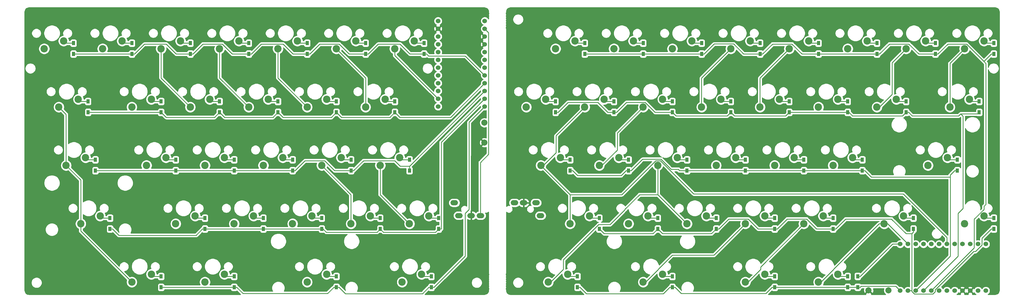
<source format=gbr>
%TF.GenerationSoftware,KiCad,Pcbnew,(5.1.9)-1*%
%TF.CreationDate,2021-02-13T03:00:00+09:00*%
%TF.ProjectId,yuiop63hhs,7975696f-7036-4336-9868-732e6b696361,1*%
%TF.SameCoordinates,Original*%
%TF.FileFunction,Copper,L2,Bot*%
%TF.FilePolarity,Positive*%
%FSLAX46Y46*%
G04 Gerber Fmt 4.6, Leading zero omitted, Abs format (unit mm)*
G04 Created by KiCad (PCBNEW (5.1.9)-1) date 2021-02-13 03:00:00*
%MOMM*%
%LPD*%
G01*
G04 APERTURE LIST*
%TA.AperFunction,ComponentPad*%
%ADD10O,2.500000X1.700000*%
%TD*%
%TA.AperFunction,ComponentPad*%
%ADD11C,2.400000*%
%TD*%
%TA.AperFunction,SMDPad,CuDef*%
%ADD12R,1.000000X1.400000*%
%TD*%
%TA.AperFunction,ComponentPad*%
%ADD13C,2.000000*%
%TD*%
%TA.AperFunction,ComponentPad*%
%ADD14C,1.524000*%
%TD*%
%TA.AperFunction,ViaPad*%
%ADD15C,0.800000*%
%TD*%
%TA.AperFunction,Conductor*%
%ADD16C,0.250000*%
%TD*%
%TA.AperFunction,Conductor*%
%ADD17C,0.254000*%
%TD*%
%TA.AperFunction,Conductor*%
%ADD18C,0.100000*%
%TD*%
G04 APERTURE END LIST*
D10*
%TO.P,J2,A*%
%TO.N,Net-(J2-PadA)*%
X218800000Y-169100000D03*
%TO.P,J2,D*%
%TO.N,VDD*%
X217300000Y-164900000D03*
%TO.P,J2,C*%
%TO.N,GND1*%
X213300000Y-164900000D03*
%TO.P,J2,B*%
%TO.N,/CONN_R*%
X210300000Y-164900000D03*
%TD*%
D11*
%TO.P,SW63,1*%
%TO.N,/COL_R7*%
X309398000Y-190805000D03*
%TO.P,SW63,2*%
%TO.N,Net-(D63-Pad2)*%
X315748000Y-188265000D03*
%TD*%
%TO.P,SW62,1*%
%TO.N,/COL_R6*%
X285585000Y-190805000D03*
%TO.P,SW62,2*%
%TO.N,Net-(D62-Pad2)*%
X291935000Y-188265000D03*
%TD*%
%TO.P,SW61,1*%
%TO.N,/COL_R5*%
X252248000Y-190805000D03*
%TO.P,SW61,2*%
%TO.N,Net-(D61-Pad2)*%
X258598000Y-188265000D03*
%TD*%
%TO.P,SW60,1*%
%TO.N,/COL_R4*%
X221291000Y-190805000D03*
%TO.P,SW60,2*%
%TO.N,Net-(D60-Pad2)*%
X227641000Y-188265000D03*
%TD*%
%TO.P,SW59,1*%
%TO.N,/COL_L4*%
X173666000Y-190805000D03*
%TO.P,SW59,2*%
%TO.N,Net-(D59-Pad2)*%
X180016000Y-188265000D03*
%TD*%
%TO.P,SW58,1*%
%TO.N,/COL_L3*%
X142710000Y-190805000D03*
%TO.P,SW58,2*%
%TO.N,Net-(D58-Pad2)*%
X149060000Y-188265000D03*
%TD*%
%TO.P,SW57,1*%
%TO.N,/COL_L2*%
X109372000Y-190805000D03*
%TO.P,SW57,2*%
%TO.N,Net-(D57-Pad2)*%
X115722000Y-188265000D03*
%TD*%
%TO.P,SW56,1*%
%TO.N,/COL_L1*%
X85560000Y-190805000D03*
%TO.P,SW56,2*%
%TO.N,Net-(D56-Pad2)*%
X91910000Y-188265000D03*
%TD*%
%TO.P,SW55,1*%
%TO.N,/COL_R8*%
X357022000Y-171755000D03*
%TO.P,SW55,2*%
%TO.N,Net-(D55-Pad2)*%
X363372000Y-169215000D03*
%TD*%
%TO.P,SW54,1*%
%TO.N,/COL_R7*%
X330829000Y-171755000D03*
%TO.P,SW54,2*%
%TO.N,Net-(D54-Pad2)*%
X337179000Y-169215000D03*
%TD*%
%TO.P,SW53,1*%
%TO.N,/COL_R6*%
X304635000Y-171755000D03*
%TO.P,SW53,2*%
%TO.N,Net-(D53-Pad2)*%
X310985000Y-169215000D03*
%TD*%
%TO.P,SW52,1*%
%TO.N,/COL_R5*%
X285585000Y-171755000D03*
%TO.P,SW52,2*%
%TO.N,Net-(D52-Pad2)*%
X291935000Y-169215000D03*
%TD*%
%TO.P,SW51,1*%
%TO.N,/COL_R4*%
X266535000Y-171755000D03*
%TO.P,SW51,2*%
%TO.N,Net-(D51-Pad2)*%
X272885000Y-169215000D03*
%TD*%
%TO.P,SW50,1*%
%TO.N,/COL_R3*%
X247485000Y-171755000D03*
%TO.P,SW50,2*%
%TO.N,Net-(D50-Pad2)*%
X253835000Y-169215000D03*
%TD*%
%TO.P,SW49,1*%
%TO.N,/COL_R2*%
X228435000Y-171755000D03*
%TO.P,SW49,2*%
%TO.N,Net-(D49-Pad2)*%
X234785000Y-169215000D03*
%TD*%
%TO.P,SW48,1*%
%TO.N,/COL_L6*%
X176048000Y-171755000D03*
%TO.P,SW48,2*%
%TO.N,Net-(D48-Pad2)*%
X182398000Y-169215000D03*
%TD*%
%TO.P,SW47,1*%
%TO.N,/COL_L5*%
X156998000Y-171755000D03*
%TO.P,SW47,2*%
%TO.N,Net-(D47-Pad2)*%
X163348000Y-169215000D03*
%TD*%
%TO.P,SW46,1*%
%TO.N,/COL_L4*%
X137948000Y-171755000D03*
%TO.P,SW46,2*%
%TO.N,Net-(D46-Pad2)*%
X144298000Y-169215000D03*
%TD*%
%TO.P,SW45,1*%
%TO.N,/COL_L3*%
X118898000Y-171755000D03*
%TO.P,SW45,2*%
%TO.N,Net-(D45-Pad2)*%
X125248000Y-169215000D03*
%TD*%
%TO.P,SW44,1*%
%TO.N,/COL_L2*%
X99848000Y-171755000D03*
%TO.P,SW44,2*%
%TO.N,Net-(D44-Pad2)*%
X106198000Y-169215000D03*
%TD*%
%TO.P,SW43,1*%
%TO.N,/COL_L1*%
X68891200Y-171755000D03*
%TO.P,SW43,2*%
%TO.N,Net-(D43-Pad2)*%
X75241200Y-169215000D03*
%TD*%
%TO.P,SW42,1*%
%TO.N,/COL_R8*%
X345116000Y-152705000D03*
%TO.P,SW42,2*%
%TO.N,Net-(D42-Pad2)*%
X351466000Y-150165000D03*
%TD*%
%TO.P,SW41,1*%
%TO.N,/COL_R7*%
X314160000Y-152705000D03*
%TO.P,SW41,2*%
%TO.N,Net-(D41-Pad2)*%
X320510000Y-150165000D03*
%TD*%
%TO.P,SW40,1*%
%TO.N,/COL_R6*%
X295110000Y-152705000D03*
%TO.P,SW40,2*%
%TO.N,Net-(D40-Pad2)*%
X301460000Y-150165000D03*
%TD*%
%TO.P,SW39,1*%
%TO.N,/COL_R5*%
X276060000Y-152705000D03*
%TO.P,SW39,2*%
%TO.N,Net-(D39-Pad2)*%
X282410000Y-150165000D03*
%TD*%
%TO.P,SW38,1*%
%TO.N,/COL_R4*%
X257010000Y-152705000D03*
%TO.P,SW38,2*%
%TO.N,Net-(D38-Pad2)*%
X263360000Y-150165000D03*
%TD*%
%TO.P,SW37,1*%
%TO.N,/COL_R3*%
X237960000Y-152705000D03*
%TO.P,SW37,2*%
%TO.N,Net-(D37-Pad2)*%
X244310000Y-150165000D03*
%TD*%
%TO.P,SW36,1*%
%TO.N,/COL_R2*%
X218910000Y-152705000D03*
%TO.P,SW36,2*%
%TO.N,Net-(D36-Pad2)*%
X225260000Y-150165000D03*
%TD*%
%TO.P,SW35,1*%
%TO.N,/COL_L6*%
X166522000Y-152705000D03*
%TO.P,SW35,2*%
%TO.N,Net-(D35-Pad2)*%
X172872000Y-150165000D03*
%TD*%
%TO.P,SW34,1*%
%TO.N,/COL_L5*%
X147472000Y-152705000D03*
%TO.P,SW34,2*%
%TO.N,Net-(D34-Pad2)*%
X153822000Y-150165000D03*
%TD*%
%TO.P,SW33,1*%
%TO.N,/COL_L4*%
X128422000Y-152705000D03*
%TO.P,SW33,2*%
%TO.N,Net-(D33-Pad2)*%
X134772000Y-150165000D03*
%TD*%
%TO.P,SW32,1*%
%TO.N,/COL_L3*%
X109372000Y-152705000D03*
%TO.P,SW32,2*%
%TO.N,Net-(D32-Pad2)*%
X115722000Y-150165000D03*
%TD*%
%TO.P,SW31,1*%
%TO.N,/COL_L2*%
X90322500Y-152705000D03*
%TO.P,SW31,2*%
%TO.N,Net-(D31-Pad2)*%
X96672500Y-150165000D03*
%TD*%
%TO.P,SW30,1*%
%TO.N,/COL_L1*%
X64128800Y-152705000D03*
%TO.P,SW30,2*%
%TO.N,Net-(D30-Pad2)*%
X70478800Y-150165000D03*
%TD*%
%TO.P,SW29,1*%
%TO.N,/COL_R8*%
X352260000Y-133655000D03*
%TO.P,SW29,2*%
%TO.N,Net-(D29-Pad2)*%
X358610000Y-131115000D03*
%TD*%
%TO.P,SW28,1*%
%TO.N,/COL_R7*%
X328448000Y-133655000D03*
%TO.P,SW28,2*%
%TO.N,Net-(D28-Pad2)*%
X334798000Y-131115000D03*
%TD*%
%TO.P,SW27,1*%
%TO.N,/COL_R6*%
X309398000Y-133655000D03*
%TO.P,SW27,2*%
%TO.N,Net-(D27-Pad2)*%
X315748000Y-131115000D03*
%TD*%
%TO.P,SW26,1*%
%TO.N,/COL_R5*%
X290348000Y-133655000D03*
%TO.P,SW26,2*%
%TO.N,Net-(D26-Pad2)*%
X296698000Y-131115000D03*
%TD*%
%TO.P,SW25,1*%
%TO.N,/COL_R4*%
X271298000Y-133655000D03*
%TO.P,SW25,2*%
%TO.N,Net-(D25-Pad2)*%
X277648000Y-131115000D03*
%TD*%
%TO.P,SW24,1*%
%TO.N,/COL_R3*%
X252248000Y-133655000D03*
%TO.P,SW24,2*%
%TO.N,Net-(D24-Pad2)*%
X258598000Y-131115000D03*
%TD*%
%TO.P,SW23,1*%
%TO.N,/COL_R2*%
X233198000Y-133655000D03*
%TO.P,SW23,2*%
%TO.N,Net-(D23-Pad2)*%
X239548000Y-131115000D03*
%TD*%
%TO.P,SW22,1*%
%TO.N,/COL_R1*%
X214148000Y-133655000D03*
%TO.P,SW22,2*%
%TO.N,Net-(D22-Pad2)*%
X220498000Y-131115000D03*
%TD*%
%TO.P,SW21,1*%
%TO.N,/COL_L6*%
X161760000Y-133655000D03*
%TO.P,SW21,2*%
%TO.N,Net-(D21-Pad2)*%
X168110000Y-131115000D03*
%TD*%
%TO.P,SW20,1*%
%TO.N,/COL_L5*%
X142710000Y-133655000D03*
%TO.P,SW20,2*%
%TO.N,Net-(D20-Pad2)*%
X149060000Y-131115000D03*
%TD*%
%TO.P,SW19,1*%
%TO.N,/COL_L4*%
X123660000Y-133655000D03*
%TO.P,SW19,2*%
%TO.N,Net-(D19-Pad2)*%
X130010000Y-131115000D03*
%TD*%
%TO.P,SW18,1*%
%TO.N,/COL_L3*%
X104610000Y-133655000D03*
%TO.P,SW18,2*%
%TO.N,Net-(D18-Pad2)*%
X110960000Y-131115000D03*
%TD*%
%TO.P,SW17,1*%
%TO.N,/COL_L2*%
X85560000Y-133655000D03*
%TO.P,SW17,2*%
%TO.N,Net-(D17-Pad2)*%
X91910000Y-131115000D03*
%TD*%
%TO.P,SW16,1*%
%TO.N,/COL_L1*%
X61747500Y-133655000D03*
%TO.P,SW16,2*%
%TO.N,Net-(D16-Pad2)*%
X68097500Y-131115000D03*
%TD*%
%TO.P,SW15,1*%
%TO.N,/COL_R8*%
X357022000Y-114605000D03*
%TO.P,SW15,2*%
%TO.N,Net-(D15-Pad2)*%
X363372000Y-112065000D03*
%TD*%
%TO.P,SW14,1*%
%TO.N,/COL_R7*%
X337972000Y-114605000D03*
%TO.P,SW14,2*%
%TO.N,Net-(D14-Pad2)*%
X344322000Y-112065000D03*
%TD*%
%TO.P,SW13,1*%
%TO.N,/COL_R6*%
X318922000Y-114605000D03*
%TO.P,SW13,2*%
%TO.N,Net-(D13-Pad2)*%
X325272000Y-112065000D03*
%TD*%
%TO.P,SW12,1*%
%TO.N,/COL_R5*%
X299872000Y-114605000D03*
%TO.P,SW12,2*%
%TO.N,Net-(D12-Pad2)*%
X306222000Y-112065000D03*
%TD*%
%TO.P,SW11,1*%
%TO.N,/COL_R4*%
X280822000Y-114605000D03*
%TO.P,SW11,2*%
%TO.N,Net-(D11-Pad2)*%
X287172000Y-112065000D03*
%TD*%
%TO.P,SW10,1*%
%TO.N,/COL_R3*%
X261772000Y-114605000D03*
%TO.P,SW10,2*%
%TO.N,Net-(D10-Pad2)*%
X268122000Y-112065000D03*
%TD*%
%TO.P,SW9,1*%
%TO.N,/COL_R2*%
X242722000Y-114605000D03*
%TO.P,SW9,2*%
%TO.N,Net-(D9-Pad2)*%
X249072000Y-112065000D03*
%TD*%
%TO.P,SW8,1*%
%TO.N,/COL_R1*%
X223672000Y-114605000D03*
%TO.P,SW8,2*%
%TO.N,Net-(D8-Pad2)*%
X230022000Y-112065000D03*
%TD*%
%TO.P,SW7,1*%
%TO.N,/COL_L7*%
X171285000Y-114605000D03*
%TO.P,SW7,2*%
%TO.N,Net-(D7-Pad2)*%
X177635000Y-112065000D03*
%TD*%
%TO.P,SW6,1*%
%TO.N,/COL_L6*%
X152235000Y-114605000D03*
%TO.P,SW6,2*%
%TO.N,Net-(D6-Pad2)*%
X158585000Y-112065000D03*
%TD*%
%TO.P,SW5,1*%
%TO.N,/COL_L5*%
X133185000Y-114605000D03*
%TO.P,SW5,2*%
%TO.N,Net-(D5-Pad2)*%
X139535000Y-112065000D03*
%TD*%
%TO.P,SW4,1*%
%TO.N,/COL_L4*%
X114135000Y-114605000D03*
%TO.P,SW4,2*%
%TO.N,Net-(D4-Pad2)*%
X120485000Y-112065000D03*
%TD*%
%TO.P,SW3,1*%
%TO.N,/COL_L3*%
X95085000Y-114605000D03*
%TO.P,SW3,2*%
%TO.N,Net-(D3-Pad2)*%
X101435000Y-112065000D03*
%TD*%
%TO.P,SW2,1*%
%TO.N,/COL_L2*%
X76035000Y-114605000D03*
%TO.P,SW2,2*%
%TO.N,Net-(D2-Pad2)*%
X82385000Y-112065000D03*
%TD*%
%TO.P,SW1,1*%
%TO.N,/COL_L1*%
X56985000Y-114605000D03*
%TO.P,SW1,2*%
%TO.N,Net-(D1-Pad2)*%
X63335000Y-112065000D03*
%TD*%
D12*
%TO.P,D1,1*%
%TO.N,/ROW_L1*%
X66525000Y-116300000D03*
%TO.P,D1,2*%
%TO.N,Net-(D1-Pad2)*%
X66525000Y-112750000D03*
%TD*%
%TO.P,D2,2*%
%TO.N,Net-(D2-Pad2)*%
X85575000Y-112750000D03*
%TO.P,D2,1*%
%TO.N,/ROW_L1*%
X85575000Y-116300000D03*
%TD*%
%TO.P,D3,1*%
%TO.N,/ROW_L1*%
X104625000Y-116300000D03*
%TO.P,D3,2*%
%TO.N,Net-(D3-Pad2)*%
X104625000Y-112750000D03*
%TD*%
%TO.P,D4,2*%
%TO.N,Net-(D4-Pad2)*%
X123675000Y-112750000D03*
%TO.P,D4,1*%
%TO.N,/ROW_L1*%
X123675000Y-116300000D03*
%TD*%
%TO.P,D5,1*%
%TO.N,/ROW_L1*%
X142725000Y-116300000D03*
%TO.P,D5,2*%
%TO.N,Net-(D5-Pad2)*%
X142725000Y-112750000D03*
%TD*%
%TO.P,D6,2*%
%TO.N,Net-(D6-Pad2)*%
X161775000Y-112750000D03*
%TO.P,D6,1*%
%TO.N,/ROW_L1*%
X161775000Y-116300000D03*
%TD*%
%TO.P,D7,1*%
%TO.N,/ROW_L1*%
X180825000Y-116300000D03*
%TO.P,D7,2*%
%TO.N,Net-(D7-Pad2)*%
X180825000Y-112750000D03*
%TD*%
%TO.P,D8,2*%
%TO.N,Net-(D8-Pad2)*%
X233212000Y-112750000D03*
%TO.P,D8,1*%
%TO.N,/ROW_R1*%
X233212000Y-116300000D03*
%TD*%
%TO.P,D9,1*%
%TO.N,/ROW_R1*%
X252262000Y-116300000D03*
%TO.P,D9,2*%
%TO.N,Net-(D9-Pad2)*%
X252262000Y-112750000D03*
%TD*%
%TO.P,D10,2*%
%TO.N,Net-(D10-Pad2)*%
X271312000Y-112750000D03*
%TO.P,D10,1*%
%TO.N,/ROW_R1*%
X271312000Y-116300000D03*
%TD*%
%TO.P,D11,1*%
%TO.N,/ROW_R1*%
X290362000Y-116300000D03*
%TO.P,D11,2*%
%TO.N,Net-(D11-Pad2)*%
X290362000Y-112750000D03*
%TD*%
%TO.P,D12,2*%
%TO.N,Net-(D12-Pad2)*%
X309412000Y-112750000D03*
%TO.P,D12,1*%
%TO.N,/ROW_R1*%
X309412000Y-116300000D03*
%TD*%
%TO.P,D13,1*%
%TO.N,/ROW_R1*%
X328462000Y-116300000D03*
%TO.P,D13,2*%
%TO.N,Net-(D13-Pad2)*%
X328462000Y-112750000D03*
%TD*%
%TO.P,D14,2*%
%TO.N,Net-(D14-Pad2)*%
X347512000Y-112750000D03*
%TO.P,D14,1*%
%TO.N,/ROW_R1*%
X347512000Y-116300000D03*
%TD*%
%TO.P,D15,1*%
%TO.N,/ROW_R1*%
X366562000Y-116300000D03*
%TO.P,D15,2*%
%TO.N,Net-(D15-Pad2)*%
X366562000Y-112750000D03*
%TD*%
%TO.P,D16,2*%
%TO.N,Net-(D16-Pad2)*%
X71287500Y-131800000D03*
%TO.P,D16,1*%
%TO.N,/ROW_L2*%
X71287500Y-135350000D03*
%TD*%
%TO.P,D17,1*%
%TO.N,/ROW_L2*%
X95100000Y-135350000D03*
%TO.P,D17,2*%
%TO.N,Net-(D17-Pad2)*%
X95100000Y-131800000D03*
%TD*%
%TO.P,D18,1*%
%TO.N,/ROW_L2*%
X114150000Y-135350000D03*
%TO.P,D18,2*%
%TO.N,Net-(D18-Pad2)*%
X114150000Y-131800000D03*
%TD*%
%TO.P,D19,1*%
%TO.N,/ROW_L2*%
X133200000Y-135350000D03*
%TO.P,D19,2*%
%TO.N,Net-(D19-Pad2)*%
X133200000Y-131800000D03*
%TD*%
%TO.P,D20,2*%
%TO.N,Net-(D20-Pad2)*%
X152250000Y-131800000D03*
%TO.P,D20,1*%
%TO.N,/ROW_L2*%
X152250000Y-135350000D03*
%TD*%
%TO.P,D21,1*%
%TO.N,/ROW_L2*%
X171300000Y-135350000D03*
%TO.P,D21,2*%
%TO.N,Net-(D21-Pad2)*%
X171300000Y-131800000D03*
%TD*%
%TO.P,D22,2*%
%TO.N,Net-(D22-Pad2)*%
X223688000Y-131800000D03*
%TO.P,D22,1*%
%TO.N,/ROW_R2*%
X223688000Y-135350000D03*
%TD*%
%TO.P,D23,1*%
%TO.N,/ROW_R2*%
X242738000Y-135350000D03*
%TO.P,D23,2*%
%TO.N,Net-(D23-Pad2)*%
X242738000Y-131800000D03*
%TD*%
%TO.P,D24,2*%
%TO.N,Net-(D24-Pad2)*%
X261788000Y-131800000D03*
%TO.P,D24,1*%
%TO.N,/ROW_R2*%
X261788000Y-135350000D03*
%TD*%
%TO.P,D25,2*%
%TO.N,Net-(D25-Pad2)*%
X280838000Y-131800000D03*
%TO.P,D25,1*%
%TO.N,/ROW_R2*%
X280838000Y-135350000D03*
%TD*%
%TO.P,D26,1*%
%TO.N,/ROW_R2*%
X299888000Y-135350000D03*
%TO.P,D26,2*%
%TO.N,Net-(D26-Pad2)*%
X299888000Y-131800000D03*
%TD*%
%TO.P,D27,2*%
%TO.N,Net-(D27-Pad2)*%
X318938000Y-131800000D03*
%TO.P,D27,1*%
%TO.N,/ROW_R2*%
X318938000Y-135350000D03*
%TD*%
%TO.P,D28,2*%
%TO.N,Net-(D28-Pad2)*%
X337988000Y-131800000D03*
%TO.P,D28,1*%
%TO.N,/ROW_R2*%
X337988000Y-135350000D03*
%TD*%
%TO.P,D29,1*%
%TO.N,/ROW_R2*%
X361800000Y-135350000D03*
%TO.P,D29,2*%
%TO.N,Net-(D29-Pad2)*%
X361800000Y-131800000D03*
%TD*%
%TO.P,D30,2*%
%TO.N,Net-(D30-Pad2)*%
X73668800Y-150850000D03*
%TO.P,D30,1*%
%TO.N,/ROW_L3*%
X73668800Y-154400000D03*
%TD*%
%TO.P,D31,1*%
%TO.N,/ROW_L3*%
X99862500Y-154400000D03*
%TO.P,D31,2*%
%TO.N,Net-(D31-Pad2)*%
X99862500Y-150850000D03*
%TD*%
%TO.P,D32,2*%
%TO.N,Net-(D32-Pad2)*%
X118912000Y-150850000D03*
%TO.P,D32,1*%
%TO.N,/ROW_L3*%
X118912000Y-154400000D03*
%TD*%
%TO.P,D33,1*%
%TO.N,/ROW_L3*%
X137962000Y-154400000D03*
%TO.P,D33,2*%
%TO.N,Net-(D33-Pad2)*%
X137962000Y-150850000D03*
%TD*%
%TO.P,D34,2*%
%TO.N,Net-(D34-Pad2)*%
X157012000Y-150850000D03*
%TO.P,D34,1*%
%TO.N,/ROW_L3*%
X157012000Y-154400000D03*
%TD*%
%TO.P,D35,1*%
%TO.N,/ROW_L3*%
X176062000Y-154400000D03*
%TO.P,D35,2*%
%TO.N,Net-(D35-Pad2)*%
X176062000Y-150850000D03*
%TD*%
%TO.P,D36,2*%
%TO.N,Net-(D36-Pad2)*%
X228450000Y-150850000D03*
%TO.P,D36,1*%
%TO.N,/ROW_R3*%
X228450000Y-154400000D03*
%TD*%
%TO.P,D37,2*%
%TO.N,Net-(D37-Pad2)*%
X247500000Y-150850000D03*
%TO.P,D37,1*%
%TO.N,/ROW_R3*%
X247500000Y-154400000D03*
%TD*%
%TO.P,D38,2*%
%TO.N,Net-(D38-Pad2)*%
X266550000Y-150850000D03*
%TO.P,D38,1*%
%TO.N,/ROW_R3*%
X266550000Y-154400000D03*
%TD*%
%TO.P,D39,2*%
%TO.N,Net-(D39-Pad2)*%
X285600000Y-150850000D03*
%TO.P,D39,1*%
%TO.N,/ROW_R3*%
X285600000Y-154400000D03*
%TD*%
%TO.P,D40,1*%
%TO.N,/ROW_R3*%
X304650000Y-154400000D03*
%TO.P,D40,2*%
%TO.N,Net-(D40-Pad2)*%
X304650000Y-150850000D03*
%TD*%
%TO.P,D41,1*%
%TO.N,/ROW_R3*%
X323700000Y-154400000D03*
%TO.P,D41,2*%
%TO.N,Net-(D41-Pad2)*%
X323700000Y-150850000D03*
%TD*%
%TO.P,D42,2*%
%TO.N,Net-(D42-Pad2)*%
X354656000Y-150850000D03*
%TO.P,D42,1*%
%TO.N,/ROW_R3*%
X354656000Y-154400000D03*
%TD*%
%TO.P,D43,2*%
%TO.N,Net-(D43-Pad2)*%
X78431200Y-169900000D03*
%TO.P,D43,1*%
%TO.N,/ROW_L4*%
X78431200Y-173450000D03*
%TD*%
%TO.P,D44,2*%
%TO.N,Net-(D44-Pad2)*%
X109388000Y-169900000D03*
%TO.P,D44,1*%
%TO.N,/ROW_L4*%
X109388000Y-173450000D03*
%TD*%
%TO.P,D45,2*%
%TO.N,Net-(D45-Pad2)*%
X128438000Y-169900000D03*
%TO.P,D45,1*%
%TO.N,/ROW_L4*%
X128438000Y-173450000D03*
%TD*%
%TO.P,D46,1*%
%TO.N,/ROW_L4*%
X147488000Y-173450000D03*
%TO.P,D46,2*%
%TO.N,Net-(D46-Pad2)*%
X147488000Y-169900000D03*
%TD*%
%TO.P,D47,2*%
%TO.N,Net-(D47-Pad2)*%
X166538000Y-169900000D03*
%TO.P,D47,1*%
%TO.N,/ROW_L4*%
X166538000Y-173450000D03*
%TD*%
%TO.P,D48,1*%
%TO.N,/ROW_L4*%
X185588000Y-173450000D03*
%TO.P,D48,2*%
%TO.N,Net-(D48-Pad2)*%
X185588000Y-169900000D03*
%TD*%
%TO.P,D49,1*%
%TO.N,/ROW_R4*%
X237975000Y-173450000D03*
%TO.P,D49,2*%
%TO.N,Net-(D49-Pad2)*%
X237975000Y-169900000D03*
%TD*%
%TO.P,D50,1*%
%TO.N,/ROW_R4*%
X257025000Y-173450000D03*
%TO.P,D50,2*%
%TO.N,Net-(D50-Pad2)*%
X257025000Y-169900000D03*
%TD*%
%TO.P,D51,2*%
%TO.N,Net-(D51-Pad2)*%
X276075000Y-169900000D03*
%TO.P,D51,1*%
%TO.N,/ROW_R4*%
X276075000Y-173450000D03*
%TD*%
%TO.P,D52,1*%
%TO.N,/ROW_R4*%
X295125000Y-173450000D03*
%TO.P,D52,2*%
%TO.N,Net-(D52-Pad2)*%
X295125000Y-169900000D03*
%TD*%
%TO.P,D53,1*%
%TO.N,/ROW_R4*%
X314175000Y-173450000D03*
%TO.P,D53,2*%
%TO.N,Net-(D53-Pad2)*%
X314175000Y-169900000D03*
%TD*%
%TO.P,D54,2*%
%TO.N,Net-(D54-Pad2)*%
X340369000Y-169900000D03*
%TO.P,D54,1*%
%TO.N,/ROW_R4*%
X340369000Y-173450000D03*
%TD*%
%TO.P,D55,1*%
%TO.N,/ROW_R4*%
X366562000Y-173450000D03*
%TO.P,D55,2*%
%TO.N,Net-(D55-Pad2)*%
X366562000Y-169900000D03*
%TD*%
%TO.P,D56,2*%
%TO.N,Net-(D56-Pad2)*%
X95100000Y-188950000D03*
%TO.P,D56,1*%
%TO.N,/ROW_L5*%
X95100000Y-192500000D03*
%TD*%
%TO.P,D57,1*%
%TO.N,/ROW_L5*%
X118912000Y-192500000D03*
%TO.P,D57,2*%
%TO.N,Net-(D57-Pad2)*%
X118912000Y-188950000D03*
%TD*%
%TO.P,D58,2*%
%TO.N,Net-(D58-Pad2)*%
X152250000Y-188950000D03*
%TO.P,D58,1*%
%TO.N,/ROW_L5*%
X152250000Y-192500000D03*
%TD*%
%TO.P,D59,1*%
%TO.N,/ROW_L5*%
X183206000Y-192500000D03*
%TO.P,D59,2*%
%TO.N,Net-(D59-Pad2)*%
X183206000Y-188950000D03*
%TD*%
%TO.P,D60,2*%
%TO.N,Net-(D60-Pad2)*%
X230831000Y-188950000D03*
%TO.P,D60,1*%
%TO.N,/ROW_R5*%
X230831000Y-192500000D03*
%TD*%
%TO.P,D61,1*%
%TO.N,/ROW_R5*%
X261788000Y-192500000D03*
%TO.P,D61,2*%
%TO.N,Net-(D61-Pad2)*%
X261788000Y-188950000D03*
%TD*%
%TO.P,D62,2*%
%TO.N,Net-(D62-Pad2)*%
X295125000Y-188950000D03*
%TO.P,D62,1*%
%TO.N,/ROW_R5*%
X295125000Y-192500000D03*
%TD*%
%TO.P,D63,1*%
%TO.N,/ROW_R5*%
X318938000Y-192500000D03*
%TO.P,D63,2*%
%TO.N,Net-(D63-Pad2)*%
X318938000Y-188950000D03*
%TD*%
%TO.P,D64,1*%
%TO.N,/ROW_R5*%
X322200000Y-192475000D03*
%TO.P,D64,2*%
%TO.N,/COL_R8*%
X322200000Y-188925000D03*
%TD*%
D13*
%TO.P,SW_RST1,2*%
%TO.N,GND*%
X200500000Y-145250000D03*
%TO.P,SW_RST1,1*%
%TO.N,/RST_L*%
X200500000Y-138750000D03*
%TD*%
%TO.P,SW_RST2,1*%
%TO.N,/RST_R*%
X332250000Y-193500000D03*
%TO.P,SW_RST2,2*%
%TO.N,GND1*%
X325750000Y-193500000D03*
%TD*%
D14*
%TO.P,U1,24*%
%TO.N,Net-(U1-Pad24)*%
X185391400Y-105522000D03*
%TO.P,U1,23*%
%TO.N,GND*%
X185391400Y-108062000D03*
%TO.P,U1,22*%
%TO.N,/RST_L*%
X185391400Y-110602000D03*
%TO.P,U1,21*%
%TO.N,VCC*%
X185391400Y-113142000D03*
%TO.P,U1,20*%
%TO.N,/COL_L1*%
X185391400Y-115682000D03*
%TO.P,U1,19*%
%TO.N,/COL_L2*%
X185391400Y-118222000D03*
%TO.P,U1,18*%
%TO.N,/COL_L3*%
X185391400Y-120762000D03*
%TO.P,U1,17*%
%TO.N,/COL_L4*%
X185391400Y-123302000D03*
%TO.P,U1,16*%
%TO.N,/COL_L5*%
X185391400Y-125842000D03*
%TO.P,U1,15*%
%TO.N,/COL_L6*%
X185391400Y-128382000D03*
%TO.P,U1,14*%
%TO.N,/COL_L7*%
X185391400Y-130922000D03*
%TO.P,U1,13*%
%TO.N,Net-(U1-Pad13)*%
X185391400Y-133462000D03*
%TO.P,U1,12*%
%TO.N,/ROW_L5*%
X200611400Y-133462000D03*
%TO.P,U1,11*%
%TO.N,/ROW_L4*%
X200611400Y-130922000D03*
%TO.P,U1,10*%
%TO.N,/ROW_L3*%
X200611400Y-128382000D03*
%TO.P,U1,9*%
%TO.N,/ROW_L2*%
X200611400Y-125842000D03*
%TO.P,U1,8*%
%TO.N,/ROW_L1*%
X200611400Y-123302000D03*
%TO.P,U1,7*%
%TO.N,Net-(U1-Pad7)*%
X200611400Y-120762000D03*
%TO.P,U1,6*%
%TO.N,Net-(U1-Pad6)*%
X200611400Y-118222000D03*
%TO.P,U1,5*%
%TO.N,Net-(U1-Pad5)*%
X200611400Y-115682000D03*
%TO.P,U1,4*%
%TO.N,GND*%
X200611400Y-113142000D03*
%TO.P,U1,3*%
X200611400Y-110602000D03*
%TO.P,U1,2*%
%TO.N,/CONN_L*%
X200611400Y-108062000D03*
%TO.P,U1,1*%
%TO.N,Net-(U1-Pad1)*%
X200611400Y-105522000D03*
%TD*%
%TO.P,U2,1*%
%TO.N,Net-(U2-Pad1)*%
X363978000Y-193611400D03*
%TO.P,U2,2*%
%TO.N,/CONN_R*%
X361438000Y-193611400D03*
%TO.P,U2,3*%
%TO.N,GND1*%
X358898000Y-193611400D03*
%TO.P,U2,4*%
X356358000Y-193611400D03*
%TO.P,U2,5*%
%TO.N,Net-(U2-Pad5)*%
X353818000Y-193611400D03*
%TO.P,U2,6*%
%TO.N,Net-(U2-Pad6)*%
X351278000Y-193611400D03*
%TO.P,U2,7*%
%TO.N,Net-(U2-Pad7)*%
X348738000Y-193611400D03*
%TO.P,U2,8*%
%TO.N,/ROW_R1*%
X346198000Y-193611400D03*
%TO.P,U2,9*%
%TO.N,/ROW_R2*%
X343658000Y-193611400D03*
%TO.P,U2,10*%
%TO.N,/ROW_R3*%
X341118000Y-193611400D03*
%TO.P,U2,11*%
%TO.N,/ROW_R4*%
X338578000Y-193611400D03*
%TO.P,U2,12*%
%TO.N,/ROW_R5*%
X336038000Y-193611400D03*
%TO.P,U2,13*%
%TO.N,/COL_R8*%
X336038000Y-178391400D03*
%TO.P,U2,14*%
%TO.N,/COL_R7*%
X338578000Y-178391400D03*
%TO.P,U2,15*%
%TO.N,/COL_R6*%
X341118000Y-178391400D03*
%TO.P,U2,16*%
%TO.N,/COL_R5*%
X343658000Y-178391400D03*
%TO.P,U2,17*%
%TO.N,/COL_R4*%
X346198000Y-178391400D03*
%TO.P,U2,18*%
%TO.N,/COL_R3*%
X348738000Y-178391400D03*
%TO.P,U2,19*%
%TO.N,/COL_R2*%
X351278000Y-178391400D03*
%TO.P,U2,20*%
%TO.N,/COL_R1*%
X353818000Y-178391400D03*
%TO.P,U2,21*%
%TO.N,VDD*%
X356358000Y-178391400D03*
%TO.P,U2,22*%
%TO.N,/RST_R*%
X358898000Y-178391400D03*
%TO.P,U2,23*%
%TO.N,GND1*%
X361438000Y-178391400D03*
%TO.P,U2,24*%
%TO.N,Net-(U2-Pad24)*%
X363978000Y-178391400D03*
%TD*%
D10*
%TO.P,J1,B*%
%TO.N,/CONN_L*%
X199200000Y-169100000D03*
%TO.P,J1,C*%
%TO.N,GND*%
X196200000Y-169100000D03*
%TO.P,J1,D*%
%TO.N,VCC*%
X192200000Y-169100000D03*
%TO.P,J1,A*%
%TO.N,Net-(J1-PadA)*%
X190700000Y-164900000D03*
%TD*%
D15*
%TO.N,GND*%
X177000000Y-120500000D03*
X180000000Y-130000000D03*
%TO.N,GND1*%
X214000000Y-107500000D03*
X259500000Y-176500000D03*
X328500000Y-143500000D03*
X321500000Y-168000000D03*
X324500000Y-159500000D03*
X335000000Y-187500000D03*
X344000000Y-185000000D03*
%TD*%
D16*
%TO.N,/ROW_L1*%
X104625000Y-116300000D02*
X105450300Y-116300000D01*
X123675000Y-116300000D02*
X118302600Y-116300000D01*
X118302600Y-116300000D02*
X115037600Y-113035000D01*
X115037600Y-113035000D02*
X108715300Y-113035000D01*
X108715300Y-113035000D02*
X105450300Y-116300000D01*
X123780100Y-116300000D02*
X123675000Y-116300000D01*
X161775000Y-116300000D02*
X162600300Y-116300000D01*
X162600300Y-116300000D02*
X165827500Y-113072800D01*
X165827500Y-113072800D02*
X172993900Y-113072800D01*
X172993900Y-113072800D02*
X176221100Y-116300000D01*
X176221100Y-116300000D02*
X180825000Y-116300000D01*
X143550300Y-116300000D02*
X146815300Y-113035000D01*
X146815300Y-113035000D02*
X153137600Y-113035000D01*
X153137600Y-113035000D02*
X156402600Y-116300000D01*
X156402600Y-116300000D02*
X161775000Y-116300000D01*
X180825000Y-116300000D02*
X181650300Y-116300000D01*
X200611400Y-123302000D02*
X194261400Y-116952000D01*
X194261400Y-116952000D02*
X182302300Y-116952000D01*
X182302300Y-116952000D02*
X181650300Y-116300000D01*
X85575000Y-116300000D02*
X66525000Y-116300000D01*
X85680100Y-116300000D02*
X85575000Y-116300000D01*
X85680100Y-116300000D02*
X86400300Y-116300000D01*
X123780100Y-116300000D02*
X124500300Y-116300000D01*
X86400300Y-116300000D02*
X89627500Y-113072800D01*
X89627500Y-113072800D02*
X96793900Y-113072800D01*
X96793900Y-113072800D02*
X100021100Y-116300000D01*
X100021100Y-116300000D02*
X104625000Y-116300000D01*
X124500300Y-116300000D02*
X127727500Y-113072800D01*
X127727500Y-113072800D02*
X134893900Y-113072800D01*
X134893900Y-113072800D02*
X138121100Y-116300000D01*
X138121100Y-116300000D02*
X142725000Y-116300000D01*
X142725000Y-116300000D02*
X143550300Y-116300000D01*
%TO.N,Net-(D1-Pad2)*%
X66525000Y-112750000D02*
X64020000Y-112750000D01*
X64020000Y-112750000D02*
X63335000Y-112065000D01*
%TO.N,Net-(D2-Pad2)*%
X85575000Y-112750000D02*
X83070000Y-112750000D01*
X83070000Y-112750000D02*
X82385000Y-112065000D01*
%TO.N,Net-(D3-Pad2)*%
X104625000Y-112750000D02*
X102120000Y-112750000D01*
X102120000Y-112750000D02*
X101435000Y-112065000D01*
%TO.N,Net-(D4-Pad2)*%
X123675000Y-112750000D02*
X121170000Y-112750000D01*
X121170000Y-112750000D02*
X120485000Y-112065000D01*
%TO.N,Net-(D5-Pad2)*%
X142725000Y-112750000D02*
X140220000Y-112750000D01*
X140220000Y-112750000D02*
X139535000Y-112065000D01*
%TO.N,Net-(D6-Pad2)*%
X161775000Y-112750000D02*
X159270000Y-112750000D01*
X159270000Y-112750000D02*
X158585000Y-112065000D01*
%TO.N,Net-(D7-Pad2)*%
X180825000Y-112750000D02*
X178320000Y-112750000D01*
X178320000Y-112750000D02*
X177635000Y-112065000D01*
%TO.N,Net-(D8-Pad2)*%
X233212000Y-112750000D02*
X230707000Y-112750000D01*
X230707000Y-112750000D02*
X230022000Y-112065000D01*
%TO.N,/ROW_R1*%
X252262000Y-116300000D02*
X233212000Y-116300000D01*
X252674700Y-116300000D02*
X252262000Y-116300000D01*
X252674700Y-116300000D02*
X271312000Y-116300000D01*
X290362000Y-116300000D02*
X291187300Y-116300000D01*
X309412000Y-116300000D02*
X304039600Y-116300000D01*
X304039600Y-116300000D02*
X300774600Y-113035000D01*
X300774600Y-113035000D02*
X294452300Y-113035000D01*
X294452300Y-113035000D02*
X291187300Y-116300000D01*
X328462000Y-116300000D02*
X309412000Y-116300000D01*
X271312000Y-116300000D02*
X272137300Y-116300000D01*
X290362000Y-116300000D02*
X285003400Y-116300000D01*
X285003400Y-116300000D02*
X281732700Y-113029300D01*
X281732700Y-113029300D02*
X275408000Y-113029300D01*
X275408000Y-113029300D02*
X272137300Y-116300000D01*
X347512000Y-116300000D02*
X348337300Y-116300000D01*
X348337300Y-116300000D02*
X351576700Y-113060600D01*
X351576700Y-113060600D02*
X357678600Y-113060600D01*
X357678600Y-113060600D02*
X363286300Y-118668300D01*
X347512000Y-116300000D02*
X342139600Y-116300000D01*
X342139600Y-116300000D02*
X338874600Y-113035000D01*
X338874600Y-113035000D02*
X332552300Y-113035000D01*
X332552300Y-113035000D02*
X329287300Y-116300000D01*
X363286300Y-118668300D02*
X363368400Y-118668300D01*
X363368400Y-118668300D02*
X365736700Y-116300000D01*
X366562000Y-116300000D02*
X365736700Y-116300000D01*
X328462000Y-116300000D02*
X329287300Y-116300000D01*
X360168000Y-179641400D02*
X346198000Y-193611400D01*
X360168000Y-170261800D02*
X360168000Y-179641400D01*
X363366999Y-167062801D02*
X360168000Y-170261800D01*
X363366999Y-166062999D02*
X363366999Y-167062801D01*
X364000000Y-165429998D02*
X363366999Y-166062999D01*
X364000000Y-119382000D02*
X364000000Y-165429998D01*
X363286300Y-118668300D02*
X364000000Y-119382000D01*
%TO.N,Net-(D9-Pad2)*%
X252262000Y-112750000D02*
X249757000Y-112750000D01*
X249757000Y-112750000D02*
X249072000Y-112065000D01*
%TO.N,Net-(D10-Pad2)*%
X271312000Y-112750000D02*
X268807000Y-112750000D01*
X268807000Y-112750000D02*
X268122000Y-112065000D01*
%TO.N,Net-(D11-Pad2)*%
X290362000Y-112750000D02*
X287857000Y-112750000D01*
X287857000Y-112750000D02*
X287172000Y-112065000D01*
%TO.N,Net-(D12-Pad2)*%
X309412000Y-112750000D02*
X306907000Y-112750000D01*
X306907000Y-112750000D02*
X306222000Y-112065000D01*
%TO.N,Net-(D13-Pad2)*%
X328462000Y-112750000D02*
X325957000Y-112750000D01*
X325957000Y-112750000D02*
X325272000Y-112065000D01*
%TO.N,Net-(D14-Pad2)*%
X347512000Y-112750000D02*
X345007000Y-112750000D01*
X345007000Y-112750000D02*
X344322000Y-112065000D01*
%TO.N,Net-(D15-Pad2)*%
X366562000Y-112750000D02*
X364057000Y-112750000D01*
X364057000Y-112750000D02*
X363372000Y-112065000D01*
%TO.N,Net-(D16-Pad2)*%
X71287500Y-131800000D02*
X68782500Y-131800000D01*
X68782500Y-131800000D02*
X68097500Y-131115000D01*
%TO.N,/ROW_L2*%
X95100000Y-135350000D02*
X71287500Y-135350000D01*
X112500000Y-137000000D02*
X114150000Y-135350000D01*
X96750000Y-137000000D02*
X112500000Y-137000000D01*
X95100000Y-135350000D02*
X96750000Y-137000000D01*
X131550000Y-137000000D02*
X133200000Y-135350000D01*
X115800000Y-137000000D02*
X131550000Y-137000000D01*
X114150000Y-135350000D02*
X115800000Y-137000000D01*
X134850000Y-137000000D02*
X133200000Y-135350000D01*
X150600000Y-137000000D02*
X134850000Y-137000000D01*
X152250000Y-135350000D02*
X150600000Y-137000000D01*
X153900000Y-137000000D02*
X152250000Y-135350000D01*
X169650000Y-137000000D02*
X153900000Y-137000000D01*
X171300000Y-135350000D02*
X169650000Y-137000000D01*
X172950000Y-137000000D02*
X171300000Y-135350000D01*
X189453400Y-137000000D02*
X172950000Y-137000000D01*
X200611400Y-125842000D02*
X189453400Y-137000000D01*
%TO.N,Net-(D17-Pad2)*%
X95100000Y-131800000D02*
X92595000Y-131800000D01*
X92595000Y-131800000D02*
X91910000Y-131115000D01*
%TO.N,Net-(D18-Pad2)*%
X114150000Y-131800000D02*
X111645000Y-131800000D01*
X111645000Y-131800000D02*
X110960000Y-131115000D01*
%TO.N,Net-(D19-Pad2)*%
X133200000Y-131800000D02*
X130695000Y-131800000D01*
X130695000Y-131800000D02*
X130010000Y-131115000D01*
%TO.N,Net-(D20-Pad2)*%
X152250000Y-131800000D02*
X149745000Y-131800000D01*
X149745000Y-131800000D02*
X149060000Y-131115000D01*
%TO.N,Net-(D21-Pad2)*%
X171300000Y-131800000D02*
X168795000Y-131800000D01*
X168795000Y-131800000D02*
X168110000Y-131115000D01*
%TO.N,Net-(D22-Pad2)*%
X223688000Y-131800000D02*
X221183000Y-131800000D01*
X221183000Y-131800000D02*
X220498000Y-131115000D01*
%TO.N,/ROW_R2*%
X242738000Y-135350000D02*
X243563300Y-135350000D01*
X261788000Y-135350000D02*
X256132400Y-135350000D01*
X256132400Y-135350000D02*
X252911500Y-132129100D01*
X252911500Y-132129100D02*
X246784200Y-132129100D01*
X246784200Y-132129100D02*
X243563300Y-135350000D01*
X361800000Y-135862600D02*
X355765200Y-135862600D01*
X361800000Y-135350000D02*
X361800000Y-135862600D01*
X318938000Y-135350000D02*
X299888000Y-135350000D01*
X223688000Y-135350000D02*
X224513300Y-135350000D01*
X224513300Y-135350000D02*
X227734500Y-132128800D01*
X227734500Y-132128800D02*
X237481200Y-132128800D01*
X237481200Y-132128800D02*
X240702400Y-135350000D01*
X240702400Y-135350000D02*
X242738000Y-135350000D01*
X262938000Y-136500000D02*
X261788000Y-135350000D01*
X279688000Y-136500000D02*
X262938000Y-136500000D01*
X280838000Y-135350000D02*
X279688000Y-136500000D01*
X281988000Y-136500000D02*
X280838000Y-135350000D01*
X298738000Y-136500000D02*
X281988000Y-136500000D01*
X299888000Y-135350000D02*
X298738000Y-136500000D01*
X336838000Y-136500000D02*
X337988000Y-135350000D01*
X320500700Y-136500000D02*
X336838000Y-136500000D01*
X319350700Y-135350000D02*
X320500700Y-136500000D01*
X318938000Y-135350000D02*
X319350700Y-135350000D01*
X338813300Y-135350000D02*
X337988000Y-135350000D01*
X339963300Y-136500000D02*
X338813300Y-135350000D01*
X355127800Y-136500000D02*
X339963300Y-136500000D01*
X355765200Y-135862600D02*
X355127800Y-136500000D01*
X356500000Y-136597400D02*
X355765200Y-135862600D01*
X356500000Y-166757200D02*
X356500000Y-136597400D01*
X354926600Y-168330600D02*
X356500000Y-166757200D01*
X354926600Y-182342800D02*
X354926600Y-168330600D01*
X343658000Y-193611400D02*
X354926600Y-182342800D01*
%TO.N,Net-(D23-Pad2)*%
X242738000Y-131800000D02*
X240233000Y-131800000D01*
X240233000Y-131800000D02*
X239548000Y-131115000D01*
%TO.N,Net-(D24-Pad2)*%
X261788000Y-131800000D02*
X259283000Y-131800000D01*
X259283000Y-131800000D02*
X258598000Y-131115000D01*
%TO.N,Net-(D25-Pad2)*%
X280838000Y-131800000D02*
X278333000Y-131800000D01*
X278333000Y-131800000D02*
X277648000Y-131115000D01*
%TO.N,Net-(D26-Pad2)*%
X299888000Y-131800000D02*
X297383000Y-131800000D01*
X297383000Y-131800000D02*
X296698000Y-131115000D01*
%TO.N,Net-(D27-Pad2)*%
X318938000Y-131800000D02*
X316433000Y-131800000D01*
X316433000Y-131800000D02*
X315748000Y-131115000D01*
%TO.N,Net-(D28-Pad2)*%
X337988000Y-131800000D02*
X335483000Y-131800000D01*
X335483000Y-131800000D02*
X334798000Y-131115000D01*
%TO.N,Net-(D29-Pad2)*%
X361800000Y-131800000D02*
X359295000Y-131800000D01*
X359295000Y-131800000D02*
X358610000Y-131115000D01*
%TO.N,Net-(D30-Pad2)*%
X73668800Y-150850000D02*
X71163800Y-150850000D01*
X71163800Y-150850000D02*
X70478800Y-150165000D01*
%TO.N,/ROW_L3*%
X176062000Y-152931400D02*
X176062000Y-154400000D01*
X200611400Y-128382000D02*
X176062000Y-152931400D01*
X157837300Y-154400000D02*
X161075100Y-151162200D01*
X161075100Y-151162200D02*
X171288600Y-151162200D01*
X171288600Y-151162200D02*
X173057800Y-152931400D01*
X173057800Y-152931400D02*
X176062000Y-152931400D01*
X157012000Y-154400000D02*
X157837300Y-154400000D01*
X138787300Y-154400000D02*
X142022100Y-151165200D01*
X142022100Y-151165200D02*
X148418600Y-151165200D01*
X148418600Y-151165200D02*
X151653400Y-154400000D01*
X151653400Y-154400000D02*
X157012000Y-154400000D01*
X137962000Y-154400000D02*
X138787300Y-154400000D01*
X137962000Y-154400000D02*
X118912000Y-154400000D01*
X118912000Y-154400000D02*
X99862500Y-154400000D01*
X73668800Y-154400000D02*
X99862500Y-154400000D01*
%TO.N,Net-(D31-Pad2)*%
X99862500Y-150850000D02*
X97357500Y-150850000D01*
X97357500Y-150850000D02*
X96672500Y-150165000D01*
%TO.N,Net-(D32-Pad2)*%
X118912000Y-150850000D02*
X116407000Y-150850000D01*
X116407000Y-150850000D02*
X115722000Y-150165000D01*
%TO.N,Net-(D33-Pad2)*%
X137962000Y-150850000D02*
X135457000Y-150850000D01*
X135457000Y-150850000D02*
X134772000Y-150165000D01*
%TO.N,Net-(D34-Pad2)*%
X157012000Y-150850000D02*
X154507000Y-150850000D01*
X154507000Y-150850000D02*
X153822000Y-150165000D01*
%TO.N,Net-(D35-Pad2)*%
X176062000Y-150850000D02*
X173557000Y-150850000D01*
X173557000Y-150850000D02*
X172872000Y-150165000D01*
%TO.N,Net-(D36-Pad2)*%
X228450000Y-150850000D02*
X225945000Y-150850000D01*
X225945000Y-150850000D02*
X225260000Y-150165000D01*
%TO.N,/ROW_R3*%
X266550000Y-154400000D02*
X263973400Y-154400000D01*
X263973400Y-154400000D02*
X263973400Y-154213400D01*
X263973400Y-154213400D02*
X263709700Y-153949700D01*
X263709700Y-153949700D02*
X261391200Y-153949700D01*
X261391200Y-153949700D02*
X261352700Y-153988200D01*
X261352700Y-153988200D02*
X258065400Y-150700900D01*
X258065400Y-150700900D02*
X252024400Y-150700900D01*
X252024400Y-150700900D02*
X248325300Y-154400000D01*
X304650000Y-154400000D02*
X285600000Y-154400000D01*
X323700000Y-154400000D02*
X304650000Y-154400000D01*
X285600000Y-154400000D02*
X266550000Y-154400000D01*
X352387400Y-156479100D02*
X352387400Y-155843300D01*
X352387400Y-155843300D02*
X353830700Y-154400000D01*
X341118000Y-193611400D02*
X352387400Y-182342000D01*
X352387400Y-182342000D02*
X352387400Y-156479100D01*
X352387400Y-156479100D02*
X326604400Y-156479100D01*
X326604400Y-156479100D02*
X324525300Y-154400000D01*
X323700000Y-154400000D02*
X324525300Y-154400000D01*
X354656000Y-154400000D02*
X353830700Y-154400000D01*
X247500000Y-154400000D02*
X248325300Y-154400000D01*
X245074700Y-156000000D02*
X246674700Y-154400000D01*
X230875300Y-156000000D02*
X245074700Y-156000000D01*
X246674700Y-154400000D02*
X247500000Y-154400000D01*
X229275300Y-154400000D02*
X230875300Y-156000000D01*
X228450000Y-154400000D02*
X229275300Y-154400000D01*
%TO.N,Net-(D37-Pad2)*%
X247500000Y-150850000D02*
X244995000Y-150850000D01*
X244995000Y-150850000D02*
X244310000Y-150165000D01*
%TO.N,Net-(D38-Pad2)*%
X266550000Y-150850000D02*
X264045000Y-150850000D01*
X264045000Y-150850000D02*
X263360000Y-150165000D01*
%TO.N,Net-(D39-Pad2)*%
X285600000Y-150850000D02*
X283095000Y-150850000D01*
X283095000Y-150850000D02*
X282410000Y-150165000D01*
%TO.N,Net-(D40-Pad2)*%
X304650000Y-150850000D02*
X302145000Y-150850000D01*
X302145000Y-150850000D02*
X301460000Y-150165000D01*
%TO.N,Net-(D41-Pad2)*%
X323700000Y-150850000D02*
X321195000Y-150850000D01*
X321195000Y-150850000D02*
X320510000Y-150165000D01*
%TO.N,Net-(D42-Pad2)*%
X354656000Y-150850000D02*
X352151000Y-150850000D01*
X352151000Y-150850000D02*
X351466000Y-150165000D01*
%TO.N,Net-(D43-Pad2)*%
X78431200Y-169900000D02*
X75926200Y-169900000D01*
X75926200Y-169900000D02*
X75241200Y-169215000D01*
%TO.N,/ROW_L4*%
X147488000Y-173450000D02*
X128438000Y-173450000D01*
X185588000Y-173450000D02*
X186413300Y-173450000D01*
X200611400Y-130922000D02*
X186413300Y-145120100D01*
X186413300Y-145120100D02*
X186413300Y-173450000D01*
X128438000Y-173450000D02*
X109388000Y-173450000D01*
X78431200Y-173450000D02*
X79256500Y-173450000D01*
X109388000Y-173450000D02*
X108562700Y-173450000D01*
X108562700Y-173450000D02*
X106497200Y-175515500D01*
X106497200Y-175515500D02*
X81322000Y-175515500D01*
X81322000Y-175515500D02*
X79256500Y-173450000D01*
X147900700Y-173450000D02*
X147488000Y-173450000D01*
X148950700Y-174500000D02*
X147900700Y-173450000D01*
X165488000Y-174500000D02*
X148950700Y-174500000D01*
X166538000Y-173450000D02*
X165488000Y-174500000D01*
X184538000Y-174500000D02*
X185588000Y-173450000D01*
X167588000Y-174500000D02*
X184538000Y-174500000D01*
X166538000Y-173450000D02*
X167588000Y-174500000D01*
%TO.N,Net-(D44-Pad2)*%
X109388000Y-169900000D02*
X106883000Y-169900000D01*
X106883000Y-169900000D02*
X106198000Y-169215000D01*
%TO.N,Net-(D45-Pad2)*%
X128438000Y-169900000D02*
X125933000Y-169900000D01*
X125933000Y-169900000D02*
X125248000Y-169215000D01*
%TO.N,Net-(D46-Pad2)*%
X147488000Y-169900000D02*
X144983000Y-169900000D01*
X144983000Y-169900000D02*
X144298000Y-169215000D01*
%TO.N,Net-(D47-Pad2)*%
X166538000Y-169900000D02*
X164033000Y-169900000D01*
X164033000Y-169900000D02*
X163348000Y-169215000D01*
%TO.N,Net-(D48-Pad2)*%
X185588000Y-169900000D02*
X183083000Y-169900000D01*
X183083000Y-169900000D02*
X182398000Y-169215000D01*
%TO.N,/ROW_R4*%
X339848000Y-174996300D02*
X340369000Y-174475300D01*
X339848000Y-193611400D02*
X339848000Y-174996300D01*
X365736700Y-173450000D02*
X362708000Y-176478700D01*
X362708000Y-176478700D02*
X362708000Y-178718900D01*
X362708000Y-178718900D02*
X360627700Y-180799200D01*
X360627700Y-180799200D02*
X360007100Y-180799200D01*
X360007100Y-180799200D02*
X347468000Y-193338300D01*
X347468000Y-193338300D02*
X347468000Y-193938400D01*
X347468000Y-193938400D02*
X346679900Y-194726500D01*
X346679900Y-194726500D02*
X340695300Y-194726500D01*
X340695300Y-194726500D02*
X339848000Y-193879200D01*
X339848000Y-193879200D02*
X339848000Y-193611400D01*
X338578000Y-193611400D02*
X339848000Y-193611400D01*
X340369000Y-173450000D02*
X340369000Y-174475300D01*
X366562000Y-173450000D02*
X365736700Y-173450000D01*
X295125000Y-173450000D02*
X295950300Y-173450000D01*
X314175000Y-173450000D02*
X308802600Y-173450000D01*
X308802600Y-173450000D02*
X305537600Y-170185000D01*
X305537600Y-170185000D02*
X299215300Y-170185000D01*
X299215300Y-170185000D02*
X295950300Y-173450000D01*
X276075000Y-173450000D02*
X276900300Y-173450000D01*
X295125000Y-173450000D02*
X289766400Y-173450000D01*
X289766400Y-173450000D02*
X286531600Y-170215200D01*
X286531600Y-170215200D02*
X280135100Y-170215200D01*
X280135100Y-170215200D02*
X276900300Y-173450000D01*
X274525000Y-175000000D02*
X258575000Y-175000000D01*
X258575000Y-175000000D02*
X257025000Y-173450000D01*
X276075000Y-173450000D02*
X274525000Y-175000000D01*
X239525000Y-175000000D02*
X237975000Y-173450000D01*
X255475000Y-175000000D02*
X239525000Y-175000000D01*
X257025000Y-173450000D02*
X255475000Y-175000000D01*
X315000300Y-173450000D02*
X314175000Y-173450000D01*
X318264500Y-170185800D02*
X315000300Y-173450000D01*
X333185800Y-170185800D02*
X318264500Y-170185800D01*
X337996300Y-174996300D02*
X333185800Y-170185800D01*
X339848000Y-174996300D02*
X337996300Y-174996300D01*
%TO.N,Net-(D49-Pad2)*%
X237975000Y-169900000D02*
X235470000Y-169900000D01*
X235470000Y-169900000D02*
X234785000Y-169215000D01*
%TO.N,Net-(D50-Pad2)*%
X257025000Y-169900000D02*
X254520000Y-169900000D01*
X254520000Y-169900000D02*
X253835000Y-169215000D01*
%TO.N,Net-(D51-Pad2)*%
X276075000Y-169900000D02*
X273570000Y-169900000D01*
X273570000Y-169900000D02*
X272885000Y-169215000D01*
%TO.N,Net-(D52-Pad2)*%
X295125000Y-169900000D02*
X292620000Y-169900000D01*
X292620000Y-169900000D02*
X291935000Y-169215000D01*
%TO.N,Net-(D53-Pad2)*%
X314175000Y-169900000D02*
X311670000Y-169900000D01*
X311670000Y-169900000D02*
X310985000Y-169215000D01*
%TO.N,Net-(D54-Pad2)*%
X340369000Y-169900000D02*
X337864000Y-169900000D01*
X337864000Y-169900000D02*
X337179000Y-169215000D01*
%TO.N,Net-(D55-Pad2)*%
X366562000Y-169900000D02*
X364057000Y-169900000D01*
X364057000Y-169900000D02*
X363372000Y-169215000D01*
%TO.N,Net-(D56-Pad2)*%
X95100000Y-188950000D02*
X92595000Y-188950000D01*
X92595000Y-188950000D02*
X91910000Y-188265000D01*
%TO.N,/ROW_L5*%
X118912000Y-192500000D02*
X119737300Y-192500000D01*
X152250000Y-192500000D02*
X151424700Y-192500000D01*
X151424700Y-192500000D02*
X149363900Y-194560800D01*
X149363900Y-194560800D02*
X121798100Y-194560800D01*
X121798100Y-194560800D02*
X119737300Y-192500000D01*
X152662700Y-192500000D02*
X152250000Y-192500000D01*
X183206000Y-192500000D02*
X184031300Y-192500000D01*
X200611400Y-133462000D02*
X195496800Y-138576600D01*
X195496800Y-138576600D02*
X195496800Y-167053200D01*
X195496800Y-167053200D02*
X194200000Y-168350000D01*
X194200000Y-168350000D02*
X194200000Y-182331300D01*
X194200000Y-182331300D02*
X184031300Y-192500000D01*
X152662700Y-192500000D02*
X153075300Y-192500000D01*
X95100000Y-192500000D02*
X118912000Y-192500000D01*
X183206000Y-192500000D02*
X182380700Y-192500000D01*
X153075300Y-192500000D02*
X155154500Y-194579200D01*
X155154500Y-194579200D02*
X180301500Y-194579200D01*
X180301500Y-194579200D02*
X182380700Y-192500000D01*
%TO.N,Net-(D57-Pad2)*%
X118912000Y-188950000D02*
X116407000Y-188950000D01*
X116407000Y-188950000D02*
X115722000Y-188265000D01*
%TO.N,Net-(D58-Pad2)*%
X152250000Y-188950000D02*
X149745000Y-188950000D01*
X149745000Y-188950000D02*
X149060000Y-188265000D01*
%TO.N,Net-(D59-Pad2)*%
X183206000Y-188950000D02*
X180701000Y-188950000D01*
X180701000Y-188950000D02*
X180016000Y-188265000D01*
%TO.N,Net-(D60-Pad2)*%
X230831000Y-188950000D02*
X228326000Y-188950000D01*
X228326000Y-188950000D02*
X227641000Y-188265000D01*
%TO.N,/ROW_R5*%
X261788000Y-192500000D02*
X262613300Y-192500000D01*
X295125000Y-192500000D02*
X294299700Y-192500000D01*
X294299700Y-192500000D02*
X292238900Y-194560800D01*
X292238900Y-194560800D02*
X264674100Y-194560800D01*
X264674100Y-194560800D02*
X262613300Y-192500000D01*
X318938000Y-192500000D02*
X295125000Y-192500000D01*
X260962700Y-192500000D02*
X258862600Y-194600100D01*
X258862600Y-194600100D02*
X233756400Y-194600100D01*
X233756400Y-194600100D02*
X231656300Y-192500000D01*
X322200000Y-192475000D02*
X323025300Y-192475000D01*
X336038000Y-193611400D02*
X334591400Y-192164800D01*
X334591400Y-192164800D02*
X323335500Y-192164800D01*
X323335500Y-192164800D02*
X323025300Y-192475000D01*
X318938000Y-192500000D02*
X319763300Y-192500000D01*
X322200000Y-192475000D02*
X319788300Y-192475000D01*
X319788300Y-192475000D02*
X319763300Y-192500000D01*
X261788000Y-192500000D02*
X260962700Y-192500000D01*
X230831000Y-192500000D02*
X231656300Y-192500000D01*
%TO.N,Net-(D61-Pad2)*%
X261788000Y-188950000D02*
X259283000Y-188950000D01*
X259283000Y-188950000D02*
X258598000Y-188265000D01*
%TO.N,Net-(D62-Pad2)*%
X295125000Y-188950000D02*
X292620000Y-188950000D01*
X292620000Y-188950000D02*
X291935000Y-188265000D01*
%TO.N,Net-(D63-Pad2)*%
X318938000Y-188950000D02*
X316433000Y-188950000D01*
X316433000Y-188950000D02*
X315748000Y-188265000D01*
%TO.N,/COL_R8*%
X357022000Y-114605000D02*
X352260000Y-119367000D01*
X352260000Y-119367000D02*
X352260000Y-133655000D01*
X322200000Y-188925000D02*
X323025300Y-188925000D01*
X336038000Y-178391400D02*
X333558900Y-178391400D01*
X333558900Y-178391400D02*
X323025300Y-188925000D01*
%TO.N,GND*%
X196200000Y-169100000D02*
X196200000Y-149550000D01*
X196200000Y-149550000D02*
X200500000Y-145250000D01*
%TO.N,/COL_L1*%
X61747500Y-133655000D02*
X64128800Y-136036300D01*
X64128800Y-136036300D02*
X64128800Y-152705000D01*
X68891200Y-171755000D02*
X68891200Y-174136200D01*
X68891200Y-174136200D02*
X85560000Y-190805000D01*
X64128800Y-152705000D02*
X68891200Y-157467400D01*
X68891200Y-157467400D02*
X68891200Y-171755000D01*
%TO.N,/COL_L3*%
X95085000Y-114605000D02*
X95085000Y-124130000D01*
X95085000Y-124130000D02*
X104610000Y-133655000D01*
%TO.N,/COL_L4*%
X114135000Y-114605000D02*
X114135000Y-124130000D01*
X114135000Y-124130000D02*
X123660000Y-133655000D01*
%TO.N,/COL_L5*%
X133185000Y-114605000D02*
X133185000Y-124130000D01*
X133185000Y-124130000D02*
X142710000Y-133655000D01*
X147472000Y-152705000D02*
X156998000Y-162231000D01*
X156998000Y-162231000D02*
X156998000Y-171755000D01*
%TO.N,/COL_L6*%
X166522000Y-152705000D02*
X166522000Y-162229000D01*
X166522000Y-162229000D02*
X176048000Y-171755000D01*
X152235000Y-114605000D02*
X161760000Y-124130000D01*
X161760000Y-124130000D02*
X161760000Y-133655000D01*
%TO.N,/COL_L7*%
X185391400Y-130922000D02*
X171285000Y-116815600D01*
X171285000Y-116815600D02*
X171285000Y-114605000D01*
%TO.N,/COL_R2*%
X228435000Y-162230000D02*
X219323600Y-153118600D01*
X228435000Y-171755000D02*
X228435000Y-162230000D01*
X219323600Y-153118600D02*
X218910000Y-152705000D01*
X233198000Y-133655000D02*
X223870000Y-142983000D01*
X223870000Y-142983000D02*
X223870000Y-148572200D01*
X223870000Y-148572200D02*
X219323600Y-153118600D01*
X245298900Y-162230000D02*
X228435000Y-162230000D01*
X256377600Y-151151300D02*
X245298900Y-162230000D01*
X257878900Y-151151300D02*
X256377600Y-151151300D01*
X268727600Y-162000000D02*
X257878900Y-151151300D01*
X337064308Y-162000000D02*
X268727600Y-162000000D01*
X351278000Y-176213692D02*
X337064308Y-162000000D01*
X351278000Y-178391400D02*
X351278000Y-176213692D01*
%TO.N,/COL_R3*%
X237960000Y-152705000D02*
X238797700Y-152705000D01*
X238797700Y-152705000D02*
X243817900Y-147684800D01*
X243817900Y-147684800D02*
X243817900Y-142085100D01*
X243817900Y-142085100D02*
X252248000Y-133655000D01*
%TO.N,/COL_R4*%
X271298000Y-133655000D02*
X271298000Y-124129000D01*
X271298000Y-124129000D02*
X280822000Y-114605000D01*
X257010000Y-162230000D02*
X257010000Y-152705000D01*
X266535000Y-171755000D02*
X257010000Y-162230000D01*
X257010000Y-162230000D02*
X251106700Y-162230000D01*
X251106700Y-162230000D02*
X246320600Y-167016100D01*
X246320600Y-167016100D02*
X246320600Y-167150100D01*
X246320600Y-167150100D02*
X241482300Y-171988400D01*
X241482300Y-171988400D02*
X237775700Y-171988400D01*
X237775700Y-171988400D02*
X226251000Y-183513100D01*
X226251000Y-183513100D02*
X226251000Y-186664400D01*
X226251000Y-186664400D02*
X222110400Y-190805000D01*
X222110400Y-190805000D02*
X221291000Y-190805000D01*
%TO.N,/COL_R5*%
X290348000Y-133655000D02*
X290348000Y-124129000D01*
X290348000Y-124129000D02*
X299872000Y-114605000D01*
X253067400Y-190805000D02*
X252248000Y-190805000D01*
X257208000Y-186664400D02*
X253067400Y-190805000D01*
X257208000Y-186537200D02*
X257208000Y-186664400D01*
X261745200Y-182000000D02*
X257208000Y-186537200D01*
X275340000Y-182000000D02*
X261745200Y-182000000D01*
X285585000Y-171755000D02*
X275340000Y-182000000D01*
%TO.N,/COL_R6*%
X304635000Y-171755000D02*
X290545000Y-185845000D01*
X290545000Y-185845000D02*
X290545000Y-186664400D01*
X290545000Y-186664400D02*
X286404400Y-190805000D01*
X286404400Y-190805000D02*
X285585000Y-190805000D01*
%TO.N,/COL_R7*%
X330829000Y-171755000D02*
X329176400Y-171755000D01*
X329176400Y-171755000D02*
X314358000Y-186573400D01*
X314358000Y-186573400D02*
X314358000Y-186664400D01*
X314358000Y-186664400D02*
X310217400Y-190805000D01*
X310217400Y-190805000D02*
X309398000Y-190805000D01*
X338578000Y-178391400D02*
X331941600Y-171755000D01*
X331941600Y-171755000D02*
X330829000Y-171755000D01*
X337972000Y-114605000D02*
X333408000Y-119169000D01*
X333408000Y-119169000D02*
X333408000Y-129514400D01*
X333408000Y-129514400D02*
X329267400Y-133655000D01*
X329267400Y-133655000D02*
X328448000Y-133655000D01*
%TO.N,/CONN_L*%
X199200000Y-169100000D02*
X199200000Y-151724500D01*
X199200000Y-151724500D02*
X201881500Y-149043000D01*
X201881500Y-149043000D02*
X201881500Y-109332100D01*
X201881500Y-109332100D02*
X200611400Y-108062000D01*
%TD*%
D17*
%TO.N,GND*%
X201121500Y-137237723D02*
X200976912Y-137177832D01*
X200661033Y-137115000D01*
X200338967Y-137115000D01*
X200023088Y-137177832D01*
X199725537Y-137301082D01*
X199457748Y-137480013D01*
X199230013Y-137707748D01*
X199051082Y-137975537D01*
X198927832Y-138273088D01*
X198865000Y-138588967D01*
X198865000Y-138911033D01*
X198927832Y-139226912D01*
X199051082Y-139524463D01*
X199230013Y-139792252D01*
X199457748Y-140019987D01*
X199725537Y-140198918D01*
X200023088Y-140322168D01*
X200338967Y-140385000D01*
X200661033Y-140385000D01*
X200976912Y-140322168D01*
X201121500Y-140262277D01*
X201121500Y-143734141D01*
X201070429Y-143709296D01*
X200758892Y-143627616D01*
X200437405Y-143608282D01*
X200118325Y-143652039D01*
X199813912Y-143757205D01*
X199639956Y-143850186D01*
X199544192Y-144114587D01*
X200500000Y-145070395D01*
X200514143Y-145056253D01*
X200693748Y-145235858D01*
X200679605Y-145250000D01*
X200693748Y-145264143D01*
X200514143Y-145443748D01*
X200500000Y-145429605D01*
X199544192Y-146385413D01*
X199639956Y-146649814D01*
X199929571Y-146790704D01*
X200241108Y-146872384D01*
X200562595Y-146891718D01*
X200881675Y-146847961D01*
X201121500Y-146765108D01*
X201121500Y-148728198D01*
X198688998Y-151160701D01*
X198660000Y-151184499D01*
X198636202Y-151213497D01*
X198636201Y-151213498D01*
X198565026Y-151300224D01*
X198494454Y-151432254D01*
X198464180Y-151532058D01*
X198450998Y-151575514D01*
X198441376Y-151673203D01*
X198436324Y-151724500D01*
X198440001Y-151761833D01*
X198440000Y-167657384D01*
X198228966Y-167721401D01*
X197970986Y-167859294D01*
X197744866Y-168044866D01*
X197699376Y-168100295D01*
X197530619Y-167935824D01*
X197285618Y-167776639D01*
X197014269Y-167668310D01*
X196727000Y-167615000D01*
X196327000Y-167615000D01*
X196327000Y-168973000D01*
X196347000Y-168973000D01*
X196347000Y-169227000D01*
X196327000Y-169227000D01*
X196327000Y-170585000D01*
X196727000Y-170585000D01*
X197014269Y-170531690D01*
X197285618Y-170423361D01*
X197530619Y-170264176D01*
X197699376Y-170099705D01*
X197744866Y-170155134D01*
X197970986Y-170340706D01*
X198228966Y-170478599D01*
X198508889Y-170563513D01*
X198727050Y-170585000D01*
X199672950Y-170585000D01*
X199891111Y-170563513D01*
X200171034Y-170478599D01*
X200429014Y-170340706D01*
X200655134Y-170155134D01*
X200840706Y-169929014D01*
X200978599Y-169671034D01*
X201063513Y-169391111D01*
X201092185Y-169100000D01*
X201063513Y-168808889D01*
X200978599Y-168528966D01*
X200840706Y-168270986D01*
X200798065Y-168219028D01*
X200878363Y-168235000D01*
X201121637Y-168235000D01*
X201360236Y-168187540D01*
X201584992Y-168094443D01*
X201787267Y-167959287D01*
X201840001Y-167906553D01*
X201840001Y-187782419D01*
X201842749Y-187810319D01*
X201842728Y-187813308D01*
X201843627Y-187822479D01*
X201848706Y-187870799D01*
X201849551Y-187879383D01*
X201849638Y-187879669D01*
X201853827Y-187919527D01*
X201865861Y-187978152D01*
X201877064Y-188036884D01*
X201879728Y-188045706D01*
X201908584Y-188138925D01*
X201931767Y-188194075D01*
X201954175Y-188249537D01*
X201958502Y-188257673D01*
X201961787Y-188263748D01*
X201929813Y-188311601D01*
X201860045Y-188480035D01*
X201824478Y-188658844D01*
X201824478Y-188841156D01*
X201860045Y-189019965D01*
X201903552Y-189125000D01*
X201860045Y-189230035D01*
X201824478Y-189408844D01*
X201824478Y-189591156D01*
X201860045Y-189769965D01*
X201903552Y-189875000D01*
X201860045Y-189980035D01*
X201824478Y-190158844D01*
X201824478Y-190341156D01*
X201860045Y-190519965D01*
X201903552Y-190625000D01*
X201860045Y-190730035D01*
X201824478Y-190908844D01*
X201824478Y-191091156D01*
X201860045Y-191269965D01*
X201903552Y-191375000D01*
X201860045Y-191480035D01*
X201824478Y-191658844D01*
X201824478Y-191841156D01*
X201860045Y-192019965D01*
X201903552Y-192125000D01*
X201860045Y-192230035D01*
X201824478Y-192408844D01*
X201824478Y-192591156D01*
X201860045Y-192769965D01*
X201929813Y-192938399D01*
X201961954Y-192986501D01*
X201954980Y-192999617D01*
X201932191Y-193054909D01*
X201908622Y-193109898D01*
X201905897Y-193118701D01*
X201877692Y-193212119D01*
X201866067Y-193270826D01*
X201853635Y-193329316D01*
X201852673Y-193338470D01*
X201852672Y-193338476D01*
X201852672Y-193338481D01*
X201843154Y-193435553D01*
X201843150Y-193435595D01*
X201811375Y-193759660D01*
X201735965Y-194009429D01*
X201613477Y-194239794D01*
X201448579Y-194441979D01*
X201247546Y-194608288D01*
X201018046Y-194732378D01*
X200768805Y-194809531D01*
X200478911Y-194840000D01*
X181115501Y-194840000D01*
X182282004Y-193673498D01*
X182351506Y-193730537D01*
X182461820Y-193789502D01*
X182581518Y-193825812D01*
X182706000Y-193838072D01*
X183706000Y-193838072D01*
X183830482Y-193825812D01*
X183950180Y-193789502D01*
X184060494Y-193730537D01*
X184157185Y-193651185D01*
X184236537Y-193554494D01*
X184295502Y-193444180D01*
X184331812Y-193324482D01*
X184344072Y-193200000D01*
X184344072Y-193194575D01*
X184455576Y-193134974D01*
X184571301Y-193040001D01*
X184595104Y-193010997D01*
X186780572Y-190825529D01*
X196228571Y-190825529D01*
X196228571Y-191174471D01*
X196296646Y-191516707D01*
X196430180Y-191839086D01*
X196624041Y-192129220D01*
X196870780Y-192375959D01*
X197160914Y-192569820D01*
X197483293Y-192703354D01*
X197825529Y-192771429D01*
X198174471Y-192771429D01*
X198516707Y-192703354D01*
X198839086Y-192569820D01*
X199129220Y-192375959D01*
X199375959Y-192129220D01*
X199569820Y-191839086D01*
X199703354Y-191516707D01*
X199771429Y-191174471D01*
X199771429Y-190825529D01*
X199703354Y-190483293D01*
X199569820Y-190160914D01*
X199375959Y-189870780D01*
X199129220Y-189624041D01*
X198839086Y-189430180D01*
X198516707Y-189296646D01*
X198174471Y-189228571D01*
X197825529Y-189228571D01*
X197483293Y-189296646D01*
X197160914Y-189430180D01*
X196870780Y-189624041D01*
X196624041Y-189870780D01*
X196430180Y-190160914D01*
X196296646Y-190483293D01*
X196228571Y-190825529D01*
X186780572Y-190825529D01*
X194711008Y-182895095D01*
X194740001Y-182871301D01*
X194763795Y-182842308D01*
X194763799Y-182842304D01*
X194834973Y-182755577D01*
X194834974Y-182755576D01*
X194905546Y-182623547D01*
X194949003Y-182480286D01*
X194960000Y-182368633D01*
X194960000Y-182368624D01*
X194963676Y-182331301D01*
X194960000Y-182293978D01*
X194960000Y-170323054D01*
X195114382Y-170423361D01*
X195385731Y-170531690D01*
X195673000Y-170585000D01*
X196073000Y-170585000D01*
X196073000Y-169227000D01*
X196053000Y-169227000D01*
X196053000Y-168973000D01*
X196073000Y-168973000D01*
X196073000Y-167615000D01*
X196010239Y-167615000D01*
X196036801Y-167593201D01*
X196063132Y-167561117D01*
X196131774Y-167477477D01*
X196202346Y-167345447D01*
X196245803Y-167202186D01*
X196256800Y-167090533D01*
X196256800Y-167090524D01*
X196260476Y-167053201D01*
X196256800Y-167015878D01*
X196256800Y-145312595D01*
X198858282Y-145312595D01*
X198902039Y-145631675D01*
X199007205Y-145936088D01*
X199100186Y-146110044D01*
X199364587Y-146205808D01*
X200320395Y-145250000D01*
X199364587Y-144294192D01*
X199100186Y-144389956D01*
X198959296Y-144679571D01*
X198877616Y-144991108D01*
X198858282Y-145312595D01*
X196256800Y-145312595D01*
X196256800Y-138891401D01*
X200319830Y-134828372D01*
X200473808Y-134859000D01*
X200748992Y-134859000D01*
X201018890Y-134805314D01*
X201121500Y-134762811D01*
X201121500Y-137237723D01*
%TA.AperFunction,Conductor*%
D18*
G36*
X201121500Y-137237723D02*
G01*
X200976912Y-137177832D01*
X200661033Y-137115000D01*
X200338967Y-137115000D01*
X200023088Y-137177832D01*
X199725537Y-137301082D01*
X199457748Y-137480013D01*
X199230013Y-137707748D01*
X199051082Y-137975537D01*
X198927832Y-138273088D01*
X198865000Y-138588967D01*
X198865000Y-138911033D01*
X198927832Y-139226912D01*
X199051082Y-139524463D01*
X199230013Y-139792252D01*
X199457748Y-140019987D01*
X199725537Y-140198918D01*
X200023088Y-140322168D01*
X200338967Y-140385000D01*
X200661033Y-140385000D01*
X200976912Y-140322168D01*
X201121500Y-140262277D01*
X201121500Y-143734141D01*
X201070429Y-143709296D01*
X200758892Y-143627616D01*
X200437405Y-143608282D01*
X200118325Y-143652039D01*
X199813912Y-143757205D01*
X199639956Y-143850186D01*
X199544192Y-144114587D01*
X200500000Y-145070395D01*
X200514143Y-145056253D01*
X200693748Y-145235858D01*
X200679605Y-145250000D01*
X200693748Y-145264143D01*
X200514143Y-145443748D01*
X200500000Y-145429605D01*
X199544192Y-146385413D01*
X199639956Y-146649814D01*
X199929571Y-146790704D01*
X200241108Y-146872384D01*
X200562595Y-146891718D01*
X200881675Y-146847961D01*
X201121500Y-146765108D01*
X201121500Y-148728198D01*
X198688998Y-151160701D01*
X198660000Y-151184499D01*
X198636202Y-151213497D01*
X198636201Y-151213498D01*
X198565026Y-151300224D01*
X198494454Y-151432254D01*
X198464180Y-151532058D01*
X198450998Y-151575514D01*
X198441376Y-151673203D01*
X198436324Y-151724500D01*
X198440001Y-151761833D01*
X198440000Y-167657384D01*
X198228966Y-167721401D01*
X197970986Y-167859294D01*
X197744866Y-168044866D01*
X197699376Y-168100295D01*
X197530619Y-167935824D01*
X197285618Y-167776639D01*
X197014269Y-167668310D01*
X196727000Y-167615000D01*
X196327000Y-167615000D01*
X196327000Y-168973000D01*
X196347000Y-168973000D01*
X196347000Y-169227000D01*
X196327000Y-169227000D01*
X196327000Y-170585000D01*
X196727000Y-170585000D01*
X197014269Y-170531690D01*
X197285618Y-170423361D01*
X197530619Y-170264176D01*
X197699376Y-170099705D01*
X197744866Y-170155134D01*
X197970986Y-170340706D01*
X198228966Y-170478599D01*
X198508889Y-170563513D01*
X198727050Y-170585000D01*
X199672950Y-170585000D01*
X199891111Y-170563513D01*
X200171034Y-170478599D01*
X200429014Y-170340706D01*
X200655134Y-170155134D01*
X200840706Y-169929014D01*
X200978599Y-169671034D01*
X201063513Y-169391111D01*
X201092185Y-169100000D01*
X201063513Y-168808889D01*
X200978599Y-168528966D01*
X200840706Y-168270986D01*
X200798065Y-168219028D01*
X200878363Y-168235000D01*
X201121637Y-168235000D01*
X201360236Y-168187540D01*
X201584992Y-168094443D01*
X201787267Y-167959287D01*
X201840001Y-167906553D01*
X201840001Y-187782419D01*
X201842749Y-187810319D01*
X201842728Y-187813308D01*
X201843627Y-187822479D01*
X201848706Y-187870799D01*
X201849551Y-187879383D01*
X201849638Y-187879669D01*
X201853827Y-187919527D01*
X201865861Y-187978152D01*
X201877064Y-188036884D01*
X201879728Y-188045706D01*
X201908584Y-188138925D01*
X201931767Y-188194075D01*
X201954175Y-188249537D01*
X201958502Y-188257673D01*
X201961787Y-188263748D01*
X201929813Y-188311601D01*
X201860045Y-188480035D01*
X201824478Y-188658844D01*
X201824478Y-188841156D01*
X201860045Y-189019965D01*
X201903552Y-189125000D01*
X201860045Y-189230035D01*
X201824478Y-189408844D01*
X201824478Y-189591156D01*
X201860045Y-189769965D01*
X201903552Y-189875000D01*
X201860045Y-189980035D01*
X201824478Y-190158844D01*
X201824478Y-190341156D01*
X201860045Y-190519965D01*
X201903552Y-190625000D01*
X201860045Y-190730035D01*
X201824478Y-190908844D01*
X201824478Y-191091156D01*
X201860045Y-191269965D01*
X201903552Y-191375000D01*
X201860045Y-191480035D01*
X201824478Y-191658844D01*
X201824478Y-191841156D01*
X201860045Y-192019965D01*
X201903552Y-192125000D01*
X201860045Y-192230035D01*
X201824478Y-192408844D01*
X201824478Y-192591156D01*
X201860045Y-192769965D01*
X201929813Y-192938399D01*
X201961954Y-192986501D01*
X201954980Y-192999617D01*
X201932191Y-193054909D01*
X201908622Y-193109898D01*
X201905897Y-193118701D01*
X201877692Y-193212119D01*
X201866067Y-193270826D01*
X201853635Y-193329316D01*
X201852673Y-193338470D01*
X201852672Y-193338476D01*
X201852672Y-193338481D01*
X201843154Y-193435553D01*
X201843150Y-193435595D01*
X201811375Y-193759660D01*
X201735965Y-194009429D01*
X201613477Y-194239794D01*
X201448579Y-194441979D01*
X201247546Y-194608288D01*
X201018046Y-194732378D01*
X200768805Y-194809531D01*
X200478911Y-194840000D01*
X181115501Y-194840000D01*
X182282004Y-193673498D01*
X182351506Y-193730537D01*
X182461820Y-193789502D01*
X182581518Y-193825812D01*
X182706000Y-193838072D01*
X183706000Y-193838072D01*
X183830482Y-193825812D01*
X183950180Y-193789502D01*
X184060494Y-193730537D01*
X184157185Y-193651185D01*
X184236537Y-193554494D01*
X184295502Y-193444180D01*
X184331812Y-193324482D01*
X184344072Y-193200000D01*
X184344072Y-193194575D01*
X184455576Y-193134974D01*
X184571301Y-193040001D01*
X184595104Y-193010997D01*
X186780572Y-190825529D01*
X196228571Y-190825529D01*
X196228571Y-191174471D01*
X196296646Y-191516707D01*
X196430180Y-191839086D01*
X196624041Y-192129220D01*
X196870780Y-192375959D01*
X197160914Y-192569820D01*
X197483293Y-192703354D01*
X197825529Y-192771429D01*
X198174471Y-192771429D01*
X198516707Y-192703354D01*
X198839086Y-192569820D01*
X199129220Y-192375959D01*
X199375959Y-192129220D01*
X199569820Y-191839086D01*
X199703354Y-191516707D01*
X199771429Y-191174471D01*
X199771429Y-190825529D01*
X199703354Y-190483293D01*
X199569820Y-190160914D01*
X199375959Y-189870780D01*
X199129220Y-189624041D01*
X198839086Y-189430180D01*
X198516707Y-189296646D01*
X198174471Y-189228571D01*
X197825529Y-189228571D01*
X197483293Y-189296646D01*
X197160914Y-189430180D01*
X196870780Y-189624041D01*
X196624041Y-189870780D01*
X196430180Y-190160914D01*
X196296646Y-190483293D01*
X196228571Y-190825529D01*
X186780572Y-190825529D01*
X194711008Y-182895095D01*
X194740001Y-182871301D01*
X194763795Y-182842308D01*
X194763799Y-182842304D01*
X194834973Y-182755577D01*
X194834974Y-182755576D01*
X194905546Y-182623547D01*
X194949003Y-182480286D01*
X194960000Y-182368633D01*
X194960000Y-182368624D01*
X194963676Y-182331301D01*
X194960000Y-182293978D01*
X194960000Y-170323054D01*
X195114382Y-170423361D01*
X195385731Y-170531690D01*
X195673000Y-170585000D01*
X196073000Y-170585000D01*
X196073000Y-169227000D01*
X196053000Y-169227000D01*
X196053000Y-168973000D01*
X196073000Y-168973000D01*
X196073000Y-167615000D01*
X196010239Y-167615000D01*
X196036801Y-167593201D01*
X196063132Y-167561117D01*
X196131774Y-167477477D01*
X196202346Y-167345447D01*
X196245803Y-167202186D01*
X196256800Y-167090533D01*
X196256800Y-167090524D01*
X196260476Y-167053201D01*
X196256800Y-167015878D01*
X196256800Y-145312595D01*
X198858282Y-145312595D01*
X198902039Y-145631675D01*
X199007205Y-145936088D01*
X199100186Y-146110044D01*
X199364587Y-146205808D01*
X200320395Y-145250000D01*
X199364587Y-144294192D01*
X199100186Y-144389956D01*
X198959296Y-144679571D01*
X198877616Y-144991108D01*
X198858282Y-145312595D01*
X196256800Y-145312595D01*
X196256800Y-138891401D01*
X200319830Y-134828372D01*
X200473808Y-134859000D01*
X200748992Y-134859000D01*
X201018890Y-134805314D01*
X201121500Y-134762811D01*
X201121500Y-137237723D01*
G37*
%TD.AperFunction*%
D17*
X200759659Y-101188625D02*
X201009429Y-101264035D01*
X201239792Y-101386522D01*
X201441980Y-101551422D01*
X201608286Y-101752450D01*
X201732378Y-101981954D01*
X201809531Y-102231195D01*
X201842835Y-102548057D01*
X201842728Y-102563308D01*
X201843627Y-102572479D01*
X201853827Y-102669527D01*
X201865861Y-102728152D01*
X201877064Y-102786884D01*
X201879728Y-102795706D01*
X201908584Y-102888925D01*
X201931767Y-102944075D01*
X201954175Y-102999537D01*
X201958502Y-103007673D01*
X201961787Y-103013748D01*
X201929813Y-103061601D01*
X201860045Y-103230035D01*
X201824478Y-103408844D01*
X201824478Y-103591156D01*
X201860045Y-103769965D01*
X201903552Y-103875000D01*
X201860045Y-103980035D01*
X201824478Y-104158844D01*
X201824478Y-104341156D01*
X201860045Y-104519965D01*
X201903552Y-104625000D01*
X201860045Y-104730035D01*
X201837641Y-104842667D01*
X201696520Y-104631465D01*
X201501935Y-104436880D01*
X201273127Y-104283995D01*
X201018890Y-104178686D01*
X200748992Y-104125000D01*
X200473808Y-104125000D01*
X200203910Y-104178686D01*
X199949673Y-104283995D01*
X199720865Y-104436880D01*
X199526280Y-104631465D01*
X199373395Y-104860273D01*
X199268086Y-105114510D01*
X199214400Y-105384408D01*
X199214400Y-105659592D01*
X199268086Y-105929490D01*
X199373395Y-106183727D01*
X199526280Y-106412535D01*
X199720865Y-106607120D01*
X199949673Y-106760005D01*
X200026915Y-106792000D01*
X199949673Y-106823995D01*
X199720865Y-106976880D01*
X199526280Y-107171465D01*
X199373395Y-107400273D01*
X199268086Y-107654510D01*
X199214400Y-107924408D01*
X199214400Y-108199592D01*
X199268086Y-108469490D01*
X199373395Y-108723727D01*
X199526280Y-108952535D01*
X199720865Y-109147120D01*
X199949673Y-109300005D01*
X200021343Y-109329692D01*
X200008377Y-109334364D01*
X199892420Y-109396344D01*
X199825440Y-109636435D01*
X200611400Y-110422395D01*
X200625543Y-110408253D01*
X200805148Y-110587858D01*
X200791005Y-110602000D01*
X200805148Y-110616143D01*
X200625543Y-110795748D01*
X200611400Y-110781605D01*
X199825440Y-111567565D01*
X199892420Y-111807656D01*
X200023044Y-111869079D01*
X200008377Y-111874364D01*
X199892420Y-111936344D01*
X199825440Y-112176435D01*
X200611400Y-112962395D01*
X200625543Y-112948253D01*
X200805148Y-113127858D01*
X200791005Y-113142000D01*
X200805148Y-113156143D01*
X200625543Y-113335748D01*
X200611400Y-113321605D01*
X199825440Y-114107565D01*
X199892420Y-114347656D01*
X200028160Y-114411485D01*
X199949673Y-114443995D01*
X199720865Y-114596880D01*
X199526280Y-114791465D01*
X199373395Y-115020273D01*
X199268086Y-115274510D01*
X199214400Y-115544408D01*
X199214400Y-115819592D01*
X199268086Y-116089490D01*
X199373395Y-116343727D01*
X199526280Y-116572535D01*
X199720865Y-116767120D01*
X199949673Y-116920005D01*
X200026915Y-116952000D01*
X199949673Y-116983995D01*
X199720865Y-117136880D01*
X199526280Y-117331465D01*
X199373395Y-117560273D01*
X199268086Y-117814510D01*
X199214400Y-118084408D01*
X199214400Y-118359592D01*
X199268086Y-118629490D01*
X199373395Y-118883727D01*
X199526280Y-119112535D01*
X199720865Y-119307120D01*
X199949673Y-119460005D01*
X200026915Y-119492000D01*
X199949673Y-119523995D01*
X199720865Y-119676880D01*
X199526280Y-119871465D01*
X199373395Y-120100273D01*
X199268086Y-120354510D01*
X199214400Y-120624408D01*
X199214400Y-120830198D01*
X194825204Y-116441003D01*
X194801401Y-116411999D01*
X194685676Y-116317026D01*
X194553647Y-116246454D01*
X194410386Y-116202997D01*
X194298733Y-116192000D01*
X194298722Y-116192000D01*
X194261400Y-116188324D01*
X194224078Y-116192000D01*
X186692253Y-116192000D01*
X186734714Y-116089490D01*
X186788400Y-115819592D01*
X186788400Y-115544408D01*
X186734714Y-115274510D01*
X186629405Y-115020273D01*
X186476520Y-114791465D01*
X186281935Y-114596880D01*
X186053127Y-114443995D01*
X185975885Y-114412000D01*
X186053127Y-114380005D01*
X186281935Y-114227120D01*
X186476520Y-114032535D01*
X186629405Y-113803727D01*
X186734714Y-113549490D01*
X186788400Y-113279592D01*
X186788400Y-113214017D01*
X199209490Y-113214017D01*
X199250478Y-113486133D01*
X199343764Y-113745023D01*
X199405744Y-113860980D01*
X199645835Y-113927960D01*
X200431795Y-113142000D01*
X199645835Y-112356040D01*
X199405744Y-112423020D01*
X199288644Y-112672048D01*
X199222377Y-112939135D01*
X199209490Y-113214017D01*
X186788400Y-113214017D01*
X186788400Y-113004408D01*
X186734714Y-112734510D01*
X186629405Y-112480273D01*
X186476520Y-112251465D01*
X186281935Y-112056880D01*
X186053127Y-111903995D01*
X185975885Y-111872000D01*
X186053127Y-111840005D01*
X186281935Y-111687120D01*
X186476520Y-111492535D01*
X186629405Y-111263727D01*
X186734714Y-111009490D01*
X186788400Y-110739592D01*
X186788400Y-110674017D01*
X199209490Y-110674017D01*
X199250478Y-110946133D01*
X199343764Y-111205023D01*
X199405744Y-111320980D01*
X199645835Y-111387960D01*
X200431795Y-110602000D01*
X199645835Y-109816040D01*
X199405744Y-109883020D01*
X199288644Y-110132048D01*
X199222377Y-110399135D01*
X199209490Y-110674017D01*
X186788400Y-110674017D01*
X186788400Y-110464408D01*
X186734714Y-110194510D01*
X186629405Y-109940273D01*
X186476520Y-109711465D01*
X186281935Y-109516880D01*
X186053127Y-109363995D01*
X185981457Y-109334308D01*
X185994423Y-109329636D01*
X186110380Y-109267656D01*
X186177360Y-109027565D01*
X185391400Y-108241605D01*
X184605440Y-109027565D01*
X184672420Y-109267656D01*
X184808160Y-109331485D01*
X184729673Y-109363995D01*
X184500865Y-109516880D01*
X184306280Y-109711465D01*
X184153395Y-109940273D01*
X184048086Y-110194510D01*
X183994400Y-110464408D01*
X183994400Y-110739592D01*
X184048086Y-111009490D01*
X184153395Y-111263727D01*
X184306280Y-111492535D01*
X184500865Y-111687120D01*
X184729673Y-111840005D01*
X184806915Y-111872000D01*
X184729673Y-111903995D01*
X184500865Y-112056880D01*
X184306280Y-112251465D01*
X184153395Y-112480273D01*
X184048086Y-112734510D01*
X183994400Y-113004408D01*
X183994400Y-113279592D01*
X184048086Y-113549490D01*
X184153395Y-113803727D01*
X184306280Y-114032535D01*
X184500865Y-114227120D01*
X184729673Y-114380005D01*
X184806915Y-114412000D01*
X184729673Y-114443995D01*
X184500865Y-114596880D01*
X184306280Y-114791465D01*
X184153395Y-115020273D01*
X184048086Y-115274510D01*
X183994400Y-115544408D01*
X183994400Y-115819592D01*
X184048086Y-116089490D01*
X184090547Y-116192000D01*
X182617102Y-116192000D01*
X182214103Y-115789002D01*
X182190301Y-115759999D01*
X182074576Y-115665026D01*
X181963072Y-115605425D01*
X181963072Y-115600000D01*
X181950812Y-115475518D01*
X181914502Y-115355820D01*
X181855537Y-115245506D01*
X181776185Y-115148815D01*
X181679494Y-115069463D01*
X181569180Y-115010498D01*
X181449482Y-114974188D01*
X181325000Y-114961928D01*
X180325000Y-114961928D01*
X180200518Y-114974188D01*
X180080820Y-115010498D01*
X179970506Y-115069463D01*
X179873815Y-115148815D01*
X179794463Y-115245506D01*
X179735498Y-115355820D01*
X179699188Y-115475518D01*
X179692837Y-115540000D01*
X176535902Y-115540000D01*
X173557704Y-112561803D01*
X173533901Y-112532799D01*
X173418176Y-112437826D01*
X173286147Y-112367254D01*
X173142886Y-112323797D01*
X173031233Y-112312800D01*
X173031222Y-112312800D01*
X172993900Y-112309124D01*
X172956578Y-112312800D01*
X165864822Y-112312800D01*
X165827499Y-112309124D01*
X165790177Y-112312800D01*
X165790167Y-112312800D01*
X165678514Y-112323797D01*
X165568246Y-112357246D01*
X165535253Y-112367254D01*
X165403223Y-112437826D01*
X165362556Y-112471201D01*
X165287499Y-112532799D01*
X165263701Y-112561797D01*
X162698997Y-115126502D01*
X162629494Y-115069463D01*
X162519180Y-115010498D01*
X162399482Y-114974188D01*
X162275000Y-114961928D01*
X161275000Y-114961928D01*
X161150518Y-114974188D01*
X161030820Y-115010498D01*
X160920506Y-115069463D01*
X160823815Y-115148815D01*
X160744463Y-115245506D01*
X160685498Y-115355820D01*
X160649188Y-115475518D01*
X160642837Y-115540000D01*
X156717402Y-115540000D01*
X153701404Y-112524003D01*
X153677601Y-112494999D01*
X153561876Y-112400026D01*
X153429847Y-112329454D01*
X153286586Y-112285997D01*
X153174933Y-112275000D01*
X153174922Y-112275000D01*
X153137600Y-112271324D01*
X153100278Y-112275000D01*
X146852622Y-112275000D01*
X146815299Y-112271324D01*
X146777976Y-112275000D01*
X146777967Y-112275000D01*
X146666314Y-112285997D01*
X146523053Y-112329454D01*
X146391024Y-112400026D01*
X146275299Y-112494999D01*
X146251501Y-112523997D01*
X143648997Y-115126502D01*
X143579494Y-115069463D01*
X143469180Y-115010498D01*
X143349482Y-114974188D01*
X143225000Y-114961928D01*
X142225000Y-114961928D01*
X142100518Y-114974188D01*
X141980820Y-115010498D01*
X141870506Y-115069463D01*
X141773815Y-115148815D01*
X141694463Y-115245506D01*
X141635498Y-115355820D01*
X141599188Y-115475518D01*
X141592837Y-115540000D01*
X138435902Y-115540000D01*
X135457704Y-112561803D01*
X135433901Y-112532799D01*
X135318176Y-112437826D01*
X135186147Y-112367254D01*
X135042886Y-112323797D01*
X134931233Y-112312800D01*
X134931222Y-112312800D01*
X134893900Y-112309124D01*
X134856578Y-112312800D01*
X127764822Y-112312800D01*
X127727499Y-112309124D01*
X127690177Y-112312800D01*
X127690167Y-112312800D01*
X127578514Y-112323797D01*
X127468246Y-112357246D01*
X127435253Y-112367254D01*
X127303223Y-112437826D01*
X127262556Y-112471201D01*
X127187499Y-112532799D01*
X127163701Y-112561797D01*
X124598997Y-115126502D01*
X124529494Y-115069463D01*
X124419180Y-115010498D01*
X124299482Y-114974188D01*
X124175000Y-114961928D01*
X123175000Y-114961928D01*
X123050518Y-114974188D01*
X122930820Y-115010498D01*
X122820506Y-115069463D01*
X122723815Y-115148815D01*
X122644463Y-115245506D01*
X122585498Y-115355820D01*
X122549188Y-115475518D01*
X122542837Y-115540000D01*
X118617402Y-115540000D01*
X115601404Y-112524003D01*
X115577601Y-112494999D01*
X115461876Y-112400026D01*
X115329847Y-112329454D01*
X115186586Y-112285997D01*
X115074933Y-112275000D01*
X115074922Y-112275000D01*
X115037600Y-112271324D01*
X115000278Y-112275000D01*
X108752622Y-112275000D01*
X108715299Y-112271324D01*
X108677976Y-112275000D01*
X108677967Y-112275000D01*
X108566314Y-112285997D01*
X108423053Y-112329454D01*
X108291024Y-112400026D01*
X108175299Y-112494999D01*
X108151501Y-112523997D01*
X105548997Y-115126502D01*
X105479494Y-115069463D01*
X105369180Y-115010498D01*
X105249482Y-114974188D01*
X105125000Y-114961928D01*
X104125000Y-114961928D01*
X104000518Y-114974188D01*
X103880820Y-115010498D01*
X103770506Y-115069463D01*
X103673815Y-115148815D01*
X103594463Y-115245506D01*
X103535498Y-115355820D01*
X103499188Y-115475518D01*
X103492837Y-115540000D01*
X100335902Y-115540000D01*
X97357704Y-112561803D01*
X97333901Y-112532799D01*
X97218176Y-112437826D01*
X97086147Y-112367254D01*
X96942886Y-112323797D01*
X96831233Y-112312800D01*
X96831222Y-112312800D01*
X96793900Y-112309124D01*
X96756578Y-112312800D01*
X89664822Y-112312800D01*
X89627499Y-112309124D01*
X89590177Y-112312800D01*
X89590167Y-112312800D01*
X89478514Y-112323797D01*
X89368246Y-112357246D01*
X89335253Y-112367254D01*
X89203223Y-112437826D01*
X89162556Y-112471201D01*
X89087499Y-112532799D01*
X89063701Y-112561797D01*
X86498997Y-115126502D01*
X86429494Y-115069463D01*
X86319180Y-115010498D01*
X86199482Y-114974188D01*
X86075000Y-114961928D01*
X85075000Y-114961928D01*
X84950518Y-114974188D01*
X84830820Y-115010498D01*
X84720506Y-115069463D01*
X84623815Y-115148815D01*
X84544463Y-115245506D01*
X84485498Y-115355820D01*
X84449188Y-115475518D01*
X84442837Y-115540000D01*
X77617189Y-115540000D01*
X77661156Y-115474199D01*
X77799482Y-115140250D01*
X77870000Y-114785732D01*
X77870000Y-114424268D01*
X77799482Y-114069750D01*
X77661156Y-113735801D01*
X77460338Y-113435256D01*
X77204744Y-113179662D01*
X76904199Y-112978844D01*
X76570250Y-112840518D01*
X76215732Y-112770000D01*
X75854268Y-112770000D01*
X75499750Y-112840518D01*
X75165801Y-112978844D01*
X74865256Y-113179662D01*
X74609662Y-113435256D01*
X74408844Y-113735801D01*
X74270518Y-114069750D01*
X74200000Y-114424268D01*
X74200000Y-114785732D01*
X74270518Y-115140250D01*
X74408844Y-115474199D01*
X74452811Y-115540000D01*
X67657163Y-115540000D01*
X67650812Y-115475518D01*
X67614502Y-115355820D01*
X67555537Y-115245506D01*
X67476185Y-115148815D01*
X67379494Y-115069463D01*
X67269180Y-115010498D01*
X67149482Y-114974188D01*
X67025000Y-114961928D01*
X66025000Y-114961928D01*
X65900518Y-114974188D01*
X65780820Y-115010498D01*
X65670506Y-115069463D01*
X65573815Y-115148815D01*
X65494463Y-115245506D01*
X65435498Y-115355820D01*
X65399188Y-115475518D01*
X65386928Y-115600000D01*
X65386928Y-117000000D01*
X65399188Y-117124482D01*
X65435498Y-117244180D01*
X65494463Y-117354494D01*
X65573815Y-117451185D01*
X65670506Y-117530537D01*
X65780820Y-117589502D01*
X65900518Y-117625812D01*
X66025000Y-117638072D01*
X67025000Y-117638072D01*
X67149482Y-117625812D01*
X67269180Y-117589502D01*
X67379494Y-117530537D01*
X67476185Y-117451185D01*
X67555537Y-117354494D01*
X67614502Y-117244180D01*
X67650812Y-117124482D01*
X67657163Y-117060000D01*
X84442837Y-117060000D01*
X84449188Y-117124482D01*
X84485498Y-117244180D01*
X84544463Y-117354494D01*
X84623815Y-117451185D01*
X84720506Y-117530537D01*
X84830820Y-117589502D01*
X84950518Y-117625812D01*
X85075000Y-117638072D01*
X86075000Y-117638072D01*
X86199482Y-117625812D01*
X86319180Y-117589502D01*
X86429494Y-117530537D01*
X86526185Y-117451185D01*
X86605537Y-117354494D01*
X86664502Y-117244180D01*
X86700812Y-117124482D01*
X86713072Y-117000000D01*
X86713072Y-116994575D01*
X86824576Y-116934974D01*
X86940301Y-116840001D01*
X86964104Y-116810997D01*
X89942302Y-113832800D01*
X93418666Y-113832800D01*
X93320518Y-114069750D01*
X93250000Y-114424268D01*
X93250000Y-114785732D01*
X93320518Y-115140250D01*
X93458844Y-115474199D01*
X93659662Y-115774744D01*
X93915256Y-116030338D01*
X94215801Y-116231156D01*
X94325000Y-116276388D01*
X94325001Y-124092667D01*
X94321324Y-124130000D01*
X94335998Y-124278985D01*
X94379454Y-124422246D01*
X94450026Y-124554276D01*
X94490830Y-124603995D01*
X94545000Y-124670001D01*
X94573998Y-124693799D01*
X102890749Y-133010551D01*
X102845518Y-133119750D01*
X102775000Y-133474268D01*
X102775000Y-133835732D01*
X102845518Y-134190250D01*
X102983844Y-134524199D01*
X103184662Y-134824744D01*
X103440256Y-135080338D01*
X103740801Y-135281156D01*
X104074750Y-135419482D01*
X104429268Y-135490000D01*
X104790732Y-135490000D01*
X105145250Y-135419482D01*
X105479199Y-135281156D01*
X105779744Y-135080338D01*
X106035338Y-134824744D01*
X106236156Y-134524199D01*
X106374482Y-134190250D01*
X106445000Y-133835732D01*
X106445000Y-133474268D01*
X106374482Y-133119750D01*
X106236156Y-132785801D01*
X106035338Y-132485256D01*
X105779744Y-132229662D01*
X105479199Y-132028844D01*
X105145250Y-131890518D01*
X104790732Y-131820000D01*
X104429268Y-131820000D01*
X104074750Y-131890518D01*
X103965551Y-131935749D01*
X102189802Y-130160000D01*
X102226109Y-130160000D01*
X102532327Y-130099089D01*
X102820779Y-129979609D01*
X103080379Y-129806150D01*
X103301150Y-129585379D01*
X103474609Y-129325779D01*
X103594089Y-129037327D01*
X103655000Y-128731109D01*
X103655000Y-128418891D01*
X103633450Y-128310551D01*
X104465000Y-128310551D01*
X104465000Y-128839449D01*
X104568183Y-129358186D01*
X104770583Y-129846825D01*
X105064424Y-130286588D01*
X105438412Y-130660576D01*
X105878175Y-130954417D01*
X106366814Y-131156817D01*
X106885551Y-131260000D01*
X107414449Y-131260000D01*
X107933186Y-131156817D01*
X108421825Y-130954417D01*
X108451980Y-130934268D01*
X109125000Y-130934268D01*
X109125000Y-131295732D01*
X109195518Y-131650250D01*
X109333844Y-131984199D01*
X109534662Y-132284744D01*
X109790256Y-132540338D01*
X110090801Y-132741156D01*
X110424750Y-132879482D01*
X110779268Y-132950000D01*
X111140732Y-132950000D01*
X111495250Y-132879482D01*
X111829199Y-132741156D01*
X112100318Y-132560000D01*
X113017837Y-132560000D01*
X113024188Y-132624482D01*
X113060498Y-132744180D01*
X113119463Y-132854494D01*
X113198815Y-132951185D01*
X113295506Y-133030537D01*
X113405820Y-133089502D01*
X113525518Y-133125812D01*
X113650000Y-133138072D01*
X114650000Y-133138072D01*
X114774482Y-133125812D01*
X114894180Y-133089502D01*
X115004494Y-133030537D01*
X115101185Y-132951185D01*
X115180537Y-132854494D01*
X115239502Y-132744180D01*
X115275812Y-132624482D01*
X115288072Y-132500000D01*
X115288072Y-131100000D01*
X115275812Y-130975518D01*
X115239502Y-130855820D01*
X115180537Y-130745506D01*
X115101185Y-130648815D01*
X115004494Y-130569463D01*
X114894180Y-130510498D01*
X114774482Y-130474188D01*
X114650000Y-130461928D01*
X113650000Y-130461928D01*
X113525518Y-130474188D01*
X113405820Y-130510498D01*
X113295506Y-130569463D01*
X113198815Y-130648815D01*
X113119463Y-130745506D01*
X113060498Y-130855820D01*
X113024188Y-130975518D01*
X113017837Y-131040000D01*
X112795000Y-131040000D01*
X112795000Y-130934268D01*
X112724482Y-130579750D01*
X112586156Y-130245801D01*
X112512082Y-130134942D01*
X112692327Y-130099089D01*
X112980779Y-129979609D01*
X113240379Y-129806150D01*
X113461150Y-129585379D01*
X113634609Y-129325779D01*
X113754089Y-129037327D01*
X113815000Y-128731109D01*
X113815000Y-128418891D01*
X113754089Y-128112673D01*
X113634609Y-127824221D01*
X113461150Y-127564621D01*
X113240379Y-127343850D01*
X112980779Y-127170391D01*
X112692327Y-127050911D01*
X112386109Y-126990000D01*
X112073891Y-126990000D01*
X111767673Y-127050911D01*
X111479221Y-127170391D01*
X111219621Y-127343850D01*
X110998850Y-127564621D01*
X110825391Y-127824221D01*
X110705911Y-128112673D01*
X110645000Y-128418891D01*
X110645000Y-128731109D01*
X110705911Y-129037327D01*
X110806429Y-129280000D01*
X110779268Y-129280000D01*
X110424750Y-129350518D01*
X110090801Y-129488844D01*
X109790256Y-129689662D01*
X109534662Y-129945256D01*
X109333844Y-130245801D01*
X109195518Y-130579750D01*
X109125000Y-130934268D01*
X108451980Y-130934268D01*
X108861588Y-130660576D01*
X109235576Y-130286588D01*
X109529417Y-129846825D01*
X109731817Y-129358186D01*
X109835000Y-128839449D01*
X109835000Y-128310551D01*
X109731817Y-127791814D01*
X109529417Y-127303175D01*
X109235576Y-126863412D01*
X108861588Y-126489424D01*
X108421825Y-126195583D01*
X107933186Y-125993183D01*
X107414449Y-125890000D01*
X106885551Y-125890000D01*
X106366814Y-125993183D01*
X105878175Y-126195583D01*
X105438412Y-126489424D01*
X105064424Y-126863412D01*
X104770583Y-127303175D01*
X104568183Y-127791814D01*
X104465000Y-128310551D01*
X103633450Y-128310551D01*
X103594089Y-128112673D01*
X103474609Y-127824221D01*
X103301150Y-127564621D01*
X103080379Y-127343850D01*
X102820779Y-127170391D01*
X102532327Y-127050911D01*
X102226109Y-126990000D01*
X101913891Y-126990000D01*
X101607673Y-127050911D01*
X101319221Y-127170391D01*
X101059621Y-127343850D01*
X100838850Y-127564621D01*
X100665391Y-127824221D01*
X100545911Y-128112673D01*
X100485000Y-128418891D01*
X100485000Y-128455198D01*
X95845000Y-123815199D01*
X95845000Y-116276388D01*
X95954199Y-116231156D01*
X96254744Y-116030338D01*
X96510338Y-115774744D01*
X96711156Y-115474199D01*
X96849482Y-115140250D01*
X96920000Y-114785732D01*
X96920000Y-114424268D01*
X96882614Y-114236315D01*
X99457300Y-116811002D01*
X99481099Y-116840001D01*
X99510097Y-116863799D01*
X99596823Y-116934974D01*
X99718477Y-117000000D01*
X99728853Y-117005546D01*
X99872114Y-117049003D01*
X99983767Y-117060000D01*
X99983777Y-117060000D01*
X100021099Y-117063676D01*
X100058422Y-117060000D01*
X103492837Y-117060000D01*
X103499188Y-117124482D01*
X103535498Y-117244180D01*
X103594463Y-117354494D01*
X103673815Y-117451185D01*
X103770506Y-117530537D01*
X103880820Y-117589502D01*
X104000518Y-117625812D01*
X104125000Y-117638072D01*
X105125000Y-117638072D01*
X105249482Y-117625812D01*
X105369180Y-117589502D01*
X105479494Y-117530537D01*
X105576185Y-117451185D01*
X105655537Y-117354494D01*
X105714502Y-117244180D01*
X105750812Y-117124482D01*
X105763072Y-117000000D01*
X105763072Y-116994575D01*
X105874576Y-116934974D01*
X105990301Y-116840001D01*
X106014104Y-116810997D01*
X109030102Y-113795000D01*
X112484323Y-113795000D01*
X112370518Y-114069750D01*
X112300000Y-114424268D01*
X112300000Y-114785732D01*
X112370518Y-115140250D01*
X112508844Y-115474199D01*
X112709662Y-115774744D01*
X112965256Y-116030338D01*
X113265801Y-116231156D01*
X113375000Y-116276388D01*
X113375001Y-124092667D01*
X113371324Y-124130000D01*
X113385998Y-124278985D01*
X113429454Y-124422246D01*
X113500026Y-124554276D01*
X113540830Y-124603995D01*
X113595000Y-124670001D01*
X113623998Y-124693799D01*
X121940749Y-133010551D01*
X121895518Y-133119750D01*
X121825000Y-133474268D01*
X121825000Y-133835732D01*
X121895518Y-134190250D01*
X122033844Y-134524199D01*
X122234662Y-134824744D01*
X122490256Y-135080338D01*
X122790801Y-135281156D01*
X123124750Y-135419482D01*
X123479268Y-135490000D01*
X123840732Y-135490000D01*
X124195250Y-135419482D01*
X124529199Y-135281156D01*
X124829744Y-135080338D01*
X125085338Y-134824744D01*
X125286156Y-134524199D01*
X125424482Y-134190250D01*
X125495000Y-133835732D01*
X125495000Y-133474268D01*
X125424482Y-133119750D01*
X125286156Y-132785801D01*
X125085338Y-132485256D01*
X124829744Y-132229662D01*
X124529199Y-132028844D01*
X124195250Y-131890518D01*
X123840732Y-131820000D01*
X123479268Y-131820000D01*
X123124750Y-131890518D01*
X123015551Y-131935749D01*
X121239802Y-130160000D01*
X121276109Y-130160000D01*
X121582327Y-130099089D01*
X121870779Y-129979609D01*
X122130379Y-129806150D01*
X122351150Y-129585379D01*
X122524609Y-129325779D01*
X122644089Y-129037327D01*
X122705000Y-128731109D01*
X122705000Y-128418891D01*
X122683450Y-128310551D01*
X123515000Y-128310551D01*
X123515000Y-128839449D01*
X123618183Y-129358186D01*
X123820583Y-129846825D01*
X124114424Y-130286588D01*
X124488412Y-130660576D01*
X124928175Y-130954417D01*
X125416814Y-131156817D01*
X125935551Y-131260000D01*
X126464449Y-131260000D01*
X126983186Y-131156817D01*
X127471825Y-130954417D01*
X127501980Y-130934268D01*
X128175000Y-130934268D01*
X128175000Y-131295732D01*
X128245518Y-131650250D01*
X128383844Y-131984199D01*
X128584662Y-132284744D01*
X128840256Y-132540338D01*
X129140801Y-132741156D01*
X129474750Y-132879482D01*
X129829268Y-132950000D01*
X130190732Y-132950000D01*
X130545250Y-132879482D01*
X130879199Y-132741156D01*
X131150318Y-132560000D01*
X132067837Y-132560000D01*
X132074188Y-132624482D01*
X132110498Y-132744180D01*
X132169463Y-132854494D01*
X132248815Y-132951185D01*
X132345506Y-133030537D01*
X132455820Y-133089502D01*
X132575518Y-133125812D01*
X132700000Y-133138072D01*
X133700000Y-133138072D01*
X133824482Y-133125812D01*
X133944180Y-133089502D01*
X134054494Y-133030537D01*
X134151185Y-132951185D01*
X134230537Y-132854494D01*
X134289502Y-132744180D01*
X134325812Y-132624482D01*
X134338072Y-132500000D01*
X134338072Y-131100000D01*
X134325812Y-130975518D01*
X134289502Y-130855820D01*
X134230537Y-130745506D01*
X134151185Y-130648815D01*
X134054494Y-130569463D01*
X133944180Y-130510498D01*
X133824482Y-130474188D01*
X133700000Y-130461928D01*
X132700000Y-130461928D01*
X132575518Y-130474188D01*
X132455820Y-130510498D01*
X132345506Y-130569463D01*
X132248815Y-130648815D01*
X132169463Y-130745506D01*
X132110498Y-130855820D01*
X132074188Y-130975518D01*
X132067837Y-131040000D01*
X131845000Y-131040000D01*
X131845000Y-130934268D01*
X131774482Y-130579750D01*
X131636156Y-130245801D01*
X131562082Y-130134942D01*
X131742327Y-130099089D01*
X132030779Y-129979609D01*
X132290379Y-129806150D01*
X132511150Y-129585379D01*
X132684609Y-129325779D01*
X132804089Y-129037327D01*
X132865000Y-128731109D01*
X132865000Y-128418891D01*
X132804089Y-128112673D01*
X132684609Y-127824221D01*
X132511150Y-127564621D01*
X132290379Y-127343850D01*
X132030779Y-127170391D01*
X131742327Y-127050911D01*
X131436109Y-126990000D01*
X131123891Y-126990000D01*
X130817673Y-127050911D01*
X130529221Y-127170391D01*
X130269621Y-127343850D01*
X130048850Y-127564621D01*
X129875391Y-127824221D01*
X129755911Y-128112673D01*
X129695000Y-128418891D01*
X129695000Y-128731109D01*
X129755911Y-129037327D01*
X129856429Y-129280000D01*
X129829268Y-129280000D01*
X129474750Y-129350518D01*
X129140801Y-129488844D01*
X128840256Y-129689662D01*
X128584662Y-129945256D01*
X128383844Y-130245801D01*
X128245518Y-130579750D01*
X128175000Y-130934268D01*
X127501980Y-130934268D01*
X127911588Y-130660576D01*
X128285576Y-130286588D01*
X128579417Y-129846825D01*
X128781817Y-129358186D01*
X128885000Y-128839449D01*
X128885000Y-128310551D01*
X128781817Y-127791814D01*
X128579417Y-127303175D01*
X128285576Y-126863412D01*
X127911588Y-126489424D01*
X127471825Y-126195583D01*
X126983186Y-125993183D01*
X126464449Y-125890000D01*
X125935551Y-125890000D01*
X125416814Y-125993183D01*
X124928175Y-126195583D01*
X124488412Y-126489424D01*
X124114424Y-126863412D01*
X123820583Y-127303175D01*
X123618183Y-127791814D01*
X123515000Y-128310551D01*
X122683450Y-128310551D01*
X122644089Y-128112673D01*
X122524609Y-127824221D01*
X122351150Y-127564621D01*
X122130379Y-127343850D01*
X121870779Y-127170391D01*
X121582327Y-127050911D01*
X121276109Y-126990000D01*
X120963891Y-126990000D01*
X120657673Y-127050911D01*
X120369221Y-127170391D01*
X120109621Y-127343850D01*
X119888850Y-127564621D01*
X119715391Y-127824221D01*
X119595911Y-128112673D01*
X119535000Y-128418891D01*
X119535000Y-128455198D01*
X114895000Y-123815199D01*
X114895000Y-116276388D01*
X115004199Y-116231156D01*
X115304744Y-116030338D01*
X115560338Y-115774744D01*
X115761156Y-115474199D01*
X115899482Y-115140250D01*
X115927449Y-114999650D01*
X117738800Y-116811002D01*
X117762599Y-116840001D01*
X117878324Y-116934974D01*
X118010353Y-117005546D01*
X118153614Y-117049003D01*
X118265267Y-117060000D01*
X118265276Y-117060000D01*
X118302599Y-117063676D01*
X118339922Y-117060000D01*
X122542837Y-117060000D01*
X122549188Y-117124482D01*
X122585498Y-117244180D01*
X122644463Y-117354494D01*
X122723815Y-117451185D01*
X122820506Y-117530537D01*
X122930820Y-117589502D01*
X123050518Y-117625812D01*
X123175000Y-117638072D01*
X124175000Y-117638072D01*
X124299482Y-117625812D01*
X124419180Y-117589502D01*
X124529494Y-117530537D01*
X124626185Y-117451185D01*
X124705537Y-117354494D01*
X124764502Y-117244180D01*
X124800812Y-117124482D01*
X124813072Y-117000000D01*
X124813072Y-116994575D01*
X124924576Y-116934974D01*
X125040301Y-116840001D01*
X125064104Y-116810997D01*
X128042302Y-113832800D01*
X131518666Y-113832800D01*
X131420518Y-114069750D01*
X131350000Y-114424268D01*
X131350000Y-114785732D01*
X131420518Y-115140250D01*
X131558844Y-115474199D01*
X131759662Y-115774744D01*
X132015256Y-116030338D01*
X132315801Y-116231156D01*
X132425000Y-116276388D01*
X132425001Y-124092667D01*
X132421324Y-124130000D01*
X132435998Y-124278985D01*
X132479454Y-124422246D01*
X132550026Y-124554276D01*
X132590830Y-124603995D01*
X132645000Y-124670001D01*
X132673998Y-124693799D01*
X140990749Y-133010551D01*
X140945518Y-133119750D01*
X140875000Y-133474268D01*
X140875000Y-133835732D01*
X140945518Y-134190250D01*
X141083844Y-134524199D01*
X141284662Y-134824744D01*
X141540256Y-135080338D01*
X141840801Y-135281156D01*
X142174750Y-135419482D01*
X142529268Y-135490000D01*
X142890732Y-135490000D01*
X143245250Y-135419482D01*
X143579199Y-135281156D01*
X143879744Y-135080338D01*
X144135338Y-134824744D01*
X144336156Y-134524199D01*
X144474482Y-134190250D01*
X144545000Y-133835732D01*
X144545000Y-133474268D01*
X144474482Y-133119750D01*
X144336156Y-132785801D01*
X144135338Y-132485256D01*
X143879744Y-132229662D01*
X143579199Y-132028844D01*
X143245250Y-131890518D01*
X142890732Y-131820000D01*
X142529268Y-131820000D01*
X142174750Y-131890518D01*
X142065551Y-131935749D01*
X140289802Y-130160000D01*
X140326109Y-130160000D01*
X140632327Y-130099089D01*
X140920779Y-129979609D01*
X141180379Y-129806150D01*
X141401150Y-129585379D01*
X141574609Y-129325779D01*
X141694089Y-129037327D01*
X141755000Y-128731109D01*
X141755000Y-128418891D01*
X141733450Y-128310551D01*
X142565000Y-128310551D01*
X142565000Y-128839449D01*
X142668183Y-129358186D01*
X142870583Y-129846825D01*
X143164424Y-130286588D01*
X143538412Y-130660576D01*
X143978175Y-130954417D01*
X144466814Y-131156817D01*
X144985551Y-131260000D01*
X145514449Y-131260000D01*
X146033186Y-131156817D01*
X146521825Y-130954417D01*
X146551980Y-130934268D01*
X147225000Y-130934268D01*
X147225000Y-131295732D01*
X147295518Y-131650250D01*
X147433844Y-131984199D01*
X147634662Y-132284744D01*
X147890256Y-132540338D01*
X148190801Y-132741156D01*
X148524750Y-132879482D01*
X148879268Y-132950000D01*
X149240732Y-132950000D01*
X149595250Y-132879482D01*
X149929199Y-132741156D01*
X150200318Y-132560000D01*
X151117837Y-132560000D01*
X151124188Y-132624482D01*
X151160498Y-132744180D01*
X151219463Y-132854494D01*
X151298815Y-132951185D01*
X151395506Y-133030537D01*
X151505820Y-133089502D01*
X151625518Y-133125812D01*
X151750000Y-133138072D01*
X152750000Y-133138072D01*
X152874482Y-133125812D01*
X152994180Y-133089502D01*
X153104494Y-133030537D01*
X153201185Y-132951185D01*
X153280537Y-132854494D01*
X153339502Y-132744180D01*
X153375812Y-132624482D01*
X153388072Y-132500000D01*
X153388072Y-131100000D01*
X153375812Y-130975518D01*
X153339502Y-130855820D01*
X153280537Y-130745506D01*
X153201185Y-130648815D01*
X153104494Y-130569463D01*
X152994180Y-130510498D01*
X152874482Y-130474188D01*
X152750000Y-130461928D01*
X151750000Y-130461928D01*
X151625518Y-130474188D01*
X151505820Y-130510498D01*
X151395506Y-130569463D01*
X151298815Y-130648815D01*
X151219463Y-130745506D01*
X151160498Y-130855820D01*
X151124188Y-130975518D01*
X151117837Y-131040000D01*
X150895000Y-131040000D01*
X150895000Y-130934268D01*
X150824482Y-130579750D01*
X150686156Y-130245801D01*
X150612082Y-130134942D01*
X150792327Y-130099089D01*
X151080779Y-129979609D01*
X151340379Y-129806150D01*
X151561150Y-129585379D01*
X151734609Y-129325779D01*
X151854089Y-129037327D01*
X151915000Y-128731109D01*
X151915000Y-128418891D01*
X157635000Y-128418891D01*
X157635000Y-128731109D01*
X157695911Y-129037327D01*
X157815391Y-129325779D01*
X157988850Y-129585379D01*
X158209621Y-129806150D01*
X158469221Y-129979609D01*
X158757673Y-130099089D01*
X159063891Y-130160000D01*
X159376109Y-130160000D01*
X159682327Y-130099089D01*
X159970779Y-129979609D01*
X160230379Y-129806150D01*
X160451150Y-129585379D01*
X160624609Y-129325779D01*
X160744089Y-129037327D01*
X160805000Y-128731109D01*
X160805000Y-128418891D01*
X160744089Y-128112673D01*
X160624609Y-127824221D01*
X160451150Y-127564621D01*
X160230379Y-127343850D01*
X159970779Y-127170391D01*
X159682327Y-127050911D01*
X159376109Y-126990000D01*
X159063891Y-126990000D01*
X158757673Y-127050911D01*
X158469221Y-127170391D01*
X158209621Y-127343850D01*
X157988850Y-127564621D01*
X157815391Y-127824221D01*
X157695911Y-128112673D01*
X157635000Y-128418891D01*
X151915000Y-128418891D01*
X151854089Y-128112673D01*
X151734609Y-127824221D01*
X151561150Y-127564621D01*
X151340379Y-127343850D01*
X151080779Y-127170391D01*
X150792327Y-127050911D01*
X150486109Y-126990000D01*
X150173891Y-126990000D01*
X149867673Y-127050911D01*
X149579221Y-127170391D01*
X149319621Y-127343850D01*
X149098850Y-127564621D01*
X148925391Y-127824221D01*
X148805911Y-128112673D01*
X148745000Y-128418891D01*
X148745000Y-128731109D01*
X148805911Y-129037327D01*
X148906429Y-129280000D01*
X148879268Y-129280000D01*
X148524750Y-129350518D01*
X148190801Y-129488844D01*
X147890256Y-129689662D01*
X147634662Y-129945256D01*
X147433844Y-130245801D01*
X147295518Y-130579750D01*
X147225000Y-130934268D01*
X146551980Y-130934268D01*
X146961588Y-130660576D01*
X147335576Y-130286588D01*
X147629417Y-129846825D01*
X147831817Y-129358186D01*
X147935000Y-128839449D01*
X147935000Y-128310551D01*
X147831817Y-127791814D01*
X147629417Y-127303175D01*
X147335576Y-126863412D01*
X146961588Y-126489424D01*
X146521825Y-126195583D01*
X146033186Y-125993183D01*
X145514449Y-125890000D01*
X144985551Y-125890000D01*
X144466814Y-125993183D01*
X143978175Y-126195583D01*
X143538412Y-126489424D01*
X143164424Y-126863412D01*
X142870583Y-127303175D01*
X142668183Y-127791814D01*
X142565000Y-128310551D01*
X141733450Y-128310551D01*
X141694089Y-128112673D01*
X141574609Y-127824221D01*
X141401150Y-127564621D01*
X141180379Y-127343850D01*
X140920779Y-127170391D01*
X140632327Y-127050911D01*
X140326109Y-126990000D01*
X140013891Y-126990000D01*
X139707673Y-127050911D01*
X139419221Y-127170391D01*
X139159621Y-127343850D01*
X138938850Y-127564621D01*
X138765391Y-127824221D01*
X138645911Y-128112673D01*
X138585000Y-128418891D01*
X138585000Y-128455198D01*
X133945000Y-123815199D01*
X133945000Y-116276388D01*
X134054199Y-116231156D01*
X134354744Y-116030338D01*
X134610338Y-115774744D01*
X134811156Y-115474199D01*
X134949482Y-115140250D01*
X135020000Y-114785732D01*
X135020000Y-114424268D01*
X134982614Y-114236315D01*
X137557300Y-116811002D01*
X137581099Y-116840001D01*
X137610097Y-116863799D01*
X137696823Y-116934974D01*
X137818477Y-117000000D01*
X137828853Y-117005546D01*
X137972114Y-117049003D01*
X138083767Y-117060000D01*
X138083777Y-117060000D01*
X138121099Y-117063676D01*
X138158422Y-117060000D01*
X141592837Y-117060000D01*
X141599188Y-117124482D01*
X141635498Y-117244180D01*
X141694463Y-117354494D01*
X141773815Y-117451185D01*
X141870506Y-117530537D01*
X141980820Y-117589502D01*
X142100518Y-117625812D01*
X142225000Y-117638072D01*
X143225000Y-117638072D01*
X143349482Y-117625812D01*
X143469180Y-117589502D01*
X143579494Y-117530537D01*
X143676185Y-117451185D01*
X143755537Y-117354494D01*
X143814502Y-117244180D01*
X143850812Y-117124482D01*
X143863072Y-117000000D01*
X143863072Y-116994575D01*
X143974576Y-116934974D01*
X144090301Y-116840001D01*
X144114104Y-116810997D01*
X147130102Y-113795000D01*
X150584323Y-113795000D01*
X150470518Y-114069750D01*
X150400000Y-114424268D01*
X150400000Y-114785732D01*
X150470518Y-115140250D01*
X150608844Y-115474199D01*
X150809662Y-115774744D01*
X151065256Y-116030338D01*
X151365801Y-116231156D01*
X151699750Y-116369482D01*
X152054268Y-116440000D01*
X152415732Y-116440000D01*
X152770250Y-116369482D01*
X152879449Y-116324250D01*
X161000000Y-124444802D01*
X161000001Y-131983612D01*
X160890801Y-132028844D01*
X160590256Y-132229662D01*
X160334662Y-132485256D01*
X160133844Y-132785801D01*
X159995518Y-133119750D01*
X159925000Y-133474268D01*
X159925000Y-133835732D01*
X159995518Y-134190250D01*
X160133844Y-134524199D01*
X160334662Y-134824744D01*
X160590256Y-135080338D01*
X160890801Y-135281156D01*
X161224750Y-135419482D01*
X161579268Y-135490000D01*
X161940732Y-135490000D01*
X162295250Y-135419482D01*
X162629199Y-135281156D01*
X162929744Y-135080338D01*
X163185338Y-134824744D01*
X163386156Y-134524199D01*
X163524482Y-134190250D01*
X163595000Y-133835732D01*
X163595000Y-133474268D01*
X163524482Y-133119750D01*
X163386156Y-132785801D01*
X163185338Y-132485256D01*
X162929744Y-132229662D01*
X162629199Y-132028844D01*
X162520000Y-131983612D01*
X162520000Y-130592164D01*
X162588412Y-130660576D01*
X163028175Y-130954417D01*
X163516814Y-131156817D01*
X164035551Y-131260000D01*
X164564449Y-131260000D01*
X165083186Y-131156817D01*
X165571825Y-130954417D01*
X165601980Y-130934268D01*
X166275000Y-130934268D01*
X166275000Y-131295732D01*
X166345518Y-131650250D01*
X166483844Y-131984199D01*
X166684662Y-132284744D01*
X166940256Y-132540338D01*
X167240801Y-132741156D01*
X167574750Y-132879482D01*
X167929268Y-132950000D01*
X168290732Y-132950000D01*
X168645250Y-132879482D01*
X168979199Y-132741156D01*
X169250318Y-132560000D01*
X170167837Y-132560000D01*
X170174188Y-132624482D01*
X170210498Y-132744180D01*
X170269463Y-132854494D01*
X170348815Y-132951185D01*
X170445506Y-133030537D01*
X170555820Y-133089502D01*
X170675518Y-133125812D01*
X170800000Y-133138072D01*
X171800000Y-133138072D01*
X171924482Y-133125812D01*
X172044180Y-133089502D01*
X172154494Y-133030537D01*
X172251185Y-132951185D01*
X172330537Y-132854494D01*
X172389502Y-132744180D01*
X172425812Y-132624482D01*
X172438072Y-132500000D01*
X172438072Y-131100000D01*
X172425812Y-130975518D01*
X172389502Y-130855820D01*
X172330537Y-130745506D01*
X172251185Y-130648815D01*
X172154494Y-130569463D01*
X172044180Y-130510498D01*
X171924482Y-130474188D01*
X171800000Y-130461928D01*
X170800000Y-130461928D01*
X170675518Y-130474188D01*
X170555820Y-130510498D01*
X170445506Y-130569463D01*
X170348815Y-130648815D01*
X170269463Y-130745506D01*
X170210498Y-130855820D01*
X170174188Y-130975518D01*
X170167837Y-131040000D01*
X169945000Y-131040000D01*
X169945000Y-130934268D01*
X169874482Y-130579750D01*
X169736156Y-130245801D01*
X169662082Y-130134942D01*
X169842327Y-130099089D01*
X170130779Y-129979609D01*
X170390379Y-129806150D01*
X170611150Y-129585379D01*
X170784609Y-129325779D01*
X170904089Y-129037327D01*
X170965000Y-128731109D01*
X170965000Y-128418891D01*
X170904089Y-128112673D01*
X170784609Y-127824221D01*
X170611150Y-127564621D01*
X170390379Y-127343850D01*
X170130779Y-127170391D01*
X169842327Y-127050911D01*
X169536109Y-126990000D01*
X169223891Y-126990000D01*
X168917673Y-127050911D01*
X168629221Y-127170391D01*
X168369621Y-127343850D01*
X168148850Y-127564621D01*
X167975391Y-127824221D01*
X167855911Y-128112673D01*
X167795000Y-128418891D01*
X167795000Y-128731109D01*
X167855911Y-129037327D01*
X167956429Y-129280000D01*
X167929268Y-129280000D01*
X167574750Y-129350518D01*
X167240801Y-129488844D01*
X166940256Y-129689662D01*
X166684662Y-129945256D01*
X166483844Y-130245801D01*
X166345518Y-130579750D01*
X166275000Y-130934268D01*
X165601980Y-130934268D01*
X166011588Y-130660576D01*
X166385576Y-130286588D01*
X166679417Y-129846825D01*
X166881817Y-129358186D01*
X166985000Y-128839449D01*
X166985000Y-128310551D01*
X166881817Y-127791814D01*
X166679417Y-127303175D01*
X166385576Y-126863412D01*
X166011588Y-126489424D01*
X165571825Y-126195583D01*
X165083186Y-125993183D01*
X164564449Y-125890000D01*
X164035551Y-125890000D01*
X163516814Y-125993183D01*
X163028175Y-126195583D01*
X162588412Y-126489424D01*
X162520000Y-126557836D01*
X162520000Y-124167322D01*
X162523676Y-124129999D01*
X162520000Y-124092676D01*
X162520000Y-124092667D01*
X162509003Y-123981014D01*
X162465546Y-123837753D01*
X162394974Y-123705724D01*
X162300001Y-123589999D01*
X162271003Y-123566201D01*
X153954250Y-115249449D01*
X153999482Y-115140250D01*
X154027449Y-114999650D01*
X155838800Y-116811002D01*
X155862599Y-116840001D01*
X155978324Y-116934974D01*
X156110353Y-117005546D01*
X156253614Y-117049003D01*
X156365267Y-117060000D01*
X156365276Y-117060000D01*
X156402599Y-117063676D01*
X156439922Y-117060000D01*
X160642837Y-117060000D01*
X160649188Y-117124482D01*
X160685498Y-117244180D01*
X160744463Y-117354494D01*
X160823815Y-117451185D01*
X160920506Y-117530537D01*
X161030820Y-117589502D01*
X161150518Y-117625812D01*
X161275000Y-117638072D01*
X162275000Y-117638072D01*
X162399482Y-117625812D01*
X162519180Y-117589502D01*
X162629494Y-117530537D01*
X162726185Y-117451185D01*
X162805537Y-117354494D01*
X162864502Y-117244180D01*
X162900812Y-117124482D01*
X162913072Y-117000000D01*
X162913072Y-116994575D01*
X163024576Y-116934974D01*
X163140301Y-116840001D01*
X163164104Y-116810997D01*
X166142302Y-113832800D01*
X169618666Y-113832800D01*
X169520518Y-114069750D01*
X169450000Y-114424268D01*
X169450000Y-114785732D01*
X169520518Y-115140250D01*
X169658844Y-115474199D01*
X169859662Y-115774744D01*
X170115256Y-116030338D01*
X170415801Y-116231156D01*
X170525000Y-116276388D01*
X170525000Y-116778277D01*
X170521324Y-116815600D01*
X170525000Y-116852922D01*
X170525000Y-116852932D01*
X170535997Y-116964585D01*
X170570704Y-117079000D01*
X170579454Y-117107846D01*
X170650026Y-117239876D01*
X170689871Y-117288426D01*
X170744999Y-117355601D01*
X170774003Y-117379404D01*
X184025028Y-130630430D01*
X183994400Y-130784408D01*
X183994400Y-131059592D01*
X184048086Y-131329490D01*
X184153395Y-131583727D01*
X184306280Y-131812535D01*
X184500865Y-132007120D01*
X184729673Y-132160005D01*
X184806915Y-132192000D01*
X184729673Y-132223995D01*
X184500865Y-132376880D01*
X184306280Y-132571465D01*
X184153395Y-132800273D01*
X184048086Y-133054510D01*
X183994400Y-133324408D01*
X183994400Y-133599592D01*
X184048086Y-133869490D01*
X184153395Y-134123727D01*
X184306280Y-134352535D01*
X184500865Y-134547120D01*
X184729673Y-134700005D01*
X184983910Y-134805314D01*
X185253808Y-134859000D01*
X185528992Y-134859000D01*
X185798890Y-134805314D01*
X186053127Y-134700005D01*
X186281935Y-134547120D01*
X186476520Y-134352535D01*
X186629405Y-134123727D01*
X186734714Y-133869490D01*
X186788400Y-133599592D01*
X186788400Y-133324408D01*
X186734714Y-133054510D01*
X186629405Y-132800273D01*
X186476520Y-132571465D01*
X186281935Y-132376880D01*
X186053127Y-132223995D01*
X185975885Y-132192000D01*
X186053127Y-132160005D01*
X186281935Y-132007120D01*
X186476520Y-131812535D01*
X186629405Y-131583727D01*
X186734714Y-131329490D01*
X186788400Y-131059592D01*
X186788400Y-130784408D01*
X186734714Y-130514510D01*
X186629405Y-130260273D01*
X186476520Y-130031465D01*
X186281935Y-129836880D01*
X186053127Y-129683995D01*
X185975885Y-129652000D01*
X186053127Y-129620005D01*
X186281935Y-129467120D01*
X186476520Y-129272535D01*
X186629405Y-129043727D01*
X186734714Y-128789490D01*
X186788400Y-128519592D01*
X186788400Y-128244408D01*
X186734714Y-127974510D01*
X186629405Y-127720273D01*
X186476520Y-127491465D01*
X186281935Y-127296880D01*
X186053127Y-127143995D01*
X185975885Y-127112000D01*
X186053127Y-127080005D01*
X186281935Y-126927120D01*
X186476520Y-126732535D01*
X186629405Y-126503727D01*
X186734714Y-126249490D01*
X186788400Y-125979592D01*
X186788400Y-125704408D01*
X186734714Y-125434510D01*
X186629405Y-125180273D01*
X186476520Y-124951465D01*
X186281935Y-124756880D01*
X186053127Y-124603995D01*
X185975885Y-124572000D01*
X186053127Y-124540005D01*
X186281935Y-124387120D01*
X186476520Y-124192535D01*
X186629405Y-123963727D01*
X186734714Y-123709490D01*
X186788400Y-123439592D01*
X186788400Y-123164408D01*
X186734714Y-122894510D01*
X186629405Y-122640273D01*
X186476520Y-122411465D01*
X186281935Y-122216880D01*
X186053127Y-122063995D01*
X185975885Y-122032000D01*
X186053127Y-122000005D01*
X186281935Y-121847120D01*
X186476520Y-121652535D01*
X186629405Y-121423727D01*
X186734714Y-121169490D01*
X186788400Y-120899592D01*
X186788400Y-120624408D01*
X186734714Y-120354510D01*
X186629405Y-120100273D01*
X186476520Y-119871465D01*
X186281935Y-119676880D01*
X186053127Y-119523995D01*
X185975885Y-119492000D01*
X186053127Y-119460005D01*
X186281935Y-119307120D01*
X186476520Y-119112535D01*
X186629405Y-118883727D01*
X186734714Y-118629490D01*
X186788400Y-118359592D01*
X186788400Y-118084408D01*
X186734714Y-117814510D01*
X186692253Y-117712000D01*
X193946599Y-117712000D01*
X199245028Y-123010430D01*
X199214400Y-123164408D01*
X199214400Y-123439592D01*
X199268086Y-123709490D01*
X199373395Y-123963727D01*
X199526280Y-124192535D01*
X199720865Y-124387120D01*
X199949673Y-124540005D01*
X200026915Y-124572000D01*
X199949673Y-124603995D01*
X199720865Y-124756880D01*
X199526280Y-124951465D01*
X199373395Y-125180273D01*
X199268086Y-125434510D01*
X199214400Y-125704408D01*
X199214400Y-125979592D01*
X199245028Y-126133570D01*
X189138599Y-136240000D01*
X173264803Y-136240000D01*
X172438072Y-135413270D01*
X172438072Y-134650000D01*
X172425812Y-134525518D01*
X172389502Y-134405820D01*
X172330537Y-134295506D01*
X172251185Y-134198815D01*
X172154494Y-134119463D01*
X172044180Y-134060498D01*
X171924482Y-134024188D01*
X171800000Y-134011928D01*
X170800000Y-134011928D01*
X170675518Y-134024188D01*
X170555820Y-134060498D01*
X170445506Y-134119463D01*
X170348815Y-134198815D01*
X170269463Y-134295506D01*
X170210498Y-134405820D01*
X170174188Y-134525518D01*
X170161928Y-134650000D01*
X170161928Y-135413270D01*
X169335199Y-136240000D01*
X154214803Y-136240000D01*
X153388072Y-135413270D01*
X153388072Y-134650000D01*
X153375812Y-134525518D01*
X153339502Y-134405820D01*
X153280537Y-134295506D01*
X153201185Y-134198815D01*
X153104494Y-134119463D01*
X152994180Y-134060498D01*
X152874482Y-134024188D01*
X152750000Y-134011928D01*
X151750000Y-134011928D01*
X151625518Y-134024188D01*
X151505820Y-134060498D01*
X151395506Y-134119463D01*
X151298815Y-134198815D01*
X151219463Y-134295506D01*
X151160498Y-134405820D01*
X151124188Y-134525518D01*
X151111928Y-134650000D01*
X151111928Y-135413270D01*
X150285199Y-136240000D01*
X135164803Y-136240000D01*
X134338072Y-135413270D01*
X134338072Y-134650000D01*
X134325812Y-134525518D01*
X134289502Y-134405820D01*
X134230537Y-134295506D01*
X134151185Y-134198815D01*
X134054494Y-134119463D01*
X133944180Y-134060498D01*
X133824482Y-134024188D01*
X133700000Y-134011928D01*
X132700000Y-134011928D01*
X132575518Y-134024188D01*
X132455820Y-134060498D01*
X132345506Y-134119463D01*
X132248815Y-134198815D01*
X132169463Y-134295506D01*
X132110498Y-134405820D01*
X132074188Y-134525518D01*
X132061928Y-134650000D01*
X132061928Y-135413270D01*
X131235199Y-136240000D01*
X116114803Y-136240000D01*
X115288072Y-135413270D01*
X115288072Y-134650000D01*
X115275812Y-134525518D01*
X115239502Y-134405820D01*
X115180537Y-134295506D01*
X115101185Y-134198815D01*
X115004494Y-134119463D01*
X114894180Y-134060498D01*
X114774482Y-134024188D01*
X114650000Y-134011928D01*
X113650000Y-134011928D01*
X113525518Y-134024188D01*
X113405820Y-134060498D01*
X113295506Y-134119463D01*
X113198815Y-134198815D01*
X113119463Y-134295506D01*
X113060498Y-134405820D01*
X113024188Y-134525518D01*
X113011928Y-134650000D01*
X113011928Y-135413270D01*
X112185199Y-136240000D01*
X97064803Y-136240000D01*
X96238072Y-135413270D01*
X96238072Y-134650000D01*
X96225812Y-134525518D01*
X96189502Y-134405820D01*
X96130537Y-134295506D01*
X96051185Y-134198815D01*
X95954494Y-134119463D01*
X95844180Y-134060498D01*
X95724482Y-134024188D01*
X95600000Y-134011928D01*
X94600000Y-134011928D01*
X94475518Y-134024188D01*
X94355820Y-134060498D01*
X94245506Y-134119463D01*
X94148815Y-134198815D01*
X94069463Y-134295506D01*
X94010498Y-134405820D01*
X93974188Y-134525518D01*
X93967837Y-134590000D01*
X87142189Y-134590000D01*
X87186156Y-134524199D01*
X87324482Y-134190250D01*
X87395000Y-133835732D01*
X87395000Y-133474268D01*
X87324482Y-133119750D01*
X87186156Y-132785801D01*
X86985338Y-132485256D01*
X86729744Y-132229662D01*
X86429199Y-132028844D01*
X86095250Y-131890518D01*
X85740732Y-131820000D01*
X85379268Y-131820000D01*
X85024750Y-131890518D01*
X84690801Y-132028844D01*
X84390256Y-132229662D01*
X84134662Y-132485256D01*
X83933844Y-132785801D01*
X83795518Y-133119750D01*
X83725000Y-133474268D01*
X83725000Y-133835732D01*
X83795518Y-134190250D01*
X83933844Y-134524199D01*
X83977811Y-134590000D01*
X72419663Y-134590000D01*
X72413312Y-134525518D01*
X72377002Y-134405820D01*
X72318037Y-134295506D01*
X72238685Y-134198815D01*
X72141994Y-134119463D01*
X72031680Y-134060498D01*
X71911982Y-134024188D01*
X71787500Y-134011928D01*
X70787500Y-134011928D01*
X70663018Y-134024188D01*
X70543320Y-134060498D01*
X70433006Y-134119463D01*
X70336315Y-134198815D01*
X70256963Y-134295506D01*
X70197998Y-134405820D01*
X70161688Y-134525518D01*
X70149428Y-134650000D01*
X70149428Y-136050000D01*
X70161688Y-136174482D01*
X70197998Y-136294180D01*
X70256963Y-136404494D01*
X70336315Y-136501185D01*
X70433006Y-136580537D01*
X70543320Y-136639502D01*
X70663018Y-136675812D01*
X70787500Y-136688072D01*
X71787500Y-136688072D01*
X71911982Y-136675812D01*
X72031680Y-136639502D01*
X72141994Y-136580537D01*
X72238685Y-136501185D01*
X72318037Y-136404494D01*
X72377002Y-136294180D01*
X72413312Y-136174482D01*
X72419663Y-136110000D01*
X93967837Y-136110000D01*
X93974188Y-136174482D01*
X94010498Y-136294180D01*
X94069463Y-136404494D01*
X94148815Y-136501185D01*
X94245506Y-136580537D01*
X94355820Y-136639502D01*
X94475518Y-136675812D01*
X94600000Y-136688072D01*
X95363270Y-136688072D01*
X96186205Y-137511008D01*
X96209999Y-137540001D01*
X96238992Y-137563795D01*
X96238996Y-137563799D01*
X96309685Y-137621811D01*
X96325724Y-137634974D01*
X96457753Y-137705546D01*
X96601014Y-137749003D01*
X96712667Y-137760000D01*
X96712676Y-137760000D01*
X96749999Y-137763676D01*
X96787322Y-137760000D01*
X112462678Y-137760000D01*
X112500000Y-137763676D01*
X112537322Y-137760000D01*
X112537333Y-137760000D01*
X112648986Y-137749003D01*
X112792247Y-137705546D01*
X112924276Y-137634974D01*
X113040001Y-137540001D01*
X113063803Y-137510998D01*
X113886730Y-136688072D01*
X114413270Y-136688072D01*
X115236205Y-137511008D01*
X115259999Y-137540001D01*
X115288992Y-137563795D01*
X115288996Y-137563799D01*
X115359685Y-137621811D01*
X115375724Y-137634974D01*
X115507753Y-137705546D01*
X115651014Y-137749003D01*
X115762667Y-137760000D01*
X115762676Y-137760000D01*
X115799999Y-137763676D01*
X115837322Y-137760000D01*
X131512678Y-137760000D01*
X131550000Y-137763676D01*
X131587322Y-137760000D01*
X131587333Y-137760000D01*
X131698986Y-137749003D01*
X131842247Y-137705546D01*
X131974276Y-137634974D01*
X132090001Y-137540001D01*
X132113803Y-137510998D01*
X132936730Y-136688072D01*
X133463270Y-136688072D01*
X134286205Y-137511008D01*
X134309999Y-137540001D01*
X134338992Y-137563795D01*
X134338996Y-137563799D01*
X134409685Y-137621811D01*
X134425724Y-137634974D01*
X134557753Y-137705546D01*
X134701014Y-137749003D01*
X134812667Y-137760000D01*
X134812676Y-137760000D01*
X134849999Y-137763676D01*
X134887322Y-137760000D01*
X150562678Y-137760000D01*
X150600000Y-137763676D01*
X150637322Y-137760000D01*
X150637333Y-137760000D01*
X150748986Y-137749003D01*
X150892247Y-137705546D01*
X151024276Y-137634974D01*
X151140001Y-137540001D01*
X151163803Y-137510998D01*
X151986730Y-136688072D01*
X152513270Y-136688072D01*
X153336205Y-137511008D01*
X153359999Y-137540001D01*
X153388992Y-137563795D01*
X153388996Y-137563799D01*
X153459685Y-137621811D01*
X153475724Y-137634974D01*
X153607753Y-137705546D01*
X153751014Y-137749003D01*
X153862667Y-137760000D01*
X153862676Y-137760000D01*
X153899999Y-137763676D01*
X153937322Y-137760000D01*
X169612678Y-137760000D01*
X169650000Y-137763676D01*
X169687322Y-137760000D01*
X169687333Y-137760000D01*
X169798986Y-137749003D01*
X169942247Y-137705546D01*
X170074276Y-137634974D01*
X170190001Y-137540001D01*
X170213803Y-137510998D01*
X171036730Y-136688072D01*
X171563270Y-136688072D01*
X172386205Y-137511008D01*
X172409999Y-137540001D01*
X172438992Y-137563795D01*
X172438996Y-137563799D01*
X172509685Y-137621811D01*
X172525724Y-137634974D01*
X172657753Y-137705546D01*
X172801014Y-137749003D01*
X172912667Y-137760000D01*
X172912676Y-137760000D01*
X172949999Y-137763676D01*
X172987322Y-137760000D01*
X189416078Y-137760000D01*
X189453400Y-137763676D01*
X189490722Y-137760000D01*
X189490733Y-137760000D01*
X189602386Y-137749003D01*
X189745647Y-137705546D01*
X189877676Y-137634974D01*
X189993401Y-137540001D01*
X190017204Y-137510997D01*
X199214400Y-128313802D01*
X199214400Y-128519592D01*
X199245028Y-128673569D01*
X177200072Y-150718527D01*
X177200072Y-150150000D01*
X177187812Y-150025518D01*
X177151502Y-149905820D01*
X177092537Y-149795506D01*
X177013185Y-149698815D01*
X176916494Y-149619463D01*
X176806180Y-149560498D01*
X176686482Y-149524188D01*
X176562000Y-149511928D01*
X175562000Y-149511928D01*
X175437518Y-149524188D01*
X175317820Y-149560498D01*
X175207506Y-149619463D01*
X175110815Y-149698815D01*
X175031463Y-149795506D01*
X174972498Y-149905820D01*
X174936188Y-150025518D01*
X174929837Y-150090000D01*
X174707000Y-150090000D01*
X174707000Y-149984268D01*
X174636482Y-149629750D01*
X174498156Y-149295801D01*
X174424082Y-149184942D01*
X174604327Y-149149089D01*
X174892779Y-149029609D01*
X175152379Y-148856150D01*
X175373150Y-148635379D01*
X175546609Y-148375779D01*
X175666089Y-148087327D01*
X175727000Y-147781109D01*
X175727000Y-147468891D01*
X175666089Y-147162673D01*
X175546609Y-146874221D01*
X175373150Y-146614621D01*
X175152379Y-146393850D01*
X174892779Y-146220391D01*
X174604327Y-146100911D01*
X174298109Y-146040000D01*
X173985891Y-146040000D01*
X173679673Y-146100911D01*
X173391221Y-146220391D01*
X173131621Y-146393850D01*
X172910850Y-146614621D01*
X172737391Y-146874221D01*
X172617911Y-147162673D01*
X172557000Y-147468891D01*
X172557000Y-147781109D01*
X172617911Y-148087327D01*
X172718429Y-148330000D01*
X172691268Y-148330000D01*
X172336750Y-148400518D01*
X172002801Y-148538844D01*
X171702256Y-148739662D01*
X171446662Y-148995256D01*
X171245844Y-149295801D01*
X171107518Y-149629750D01*
X171037000Y-149984268D01*
X171037000Y-150345732D01*
X171048232Y-150402200D01*
X161112425Y-150402200D01*
X161075100Y-150398524D01*
X161037775Y-150402200D01*
X161037767Y-150402200D01*
X160926114Y-150413197D01*
X160782853Y-150456654D01*
X160650824Y-150527226D01*
X160535099Y-150622199D01*
X160511301Y-150651197D01*
X157935997Y-153226502D01*
X157866494Y-153169463D01*
X157756180Y-153110498D01*
X157636482Y-153074188D01*
X157512000Y-153061928D01*
X156512000Y-153061928D01*
X156387518Y-153074188D01*
X156267820Y-153110498D01*
X156157506Y-153169463D01*
X156060815Y-153248815D01*
X155981463Y-153345506D01*
X155922498Y-153455820D01*
X155886188Y-153575518D01*
X155879837Y-153640000D01*
X151968202Y-153640000D01*
X148982404Y-150654203D01*
X148958601Y-150625199D01*
X148842876Y-150530226D01*
X148710847Y-150459654D01*
X148567586Y-150416197D01*
X148455933Y-150405200D01*
X148455922Y-150405200D01*
X148418600Y-150401524D01*
X148381278Y-150405200D01*
X142059422Y-150405200D01*
X142022099Y-150401524D01*
X141984776Y-150405200D01*
X141984767Y-150405200D01*
X141873114Y-150416197D01*
X141739743Y-150456654D01*
X141729853Y-150459654D01*
X141597823Y-150530226D01*
X141564282Y-150557753D01*
X141482099Y-150625199D01*
X141458301Y-150654197D01*
X138885997Y-153226502D01*
X138816494Y-153169463D01*
X138706180Y-153110498D01*
X138586482Y-153074188D01*
X138462000Y-153061928D01*
X137462000Y-153061928D01*
X137337518Y-153074188D01*
X137217820Y-153110498D01*
X137107506Y-153169463D01*
X137010815Y-153248815D01*
X136931463Y-153345506D01*
X136872498Y-153455820D01*
X136836188Y-153575518D01*
X136829837Y-153640000D01*
X130004189Y-153640000D01*
X130048156Y-153574199D01*
X130186482Y-153240250D01*
X130257000Y-152885732D01*
X130257000Y-152524268D01*
X130186482Y-152169750D01*
X130048156Y-151835801D01*
X129847338Y-151535256D01*
X129591744Y-151279662D01*
X129291199Y-151078844D01*
X128957250Y-150940518D01*
X128602732Y-150870000D01*
X128241268Y-150870000D01*
X127886750Y-150940518D01*
X127552801Y-151078844D01*
X127252256Y-151279662D01*
X126996662Y-151535256D01*
X126795844Y-151835801D01*
X126657518Y-152169750D01*
X126587000Y-152524268D01*
X126587000Y-152885732D01*
X126657518Y-153240250D01*
X126795844Y-153574199D01*
X126839811Y-153640000D01*
X120044163Y-153640000D01*
X120037812Y-153575518D01*
X120001502Y-153455820D01*
X119942537Y-153345506D01*
X119863185Y-153248815D01*
X119766494Y-153169463D01*
X119656180Y-153110498D01*
X119536482Y-153074188D01*
X119412000Y-153061928D01*
X118412000Y-153061928D01*
X118287518Y-153074188D01*
X118167820Y-153110498D01*
X118057506Y-153169463D01*
X117960815Y-153248815D01*
X117881463Y-153345506D01*
X117822498Y-153455820D01*
X117786188Y-153575518D01*
X117779837Y-153640000D01*
X110954189Y-153640000D01*
X110998156Y-153574199D01*
X111136482Y-153240250D01*
X111207000Y-152885732D01*
X111207000Y-152524268D01*
X111136482Y-152169750D01*
X110998156Y-151835801D01*
X110797338Y-151535256D01*
X110541744Y-151279662D01*
X110241199Y-151078844D01*
X109907250Y-150940518D01*
X109552732Y-150870000D01*
X109191268Y-150870000D01*
X108836750Y-150940518D01*
X108502801Y-151078844D01*
X108202256Y-151279662D01*
X107946662Y-151535256D01*
X107745844Y-151835801D01*
X107607518Y-152169750D01*
X107537000Y-152524268D01*
X107537000Y-152885732D01*
X107607518Y-153240250D01*
X107745844Y-153574199D01*
X107789811Y-153640000D01*
X100994663Y-153640000D01*
X100988312Y-153575518D01*
X100952002Y-153455820D01*
X100893037Y-153345506D01*
X100813685Y-153248815D01*
X100716994Y-153169463D01*
X100606680Y-153110498D01*
X100486982Y-153074188D01*
X100362500Y-153061928D01*
X99362500Y-153061928D01*
X99238018Y-153074188D01*
X99118320Y-153110498D01*
X99008006Y-153169463D01*
X98911315Y-153248815D01*
X98831963Y-153345506D01*
X98772998Y-153455820D01*
X98736688Y-153575518D01*
X98730337Y-153640000D01*
X91904689Y-153640000D01*
X91948656Y-153574199D01*
X92086982Y-153240250D01*
X92157500Y-152885732D01*
X92157500Y-152524268D01*
X92086982Y-152169750D01*
X91948656Y-151835801D01*
X91747838Y-151535256D01*
X91492244Y-151279662D01*
X91191699Y-151078844D01*
X90857750Y-150940518D01*
X90503232Y-150870000D01*
X90141768Y-150870000D01*
X89787250Y-150940518D01*
X89453301Y-151078844D01*
X89152756Y-151279662D01*
X88897162Y-151535256D01*
X88696344Y-151835801D01*
X88558018Y-152169750D01*
X88487500Y-152524268D01*
X88487500Y-152885732D01*
X88558018Y-153240250D01*
X88696344Y-153574199D01*
X88740311Y-153640000D01*
X74800963Y-153640000D01*
X74794612Y-153575518D01*
X74758302Y-153455820D01*
X74699337Y-153345506D01*
X74619985Y-153248815D01*
X74523294Y-153169463D01*
X74412980Y-153110498D01*
X74293282Y-153074188D01*
X74168800Y-153061928D01*
X73168800Y-153061928D01*
X73044318Y-153074188D01*
X72924620Y-153110498D01*
X72814306Y-153169463D01*
X72717615Y-153248815D01*
X72638263Y-153345506D01*
X72579298Y-153455820D01*
X72542988Y-153575518D01*
X72530728Y-153700000D01*
X72530728Y-155100000D01*
X72542988Y-155224482D01*
X72579298Y-155344180D01*
X72638263Y-155454494D01*
X72717615Y-155551185D01*
X72814306Y-155630537D01*
X72924620Y-155689502D01*
X73044318Y-155725812D01*
X73168800Y-155738072D01*
X74168800Y-155738072D01*
X74293282Y-155725812D01*
X74412980Y-155689502D01*
X74523294Y-155630537D01*
X74619985Y-155551185D01*
X74699337Y-155454494D01*
X74758302Y-155344180D01*
X74794612Y-155224482D01*
X74800963Y-155160000D01*
X98730337Y-155160000D01*
X98736688Y-155224482D01*
X98772998Y-155344180D01*
X98831963Y-155454494D01*
X98911315Y-155551185D01*
X99008006Y-155630537D01*
X99118320Y-155689502D01*
X99238018Y-155725812D01*
X99362500Y-155738072D01*
X100362500Y-155738072D01*
X100486982Y-155725812D01*
X100606680Y-155689502D01*
X100716994Y-155630537D01*
X100813685Y-155551185D01*
X100893037Y-155454494D01*
X100952002Y-155344180D01*
X100988312Y-155224482D01*
X100994663Y-155160000D01*
X117779837Y-155160000D01*
X117786188Y-155224482D01*
X117822498Y-155344180D01*
X117881463Y-155454494D01*
X117960815Y-155551185D01*
X118057506Y-155630537D01*
X118167820Y-155689502D01*
X118287518Y-155725812D01*
X118412000Y-155738072D01*
X119412000Y-155738072D01*
X119536482Y-155725812D01*
X119656180Y-155689502D01*
X119766494Y-155630537D01*
X119863185Y-155551185D01*
X119942537Y-155454494D01*
X120001502Y-155344180D01*
X120037812Y-155224482D01*
X120044163Y-155160000D01*
X136829837Y-155160000D01*
X136836188Y-155224482D01*
X136872498Y-155344180D01*
X136931463Y-155454494D01*
X137010815Y-155551185D01*
X137107506Y-155630537D01*
X137217820Y-155689502D01*
X137337518Y-155725812D01*
X137462000Y-155738072D01*
X138462000Y-155738072D01*
X138586482Y-155725812D01*
X138706180Y-155689502D01*
X138816494Y-155630537D01*
X138913185Y-155551185D01*
X138992537Y-155454494D01*
X139051502Y-155344180D01*
X139087812Y-155224482D01*
X139100072Y-155100000D01*
X139100072Y-155094575D01*
X139211576Y-155034974D01*
X139327301Y-154940001D01*
X139351104Y-154910997D01*
X142336902Y-151925200D01*
X145808814Y-151925200D01*
X145707518Y-152169750D01*
X145637000Y-152524268D01*
X145637000Y-152885732D01*
X145707518Y-153240250D01*
X145845844Y-153574199D01*
X146046662Y-153874744D01*
X146302256Y-154130338D01*
X146602801Y-154331156D01*
X146936750Y-154469482D01*
X147291268Y-154540000D01*
X147652732Y-154540000D01*
X148007250Y-154469482D01*
X148116449Y-154424250D01*
X156238000Y-162545803D01*
X156238001Y-170083612D01*
X156128801Y-170128844D01*
X155828256Y-170329662D01*
X155572662Y-170585256D01*
X155371844Y-170885801D01*
X155233518Y-171219750D01*
X155163000Y-171574268D01*
X155163000Y-171935732D01*
X155233518Y-172290250D01*
X155371844Y-172624199D01*
X155572662Y-172924744D01*
X155828256Y-173180338D01*
X156128801Y-173381156D01*
X156462750Y-173519482D01*
X156817268Y-173590000D01*
X157178732Y-173590000D01*
X157533250Y-173519482D01*
X157867199Y-173381156D01*
X158167744Y-173180338D01*
X158423338Y-172924744D01*
X158624156Y-172624199D01*
X158762482Y-172290250D01*
X158833000Y-171935732D01*
X158833000Y-171574268D01*
X158762482Y-171219750D01*
X158624156Y-170885801D01*
X158423338Y-170585256D01*
X158167744Y-170329662D01*
X157867199Y-170128844D01*
X157758000Y-170083612D01*
X157758000Y-168692164D01*
X157826412Y-168760576D01*
X158266175Y-169054417D01*
X158754814Y-169256817D01*
X159273551Y-169360000D01*
X159802449Y-169360000D01*
X160321186Y-169256817D01*
X160809825Y-169054417D01*
X160839980Y-169034268D01*
X161513000Y-169034268D01*
X161513000Y-169395732D01*
X161583518Y-169750250D01*
X161721844Y-170084199D01*
X161922662Y-170384744D01*
X162178256Y-170640338D01*
X162478801Y-170841156D01*
X162812750Y-170979482D01*
X163167268Y-171050000D01*
X163528732Y-171050000D01*
X163883250Y-170979482D01*
X164217199Y-170841156D01*
X164488318Y-170660000D01*
X165405837Y-170660000D01*
X165412188Y-170724482D01*
X165448498Y-170844180D01*
X165507463Y-170954494D01*
X165586815Y-171051185D01*
X165683506Y-171130537D01*
X165793820Y-171189502D01*
X165913518Y-171225812D01*
X166038000Y-171238072D01*
X167038000Y-171238072D01*
X167162482Y-171225812D01*
X167282180Y-171189502D01*
X167392494Y-171130537D01*
X167489185Y-171051185D01*
X167568537Y-170954494D01*
X167627502Y-170844180D01*
X167663812Y-170724482D01*
X167676072Y-170600000D01*
X167676072Y-169200000D01*
X167663812Y-169075518D01*
X167627502Y-168955820D01*
X167568537Y-168845506D01*
X167489185Y-168748815D01*
X167392494Y-168669463D01*
X167282180Y-168610498D01*
X167162482Y-168574188D01*
X167038000Y-168561928D01*
X166038000Y-168561928D01*
X165913518Y-168574188D01*
X165793820Y-168610498D01*
X165683506Y-168669463D01*
X165586815Y-168748815D01*
X165507463Y-168845506D01*
X165448498Y-168955820D01*
X165412188Y-169075518D01*
X165405837Y-169140000D01*
X165183000Y-169140000D01*
X165183000Y-169034268D01*
X165112482Y-168679750D01*
X164974156Y-168345801D01*
X164900082Y-168234942D01*
X165080327Y-168199089D01*
X165368779Y-168079609D01*
X165628379Y-167906150D01*
X165849150Y-167685379D01*
X166022609Y-167425779D01*
X166142089Y-167137327D01*
X166203000Y-166831109D01*
X166203000Y-166518891D01*
X166142089Y-166212673D01*
X166022609Y-165924221D01*
X165849150Y-165664621D01*
X165628379Y-165443850D01*
X165368779Y-165270391D01*
X165080327Y-165150911D01*
X164774109Y-165090000D01*
X164461891Y-165090000D01*
X164155673Y-165150911D01*
X163867221Y-165270391D01*
X163607621Y-165443850D01*
X163386850Y-165664621D01*
X163213391Y-165924221D01*
X163093911Y-166212673D01*
X163033000Y-166518891D01*
X163033000Y-166831109D01*
X163093911Y-167137327D01*
X163194429Y-167380000D01*
X163167268Y-167380000D01*
X162812750Y-167450518D01*
X162478801Y-167588844D01*
X162178256Y-167789662D01*
X161922662Y-168045256D01*
X161721844Y-168345801D01*
X161583518Y-168679750D01*
X161513000Y-169034268D01*
X160839980Y-169034268D01*
X161249588Y-168760576D01*
X161623576Y-168386588D01*
X161917417Y-167946825D01*
X162119817Y-167458186D01*
X162223000Y-166939449D01*
X162223000Y-166410551D01*
X162119817Y-165891814D01*
X161917417Y-165403175D01*
X161623576Y-164963412D01*
X161249588Y-164589424D01*
X160809825Y-164295583D01*
X160321186Y-164093183D01*
X159802449Y-163990000D01*
X159273551Y-163990000D01*
X158754814Y-164093183D01*
X158266175Y-164295583D01*
X157826412Y-164589424D01*
X157758000Y-164657836D01*
X157758000Y-162268322D01*
X157761676Y-162230999D01*
X157758000Y-162193676D01*
X157758000Y-162193667D01*
X157747003Y-162082014D01*
X157703546Y-161938753D01*
X157632974Y-161806724D01*
X157619811Y-161790685D01*
X157561799Y-161719996D01*
X157561795Y-161719992D01*
X157538001Y-161690999D01*
X157509009Y-161667207D01*
X149191250Y-153349449D01*
X149236482Y-153240250D01*
X149266739Y-153088140D01*
X151089601Y-154911003D01*
X151113399Y-154940001D01*
X151142397Y-154963799D01*
X151229123Y-155034974D01*
X151350777Y-155100000D01*
X151361153Y-155105546D01*
X151504414Y-155149003D01*
X151616067Y-155160000D01*
X151616076Y-155160000D01*
X151653399Y-155163676D01*
X151690722Y-155160000D01*
X155879837Y-155160000D01*
X155886188Y-155224482D01*
X155922498Y-155344180D01*
X155981463Y-155454494D01*
X156060815Y-155551185D01*
X156157506Y-155630537D01*
X156267820Y-155689502D01*
X156387518Y-155725812D01*
X156512000Y-155738072D01*
X157512000Y-155738072D01*
X157636482Y-155725812D01*
X157756180Y-155689502D01*
X157866494Y-155630537D01*
X157963185Y-155551185D01*
X158042537Y-155454494D01*
X158101502Y-155344180D01*
X158137812Y-155224482D01*
X158150072Y-155100000D01*
X158150072Y-155094575D01*
X158261576Y-155034974D01*
X158377301Y-154940001D01*
X158401104Y-154910997D01*
X161389902Y-151922200D01*
X164860056Y-151922200D01*
X164757518Y-152169750D01*
X164687000Y-152524268D01*
X164687000Y-152885732D01*
X164757518Y-153240250D01*
X164895844Y-153574199D01*
X165096662Y-153874744D01*
X165352256Y-154130338D01*
X165652801Y-154331156D01*
X165762000Y-154376388D01*
X165762001Y-162191668D01*
X165758324Y-162229000D01*
X165762001Y-162266333D01*
X165772998Y-162377986D01*
X165786180Y-162421442D01*
X165816454Y-162521246D01*
X165887026Y-162653276D01*
X165958201Y-162740002D01*
X165982000Y-162769001D01*
X166010998Y-162792799D01*
X174328749Y-171110552D01*
X174283518Y-171219750D01*
X174213000Y-171574268D01*
X174213000Y-171935732D01*
X174283518Y-172290250D01*
X174421844Y-172624199D01*
X174622662Y-172924744D01*
X174878256Y-173180338D01*
X175178801Y-173381156D01*
X175512750Y-173519482D01*
X175867268Y-173590000D01*
X176228732Y-173590000D01*
X176583250Y-173519482D01*
X176917199Y-173381156D01*
X177217744Y-173180338D01*
X177473338Y-172924744D01*
X177674156Y-172624199D01*
X177812482Y-172290250D01*
X177883000Y-171935732D01*
X177883000Y-171574268D01*
X177812482Y-171219750D01*
X177674156Y-170885801D01*
X177473338Y-170585256D01*
X177217744Y-170329662D01*
X176917199Y-170128844D01*
X176583250Y-169990518D01*
X176228732Y-169920000D01*
X175867268Y-169920000D01*
X175512750Y-169990518D01*
X175403552Y-170035749D01*
X173627802Y-168260000D01*
X173664109Y-168260000D01*
X173970327Y-168199089D01*
X174258779Y-168079609D01*
X174518379Y-167906150D01*
X174739150Y-167685379D01*
X174912609Y-167425779D01*
X175032089Y-167137327D01*
X175093000Y-166831109D01*
X175093000Y-166518891D01*
X175071450Y-166410551D01*
X175903000Y-166410551D01*
X175903000Y-166939449D01*
X176006183Y-167458186D01*
X176208583Y-167946825D01*
X176502424Y-168386588D01*
X176876412Y-168760576D01*
X177316175Y-169054417D01*
X177804814Y-169256817D01*
X178323551Y-169360000D01*
X178852449Y-169360000D01*
X179371186Y-169256817D01*
X179859825Y-169054417D01*
X180299588Y-168760576D01*
X180673576Y-168386588D01*
X180967417Y-167946825D01*
X181169817Y-167458186D01*
X181273000Y-166939449D01*
X181273000Y-166410551D01*
X181169817Y-165891814D01*
X180967417Y-165403175D01*
X180673576Y-164963412D01*
X180299588Y-164589424D01*
X179859825Y-164295583D01*
X179371186Y-164093183D01*
X178852449Y-163990000D01*
X178323551Y-163990000D01*
X177804814Y-164093183D01*
X177316175Y-164295583D01*
X176876412Y-164589424D01*
X176502424Y-164963412D01*
X176208583Y-165403175D01*
X176006183Y-165891814D01*
X175903000Y-166410551D01*
X175071450Y-166410551D01*
X175032089Y-166212673D01*
X174912609Y-165924221D01*
X174739150Y-165664621D01*
X174518379Y-165443850D01*
X174258779Y-165270391D01*
X173970327Y-165150911D01*
X173664109Y-165090000D01*
X173351891Y-165090000D01*
X173045673Y-165150911D01*
X172757221Y-165270391D01*
X172497621Y-165443850D01*
X172276850Y-165664621D01*
X172103391Y-165924221D01*
X171983911Y-166212673D01*
X171923000Y-166518891D01*
X171923000Y-166555198D01*
X167282000Y-161914199D01*
X167282000Y-154376388D01*
X167391199Y-154331156D01*
X167691744Y-154130338D01*
X167947338Y-153874744D01*
X168148156Y-153574199D01*
X168286482Y-153240250D01*
X168357000Y-152885732D01*
X168357000Y-152524268D01*
X168286482Y-152169750D01*
X168183944Y-151922200D01*
X170973799Y-151922200D01*
X172494001Y-153442403D01*
X172517799Y-153471401D01*
X172633524Y-153566374D01*
X172765553Y-153636946D01*
X172908814Y-153680403D01*
X173020467Y-153691400D01*
X173020475Y-153691400D01*
X173057800Y-153695076D01*
X173095125Y-153691400D01*
X174924775Y-153691400D01*
X174923928Y-153700000D01*
X174923928Y-155100000D01*
X174936188Y-155224482D01*
X174972498Y-155344180D01*
X175031463Y-155454494D01*
X175110815Y-155551185D01*
X175207506Y-155630537D01*
X175317820Y-155689502D01*
X175437518Y-155725812D01*
X175562000Y-155738072D01*
X176562000Y-155738072D01*
X176686482Y-155725812D01*
X176806180Y-155689502D01*
X176916494Y-155630537D01*
X177013185Y-155551185D01*
X177092537Y-155454494D01*
X177151502Y-155344180D01*
X177187812Y-155224482D01*
X177200072Y-155100000D01*
X177200072Y-153700000D01*
X177187812Y-153575518D01*
X177151502Y-153455820D01*
X177092537Y-153345506D01*
X177013185Y-153248815D01*
X176916494Y-153169463D01*
X176904923Y-153163278D01*
X199214400Y-130853803D01*
X199214400Y-131059592D01*
X199245028Y-131213570D01*
X185902303Y-144556296D01*
X185873299Y-144580099D01*
X185818171Y-144647274D01*
X185778326Y-144695824D01*
X185707755Y-144827853D01*
X185707754Y-144827854D01*
X185664297Y-144971115D01*
X185653300Y-145082768D01*
X185653300Y-145082778D01*
X185649624Y-145120100D01*
X185653300Y-145157422D01*
X185653301Y-168561928D01*
X185088000Y-168561928D01*
X184963518Y-168574188D01*
X184843820Y-168610498D01*
X184733506Y-168669463D01*
X184636815Y-168748815D01*
X184557463Y-168845506D01*
X184498498Y-168955820D01*
X184462188Y-169075518D01*
X184455837Y-169140000D01*
X184233000Y-169140000D01*
X184233000Y-169034268D01*
X184162482Y-168679750D01*
X184024156Y-168345801D01*
X183950082Y-168234942D01*
X184130327Y-168199089D01*
X184418779Y-168079609D01*
X184678379Y-167906150D01*
X184899150Y-167685379D01*
X185072609Y-167425779D01*
X185192089Y-167137327D01*
X185253000Y-166831109D01*
X185253000Y-166518891D01*
X185192089Y-166212673D01*
X185072609Y-165924221D01*
X184899150Y-165664621D01*
X184678379Y-165443850D01*
X184418779Y-165270391D01*
X184130327Y-165150911D01*
X183824109Y-165090000D01*
X183511891Y-165090000D01*
X183205673Y-165150911D01*
X182917221Y-165270391D01*
X182657621Y-165443850D01*
X182436850Y-165664621D01*
X182263391Y-165924221D01*
X182143911Y-166212673D01*
X182083000Y-166518891D01*
X182083000Y-166831109D01*
X182143911Y-167137327D01*
X182244429Y-167380000D01*
X182217268Y-167380000D01*
X181862750Y-167450518D01*
X181528801Y-167588844D01*
X181228256Y-167789662D01*
X180972662Y-168045256D01*
X180771844Y-168345801D01*
X180633518Y-168679750D01*
X180563000Y-169034268D01*
X180563000Y-169395732D01*
X180633518Y-169750250D01*
X180771844Y-170084199D01*
X180972662Y-170384744D01*
X181228256Y-170640338D01*
X181528801Y-170841156D01*
X181862750Y-170979482D01*
X182217268Y-171050000D01*
X182578732Y-171050000D01*
X182933250Y-170979482D01*
X183267199Y-170841156D01*
X183538318Y-170660000D01*
X184455837Y-170660000D01*
X184462188Y-170724482D01*
X184498498Y-170844180D01*
X184557463Y-170954494D01*
X184636815Y-171051185D01*
X184733506Y-171130537D01*
X184843820Y-171189502D01*
X184963518Y-171225812D01*
X185088000Y-171238072D01*
X185653301Y-171238072D01*
X185653301Y-172111928D01*
X185088000Y-172111928D01*
X184963518Y-172124188D01*
X184843820Y-172160498D01*
X184733506Y-172219463D01*
X184636815Y-172298815D01*
X184557463Y-172395506D01*
X184498498Y-172505820D01*
X184462188Y-172625518D01*
X184449928Y-172750000D01*
X184449928Y-173513271D01*
X184223199Y-173740000D01*
X167902802Y-173740000D01*
X167676072Y-173513270D01*
X167676072Y-172750000D01*
X167663812Y-172625518D01*
X167627502Y-172505820D01*
X167568537Y-172395506D01*
X167489185Y-172298815D01*
X167392494Y-172219463D01*
X167282180Y-172160498D01*
X167162482Y-172124188D01*
X167038000Y-172111928D01*
X166038000Y-172111928D01*
X165913518Y-172124188D01*
X165793820Y-172160498D01*
X165683506Y-172219463D01*
X165586815Y-172298815D01*
X165507463Y-172395506D01*
X165448498Y-172505820D01*
X165412188Y-172625518D01*
X165399928Y-172750000D01*
X165399928Y-173513271D01*
X165173199Y-173740000D01*
X149265502Y-173740000D01*
X148626072Y-173100571D01*
X148626072Y-172750000D01*
X148613812Y-172625518D01*
X148577502Y-172505820D01*
X148518537Y-172395506D01*
X148439185Y-172298815D01*
X148342494Y-172219463D01*
X148232180Y-172160498D01*
X148112482Y-172124188D01*
X147988000Y-172111928D01*
X146988000Y-172111928D01*
X146863518Y-172124188D01*
X146743820Y-172160498D01*
X146633506Y-172219463D01*
X146536815Y-172298815D01*
X146457463Y-172395506D01*
X146398498Y-172505820D01*
X146362188Y-172625518D01*
X146355837Y-172690000D01*
X139530189Y-172690000D01*
X139574156Y-172624199D01*
X139712482Y-172290250D01*
X139783000Y-171935732D01*
X139783000Y-171574268D01*
X139712482Y-171219750D01*
X139574156Y-170885801D01*
X139373338Y-170585256D01*
X139117744Y-170329662D01*
X138817199Y-170128844D01*
X138483250Y-169990518D01*
X138128732Y-169920000D01*
X137767268Y-169920000D01*
X137412750Y-169990518D01*
X137078801Y-170128844D01*
X136778256Y-170329662D01*
X136522662Y-170585256D01*
X136321844Y-170885801D01*
X136183518Y-171219750D01*
X136113000Y-171574268D01*
X136113000Y-171935732D01*
X136183518Y-172290250D01*
X136321844Y-172624199D01*
X136365811Y-172690000D01*
X129570163Y-172690000D01*
X129563812Y-172625518D01*
X129527502Y-172505820D01*
X129468537Y-172395506D01*
X129389185Y-172298815D01*
X129292494Y-172219463D01*
X129182180Y-172160498D01*
X129062482Y-172124188D01*
X128938000Y-172111928D01*
X127938000Y-172111928D01*
X127813518Y-172124188D01*
X127693820Y-172160498D01*
X127583506Y-172219463D01*
X127486815Y-172298815D01*
X127407463Y-172395506D01*
X127348498Y-172505820D01*
X127312188Y-172625518D01*
X127305837Y-172690000D01*
X120480189Y-172690000D01*
X120524156Y-172624199D01*
X120662482Y-172290250D01*
X120733000Y-171935732D01*
X120733000Y-171574268D01*
X120662482Y-171219750D01*
X120524156Y-170885801D01*
X120323338Y-170585256D01*
X120067744Y-170329662D01*
X119767199Y-170128844D01*
X119433250Y-169990518D01*
X119078732Y-169920000D01*
X118717268Y-169920000D01*
X118362750Y-169990518D01*
X118028801Y-170128844D01*
X117728256Y-170329662D01*
X117472662Y-170585256D01*
X117271844Y-170885801D01*
X117133518Y-171219750D01*
X117063000Y-171574268D01*
X117063000Y-171935732D01*
X117133518Y-172290250D01*
X117271844Y-172624199D01*
X117315811Y-172690000D01*
X110520163Y-172690000D01*
X110513812Y-172625518D01*
X110477502Y-172505820D01*
X110418537Y-172395506D01*
X110339185Y-172298815D01*
X110242494Y-172219463D01*
X110132180Y-172160498D01*
X110012482Y-172124188D01*
X109888000Y-172111928D01*
X108888000Y-172111928D01*
X108763518Y-172124188D01*
X108643820Y-172160498D01*
X108533506Y-172219463D01*
X108436815Y-172298815D01*
X108357463Y-172395506D01*
X108298498Y-172505820D01*
X108262188Y-172625518D01*
X108249928Y-172750000D01*
X108249928Y-172755425D01*
X108138423Y-172815026D01*
X108054783Y-172883668D01*
X108022699Y-172909999D01*
X107998901Y-172938997D01*
X106182399Y-174755500D01*
X85234217Y-174755500D01*
X85282881Y-174682670D01*
X85445630Y-174289757D01*
X85528600Y-173872643D01*
X85528600Y-173447357D01*
X85445630Y-173030243D01*
X85282881Y-172637330D01*
X85046604Y-172283718D01*
X84745882Y-171982996D01*
X84392270Y-171746719D01*
X83999357Y-171583970D01*
X83950583Y-171574268D01*
X98013000Y-171574268D01*
X98013000Y-171935732D01*
X98083518Y-172290250D01*
X98221844Y-172624199D01*
X98422662Y-172924744D01*
X98678256Y-173180338D01*
X98978801Y-173381156D01*
X99312750Y-173519482D01*
X99667268Y-173590000D01*
X100028732Y-173590000D01*
X100383250Y-173519482D01*
X100717199Y-173381156D01*
X101017744Y-173180338D01*
X101273338Y-172924744D01*
X101474156Y-172624199D01*
X101612482Y-172290250D01*
X101683000Y-171935732D01*
X101683000Y-171574268D01*
X101612482Y-171219750D01*
X101474156Y-170885801D01*
X101273338Y-170585256D01*
X101017744Y-170329662D01*
X100717199Y-170128844D01*
X100383250Y-169990518D01*
X100028732Y-169920000D01*
X99667268Y-169920000D01*
X99312750Y-169990518D01*
X98978801Y-170128844D01*
X98678256Y-170329662D01*
X98422662Y-170585256D01*
X98221844Y-170885801D01*
X98083518Y-171219750D01*
X98013000Y-171574268D01*
X83950583Y-171574268D01*
X83582243Y-171501000D01*
X83156957Y-171501000D01*
X82739843Y-171583970D01*
X82346930Y-171746719D01*
X81993318Y-171982996D01*
X81692596Y-172283718D01*
X81456319Y-172637330D01*
X81293570Y-173030243D01*
X81210600Y-173447357D01*
X81210600Y-173872643D01*
X81293570Y-174289757D01*
X81380198Y-174498896D01*
X79820304Y-172939003D01*
X79796501Y-172909999D01*
X79680776Y-172815026D01*
X79569272Y-172755425D01*
X79569272Y-172750000D01*
X79557012Y-172625518D01*
X79520702Y-172505820D01*
X79461737Y-172395506D01*
X79382385Y-172298815D01*
X79285694Y-172219463D01*
X79175380Y-172160498D01*
X79055682Y-172124188D01*
X78931200Y-172111928D01*
X77931200Y-172111928D01*
X77806718Y-172124188D01*
X77687020Y-172160498D01*
X77576706Y-172219463D01*
X77480015Y-172298815D01*
X77400663Y-172395506D01*
X77341698Y-172505820D01*
X77305388Y-172625518D01*
X77293128Y-172750000D01*
X77293128Y-174150000D01*
X77305388Y-174274482D01*
X77341698Y-174394180D01*
X77400663Y-174504494D01*
X77480015Y-174601185D01*
X77576706Y-174680537D01*
X77687020Y-174739502D01*
X77806718Y-174775812D01*
X77931200Y-174788072D01*
X78931200Y-174788072D01*
X79055682Y-174775812D01*
X79175380Y-174739502D01*
X79285694Y-174680537D01*
X79355197Y-174623498D01*
X80758201Y-176026503D01*
X80781999Y-176055501D01*
X80810997Y-176079299D01*
X80897723Y-176150474D01*
X81029753Y-176221046D01*
X81173014Y-176264503D01*
X81284667Y-176275500D01*
X81284676Y-176275500D01*
X81321999Y-176279176D01*
X81359322Y-176275500D01*
X106459878Y-176275500D01*
X106497200Y-176279176D01*
X106534522Y-176275500D01*
X106534533Y-176275500D01*
X106646186Y-176264503D01*
X106789447Y-176221046D01*
X106921476Y-176150474D01*
X107037201Y-176055501D01*
X107061004Y-176026497D01*
X108464004Y-174623498D01*
X108533506Y-174680537D01*
X108643820Y-174739502D01*
X108763518Y-174775812D01*
X108888000Y-174788072D01*
X109888000Y-174788072D01*
X110012482Y-174775812D01*
X110132180Y-174739502D01*
X110242494Y-174680537D01*
X110339185Y-174601185D01*
X110418537Y-174504494D01*
X110477502Y-174394180D01*
X110513812Y-174274482D01*
X110520163Y-174210000D01*
X127305837Y-174210000D01*
X127312188Y-174274482D01*
X127348498Y-174394180D01*
X127407463Y-174504494D01*
X127486815Y-174601185D01*
X127583506Y-174680537D01*
X127693820Y-174739502D01*
X127813518Y-174775812D01*
X127938000Y-174788072D01*
X128938000Y-174788072D01*
X129062482Y-174775812D01*
X129182180Y-174739502D01*
X129292494Y-174680537D01*
X129389185Y-174601185D01*
X129468537Y-174504494D01*
X129527502Y-174394180D01*
X129563812Y-174274482D01*
X129570163Y-174210000D01*
X146355837Y-174210000D01*
X146362188Y-174274482D01*
X146398498Y-174394180D01*
X146457463Y-174504494D01*
X146536815Y-174601185D01*
X146633506Y-174680537D01*
X146743820Y-174739502D01*
X146863518Y-174775812D01*
X146988000Y-174788072D01*
X147988000Y-174788072D01*
X148112482Y-174775812D01*
X148142580Y-174766682D01*
X148386901Y-175011003D01*
X148410699Y-175040001D01*
X148526424Y-175134974D01*
X148658453Y-175205546D01*
X148801714Y-175249003D01*
X148913367Y-175260000D01*
X148913376Y-175260000D01*
X148950699Y-175263676D01*
X148988022Y-175260000D01*
X155763604Y-175260000D01*
X155512174Y-175428000D01*
X155146000Y-175794174D01*
X154858299Y-176224749D01*
X154660127Y-176703178D01*
X154559100Y-177211076D01*
X154559100Y-177728924D01*
X154660127Y-178236822D01*
X154858299Y-178715251D01*
X155146000Y-179145826D01*
X155512174Y-179512000D01*
X155942749Y-179799701D01*
X156421178Y-179997873D01*
X156929076Y-180098900D01*
X157446924Y-180098900D01*
X157954822Y-179997873D01*
X158433251Y-179799701D01*
X158863826Y-179512000D01*
X159230000Y-179145826D01*
X159517701Y-178715251D01*
X159715873Y-178236822D01*
X159816900Y-177728924D01*
X159816900Y-177211076D01*
X159715873Y-176703178D01*
X159517701Y-176224749D01*
X159230000Y-175794174D01*
X158863826Y-175428000D01*
X158612396Y-175260000D01*
X165450678Y-175260000D01*
X165488000Y-175263676D01*
X165525322Y-175260000D01*
X165525333Y-175260000D01*
X165636986Y-175249003D01*
X165780247Y-175205546D01*
X165912276Y-175134974D01*
X166028001Y-175040001D01*
X166051804Y-175010998D01*
X166274729Y-174788072D01*
X166801270Y-174788072D01*
X167024201Y-175011003D01*
X167047999Y-175040001D01*
X167163724Y-175134974D01*
X167295753Y-175205546D01*
X167439014Y-175249003D01*
X167550667Y-175260000D01*
X167550676Y-175260000D01*
X167587999Y-175263676D01*
X167625322Y-175260000D01*
X184500678Y-175260000D01*
X184538000Y-175263676D01*
X184575322Y-175260000D01*
X184575333Y-175260000D01*
X184686986Y-175249003D01*
X184830247Y-175205546D01*
X184962276Y-175134974D01*
X185078001Y-175040001D01*
X185101804Y-175010998D01*
X185324729Y-174788072D01*
X186088000Y-174788072D01*
X186212482Y-174775812D01*
X186332180Y-174739502D01*
X186442494Y-174680537D01*
X186539185Y-174601185D01*
X186618537Y-174504494D01*
X186677502Y-174394180D01*
X186713812Y-174274482D01*
X186726072Y-174150000D01*
X186726072Y-174144575D01*
X186837576Y-174084974D01*
X186953301Y-173990001D01*
X187048274Y-173874276D01*
X187118846Y-173742247D01*
X187162303Y-173598986D01*
X187173300Y-173487333D01*
X187176977Y-173450000D01*
X187173300Y-173412667D01*
X187173300Y-164900000D01*
X188807815Y-164900000D01*
X188836487Y-165191111D01*
X188921401Y-165471034D01*
X189059294Y-165729014D01*
X189244866Y-165955134D01*
X189470986Y-166140706D01*
X189728966Y-166278599D01*
X190008889Y-166363513D01*
X190227050Y-166385000D01*
X191172950Y-166385000D01*
X191391111Y-166363513D01*
X191671034Y-166278599D01*
X191929014Y-166140706D01*
X192155134Y-165955134D01*
X192340706Y-165729014D01*
X192478599Y-165471034D01*
X192563513Y-165191111D01*
X192592185Y-164900000D01*
X192563513Y-164608889D01*
X192478599Y-164328966D01*
X192340706Y-164070986D01*
X192155134Y-163844866D01*
X191929014Y-163659294D01*
X191671034Y-163521401D01*
X191391111Y-163436487D01*
X191172950Y-163415000D01*
X190227050Y-163415000D01*
X190008889Y-163436487D01*
X189728966Y-163521401D01*
X189470986Y-163659294D01*
X189244866Y-163844866D01*
X189059294Y-164070986D01*
X188921401Y-164328966D01*
X188836487Y-164608889D01*
X188807815Y-164900000D01*
X187173300Y-164900000D01*
X187173300Y-145434901D01*
X199214400Y-133393802D01*
X199214400Y-133599592D01*
X199245028Y-133753570D01*
X194985803Y-138012796D01*
X194956799Y-138036599D01*
X194901671Y-138103774D01*
X194861826Y-138152324D01*
X194797276Y-138273088D01*
X194791254Y-138284354D01*
X194747797Y-138427615D01*
X194736800Y-138539268D01*
X194736800Y-138539278D01*
X194733124Y-138576600D01*
X194736800Y-138613922D01*
X194736801Y-166006993D01*
X194584992Y-165905557D01*
X194360236Y-165812460D01*
X194121637Y-165765000D01*
X193878363Y-165765000D01*
X193639764Y-165812460D01*
X193415008Y-165905557D01*
X193212733Y-166040713D01*
X193040713Y-166212733D01*
X192905557Y-166415008D01*
X192812460Y-166639764D01*
X192765000Y-166878363D01*
X192765000Y-167121637D01*
X192812460Y-167360236D01*
X192905557Y-167584992D01*
X192952384Y-167655074D01*
X192891111Y-167636487D01*
X192672950Y-167615000D01*
X191727050Y-167615000D01*
X191508889Y-167636487D01*
X191228966Y-167721401D01*
X190970986Y-167859294D01*
X190744866Y-168044866D01*
X190559294Y-168270986D01*
X190421401Y-168528966D01*
X190336487Y-168808889D01*
X190307815Y-169100000D01*
X190336487Y-169391111D01*
X190421401Y-169671034D01*
X190559294Y-169929014D01*
X190744866Y-170155134D01*
X190970986Y-170340706D01*
X191228966Y-170478599D01*
X191508889Y-170563513D01*
X191727050Y-170585000D01*
X192672950Y-170585000D01*
X192891111Y-170563513D01*
X193171034Y-170478599D01*
X193429014Y-170340706D01*
X193440000Y-170331690D01*
X193440001Y-182016496D01*
X184129997Y-191326502D01*
X184060494Y-191269463D01*
X183950180Y-191210498D01*
X183830482Y-191174188D01*
X183706000Y-191161928D01*
X182706000Y-191161928D01*
X182581518Y-191174188D01*
X182461820Y-191210498D01*
X182351506Y-191269463D01*
X182254815Y-191348815D01*
X182175463Y-191445506D01*
X182116498Y-191555820D01*
X182080188Y-191675518D01*
X182067928Y-191800000D01*
X182067928Y-191805425D01*
X181956424Y-191865026D01*
X181840699Y-191959999D01*
X181816901Y-191988997D01*
X179986699Y-193819200D01*
X159043463Y-193819200D01*
X159101281Y-193732670D01*
X159264030Y-193339757D01*
X159347000Y-192922643D01*
X159347000Y-192497357D01*
X159264030Y-192080243D01*
X159101281Y-191687330D01*
X158865004Y-191333718D01*
X158564282Y-191032996D01*
X158210670Y-190796719D01*
X157817757Y-190633970D01*
X157768983Y-190624268D01*
X171831000Y-190624268D01*
X171831000Y-190985732D01*
X171901518Y-191340250D01*
X172039844Y-191674199D01*
X172240662Y-191974744D01*
X172496256Y-192230338D01*
X172796801Y-192431156D01*
X173130750Y-192569482D01*
X173485268Y-192640000D01*
X173846732Y-192640000D01*
X174201250Y-192569482D01*
X174535199Y-192431156D01*
X174835744Y-192230338D01*
X175091338Y-191974744D01*
X175292156Y-191674199D01*
X175430482Y-191340250D01*
X175501000Y-190985732D01*
X175501000Y-190624268D01*
X175430482Y-190269750D01*
X175292156Y-189935801D01*
X175091338Y-189635256D01*
X174835744Y-189379662D01*
X174535199Y-189178844D01*
X174201250Y-189040518D01*
X173846732Y-188970000D01*
X173485268Y-188970000D01*
X173130750Y-189040518D01*
X172796801Y-189178844D01*
X172496256Y-189379662D01*
X172240662Y-189635256D01*
X172039844Y-189935801D01*
X171901518Y-190269750D01*
X171831000Y-190624268D01*
X157768983Y-190624268D01*
X157400643Y-190551000D01*
X156975357Y-190551000D01*
X156558243Y-190633970D01*
X156165330Y-190796719D01*
X155811718Y-191032996D01*
X155510996Y-191333718D01*
X155274719Y-191687330D01*
X155111970Y-192080243D01*
X155029000Y-192497357D01*
X155029000Y-192922643D01*
X155111970Y-193339757D01*
X155198315Y-193548213D01*
X153639104Y-191989003D01*
X153615301Y-191959999D01*
X153499576Y-191865026D01*
X153388072Y-191805425D01*
X153388072Y-191800000D01*
X153375812Y-191675518D01*
X153339502Y-191555820D01*
X153280537Y-191445506D01*
X153201185Y-191348815D01*
X153104494Y-191269463D01*
X152994180Y-191210498D01*
X152874482Y-191174188D01*
X152750000Y-191161928D01*
X151750000Y-191161928D01*
X151625518Y-191174188D01*
X151505820Y-191210498D01*
X151395506Y-191269463D01*
X151298815Y-191348815D01*
X151219463Y-191445506D01*
X151160498Y-191555820D01*
X151124188Y-191675518D01*
X151111928Y-191800000D01*
X151111928Y-191805425D01*
X151000424Y-191865026D01*
X150884699Y-191959999D01*
X150860901Y-191988997D01*
X149049099Y-193800800D01*
X135179758Y-193800800D01*
X135225281Y-193732670D01*
X135388030Y-193339757D01*
X135471000Y-192922643D01*
X135471000Y-192497357D01*
X135388030Y-192080243D01*
X135225281Y-191687330D01*
X134989004Y-191333718D01*
X134688282Y-191032996D01*
X134334670Y-190796719D01*
X133941757Y-190633970D01*
X133892983Y-190624268D01*
X140875000Y-190624268D01*
X140875000Y-190985732D01*
X140945518Y-191340250D01*
X141083844Y-191674199D01*
X141284662Y-191974744D01*
X141540256Y-192230338D01*
X141840801Y-192431156D01*
X142174750Y-192569482D01*
X142529268Y-192640000D01*
X142890732Y-192640000D01*
X143245250Y-192569482D01*
X143579199Y-192431156D01*
X143879744Y-192230338D01*
X144135338Y-191974744D01*
X144336156Y-191674199D01*
X144474482Y-191340250D01*
X144545000Y-190985732D01*
X144545000Y-190624268D01*
X144474482Y-190269750D01*
X144336156Y-189935801D01*
X144135338Y-189635256D01*
X143879744Y-189379662D01*
X143579199Y-189178844D01*
X143245250Y-189040518D01*
X142890732Y-188970000D01*
X142529268Y-188970000D01*
X142174750Y-189040518D01*
X141840801Y-189178844D01*
X141540256Y-189379662D01*
X141284662Y-189635256D01*
X141083844Y-189935801D01*
X140945518Y-190269750D01*
X140875000Y-190624268D01*
X133892983Y-190624268D01*
X133524643Y-190551000D01*
X133099357Y-190551000D01*
X132682243Y-190633970D01*
X132289330Y-190796719D01*
X131935718Y-191032996D01*
X131634996Y-191333718D01*
X131398719Y-191687330D01*
X131235970Y-192080243D01*
X131153000Y-192497357D01*
X131153000Y-192922643D01*
X131235970Y-193339757D01*
X131398719Y-193732670D01*
X131444242Y-193800800D01*
X122112902Y-193800800D01*
X120301104Y-191989003D01*
X120277301Y-191959999D01*
X120161576Y-191865026D01*
X120050072Y-191805425D01*
X120050072Y-191800000D01*
X120037812Y-191675518D01*
X120001502Y-191555820D01*
X119942537Y-191445506D01*
X119863185Y-191348815D01*
X119766494Y-191269463D01*
X119656180Y-191210498D01*
X119536482Y-191174188D01*
X119412000Y-191161928D01*
X118412000Y-191161928D01*
X118287518Y-191174188D01*
X118167820Y-191210498D01*
X118057506Y-191269463D01*
X117960815Y-191348815D01*
X117881463Y-191445506D01*
X117822498Y-191555820D01*
X117786188Y-191675518D01*
X117779837Y-191740000D01*
X110954189Y-191740000D01*
X110998156Y-191674199D01*
X111136482Y-191340250D01*
X111207000Y-190985732D01*
X111207000Y-190624268D01*
X111136482Y-190269750D01*
X110998156Y-189935801D01*
X110797338Y-189635256D01*
X110541744Y-189379662D01*
X110241199Y-189178844D01*
X109907250Y-189040518D01*
X109552732Y-188970000D01*
X109191268Y-188970000D01*
X108836750Y-189040518D01*
X108502801Y-189178844D01*
X108202256Y-189379662D01*
X107946662Y-189635256D01*
X107745844Y-189935801D01*
X107607518Y-190269750D01*
X107537000Y-190624268D01*
X107537000Y-190985732D01*
X107607518Y-191340250D01*
X107745844Y-191674199D01*
X107789811Y-191740000D01*
X96232163Y-191740000D01*
X96225812Y-191675518D01*
X96189502Y-191555820D01*
X96130537Y-191445506D01*
X96051185Y-191348815D01*
X95954494Y-191269463D01*
X95844180Y-191210498D01*
X95724482Y-191174188D01*
X95600000Y-191161928D01*
X94600000Y-191161928D01*
X94475518Y-191174188D01*
X94355820Y-191210498D01*
X94245506Y-191269463D01*
X94148815Y-191348815D01*
X94069463Y-191445506D01*
X94010498Y-191555820D01*
X93974188Y-191675518D01*
X93961928Y-191800000D01*
X93961928Y-193200000D01*
X93974188Y-193324482D01*
X94010498Y-193444180D01*
X94069463Y-193554494D01*
X94148815Y-193651185D01*
X94245506Y-193730537D01*
X94355820Y-193789502D01*
X94475518Y-193825812D01*
X94600000Y-193838072D01*
X95600000Y-193838072D01*
X95724482Y-193825812D01*
X95844180Y-193789502D01*
X95954494Y-193730537D01*
X96051185Y-193651185D01*
X96130537Y-193554494D01*
X96189502Y-193444180D01*
X96225812Y-193324482D01*
X96232163Y-193260000D01*
X117779837Y-193260000D01*
X117786188Y-193324482D01*
X117822498Y-193444180D01*
X117881463Y-193554494D01*
X117960815Y-193651185D01*
X118057506Y-193730537D01*
X118167820Y-193789502D01*
X118287518Y-193825812D01*
X118412000Y-193838072D01*
X119412000Y-193838072D01*
X119536482Y-193825812D01*
X119656180Y-193789502D01*
X119766494Y-193730537D01*
X119835997Y-193673498D01*
X121002498Y-194840000D01*
X52032279Y-194840000D01*
X51740340Y-194811375D01*
X51490571Y-194735965D01*
X51260206Y-194613477D01*
X51058021Y-194448579D01*
X50891712Y-194247546D01*
X50767622Y-194018046D01*
X50690469Y-193768805D01*
X50660000Y-193478911D01*
X50660000Y-190825529D01*
X52728571Y-190825529D01*
X52728571Y-191174471D01*
X52796646Y-191516707D01*
X52930180Y-191839086D01*
X53124041Y-192129220D01*
X53370780Y-192375959D01*
X53660914Y-192569820D01*
X53983293Y-192703354D01*
X54325529Y-192771429D01*
X54674471Y-192771429D01*
X55016707Y-192703354D01*
X55339086Y-192569820D01*
X55629220Y-192375959D01*
X55875959Y-192129220D01*
X56069820Y-191839086D01*
X56203354Y-191516707D01*
X56271429Y-191174471D01*
X56271429Y-190825529D01*
X56203354Y-190483293D01*
X56069820Y-190160914D01*
X55875959Y-189870780D01*
X55629220Y-189624041D01*
X55339086Y-189430180D01*
X55016707Y-189296646D01*
X54674471Y-189228571D01*
X54325529Y-189228571D01*
X53983293Y-189296646D01*
X53660914Y-189430180D01*
X53370780Y-189624041D01*
X53124041Y-189870780D01*
X52930180Y-190160914D01*
X52796646Y-190483293D01*
X52728571Y-190825529D01*
X50660000Y-190825529D01*
X50660000Y-173447357D01*
X57334600Y-173447357D01*
X57334600Y-173872643D01*
X57417570Y-174289757D01*
X57580319Y-174682670D01*
X57816596Y-175036282D01*
X58117318Y-175337004D01*
X58470930Y-175573281D01*
X58863843Y-175736030D01*
X59280957Y-175819000D01*
X59706243Y-175819000D01*
X60123357Y-175736030D01*
X60516270Y-175573281D01*
X60869882Y-175337004D01*
X61170604Y-175036282D01*
X61406881Y-174682670D01*
X61569630Y-174289757D01*
X61652600Y-173872643D01*
X61652600Y-173447357D01*
X61569630Y-173030243D01*
X61406881Y-172637330D01*
X61170604Y-172283718D01*
X60869882Y-171982996D01*
X60516270Y-171746719D01*
X60123357Y-171583970D01*
X59706243Y-171501000D01*
X59280957Y-171501000D01*
X58863843Y-171583970D01*
X58470930Y-171746719D01*
X58117318Y-171982996D01*
X57816596Y-172283718D01*
X57580319Y-172637330D01*
X57417570Y-173030243D01*
X57334600Y-173447357D01*
X50660000Y-173447357D01*
X50660000Y-166518891D01*
X64766200Y-166518891D01*
X64766200Y-166831109D01*
X64827111Y-167137327D01*
X64946591Y-167425779D01*
X65120050Y-167685379D01*
X65340821Y-167906150D01*
X65600421Y-168079609D01*
X65888873Y-168199089D01*
X66195091Y-168260000D01*
X66507309Y-168260000D01*
X66813527Y-168199089D01*
X67101979Y-168079609D01*
X67361579Y-167906150D01*
X67582350Y-167685379D01*
X67755809Y-167425779D01*
X67875289Y-167137327D01*
X67936200Y-166831109D01*
X67936200Y-166518891D01*
X67875289Y-166212673D01*
X67755809Y-165924221D01*
X67582350Y-165664621D01*
X67361579Y-165443850D01*
X67101979Y-165270391D01*
X66813527Y-165150911D01*
X66507309Y-165090000D01*
X66195091Y-165090000D01*
X65888873Y-165150911D01*
X65600421Y-165270391D01*
X65340821Y-165443850D01*
X65120050Y-165664621D01*
X64946591Y-165924221D01*
X64827111Y-166212673D01*
X64766200Y-166518891D01*
X50660000Y-166518891D01*
X50660000Y-158161076D01*
X56864700Y-158161076D01*
X56864700Y-158678924D01*
X56965727Y-159186822D01*
X57163899Y-159665251D01*
X57451600Y-160095826D01*
X57817774Y-160462000D01*
X58248349Y-160749701D01*
X58726778Y-160947873D01*
X59234676Y-161048900D01*
X59752524Y-161048900D01*
X60260422Y-160947873D01*
X60738851Y-160749701D01*
X61169426Y-160462000D01*
X61535600Y-160095826D01*
X61823301Y-159665251D01*
X62021473Y-159186822D01*
X62122500Y-158678924D01*
X62122500Y-158161076D01*
X62021473Y-157653178D01*
X61823301Y-157174749D01*
X61535600Y-156744174D01*
X61169426Y-156378000D01*
X60738851Y-156090299D01*
X60260422Y-155892127D01*
X59752524Y-155791100D01*
X59234676Y-155791100D01*
X58726778Y-155892127D01*
X58248349Y-156090299D01*
X57817774Y-156378000D01*
X57451600Y-156744174D01*
X57163899Y-157174749D01*
X56965727Y-157653178D01*
X56864700Y-158161076D01*
X50660000Y-158161076D01*
X50660000Y-147468891D01*
X60003800Y-147468891D01*
X60003800Y-147781109D01*
X60064711Y-148087327D01*
X60184191Y-148375779D01*
X60357650Y-148635379D01*
X60578421Y-148856150D01*
X60838021Y-149029609D01*
X61126473Y-149149089D01*
X61432691Y-149210000D01*
X61744909Y-149210000D01*
X62051127Y-149149089D01*
X62339579Y-149029609D01*
X62599179Y-148856150D01*
X62819950Y-148635379D01*
X62993409Y-148375779D01*
X63112889Y-148087327D01*
X63173800Y-147781109D01*
X63173800Y-147468891D01*
X63112889Y-147162673D01*
X62993409Y-146874221D01*
X62819950Y-146614621D01*
X62599179Y-146393850D01*
X62339579Y-146220391D01*
X62051127Y-146100911D01*
X61744909Y-146040000D01*
X61432691Y-146040000D01*
X61126473Y-146100911D01*
X60838021Y-146220391D01*
X60578421Y-146393850D01*
X60357650Y-146614621D01*
X60184191Y-146874221D01*
X60064711Y-147162673D01*
X60003800Y-147468891D01*
X50660000Y-147468891D01*
X50660000Y-133474268D01*
X59912500Y-133474268D01*
X59912500Y-133835732D01*
X59983018Y-134190250D01*
X60121344Y-134524199D01*
X60322162Y-134824744D01*
X60577756Y-135080338D01*
X60878301Y-135281156D01*
X61212250Y-135419482D01*
X61566768Y-135490000D01*
X61928232Y-135490000D01*
X62282750Y-135419482D01*
X62391949Y-135374250D01*
X63368800Y-136351102D01*
X63368801Y-151033612D01*
X63259601Y-151078844D01*
X62959056Y-151279662D01*
X62703462Y-151535256D01*
X62502644Y-151835801D01*
X62364318Y-152169750D01*
X62293800Y-152524268D01*
X62293800Y-152885732D01*
X62364318Y-153240250D01*
X62502644Y-153574199D01*
X62703462Y-153874744D01*
X62959056Y-154130338D01*
X63259601Y-154331156D01*
X63593550Y-154469482D01*
X63948068Y-154540000D01*
X64309532Y-154540000D01*
X64664050Y-154469482D01*
X64773249Y-154424250D01*
X68131200Y-157782202D01*
X68131201Y-170083612D01*
X68022001Y-170128844D01*
X67721456Y-170329662D01*
X67465862Y-170585256D01*
X67265044Y-170885801D01*
X67126718Y-171219750D01*
X67056200Y-171574268D01*
X67056200Y-171935732D01*
X67126718Y-172290250D01*
X67265044Y-172624199D01*
X67465862Y-172924744D01*
X67721456Y-173180338D01*
X68022001Y-173381156D01*
X68131201Y-173426388D01*
X68131201Y-174098868D01*
X68127524Y-174136200D01*
X68142198Y-174285185D01*
X68185654Y-174428446D01*
X68256226Y-174560476D01*
X68327401Y-174647202D01*
X68351200Y-174676201D01*
X68380198Y-174699999D01*
X83840749Y-190160551D01*
X83795518Y-190269750D01*
X83725000Y-190624268D01*
X83725000Y-190985732D01*
X83795518Y-191340250D01*
X83933844Y-191674199D01*
X84134662Y-191974744D01*
X84390256Y-192230338D01*
X84690801Y-192431156D01*
X85024750Y-192569482D01*
X85379268Y-192640000D01*
X85740732Y-192640000D01*
X86095250Y-192569482D01*
X86429199Y-192431156D01*
X86729744Y-192230338D01*
X86985338Y-191974744D01*
X87186156Y-191674199D01*
X87324482Y-191340250D01*
X87395000Y-190985732D01*
X87395000Y-190624268D01*
X87324482Y-190269750D01*
X87186156Y-189935801D01*
X86985338Y-189635256D01*
X86729744Y-189379662D01*
X86429199Y-189178844D01*
X86095250Y-189040518D01*
X85740732Y-188970000D01*
X85379268Y-188970000D01*
X85024750Y-189040518D01*
X84915551Y-189085749D01*
X83139802Y-187310000D01*
X83176109Y-187310000D01*
X83482327Y-187249089D01*
X83770779Y-187129609D01*
X84030379Y-186956150D01*
X84251150Y-186735379D01*
X84424609Y-186475779D01*
X84544089Y-186187327D01*
X84605000Y-185881109D01*
X84605000Y-185568891D01*
X84583450Y-185460551D01*
X85415000Y-185460551D01*
X85415000Y-185989449D01*
X85518183Y-186508186D01*
X85720583Y-186996825D01*
X86014424Y-187436588D01*
X86388412Y-187810576D01*
X86828175Y-188104417D01*
X87316814Y-188306817D01*
X87835551Y-188410000D01*
X88364449Y-188410000D01*
X88883186Y-188306817D01*
X89371825Y-188104417D01*
X89401980Y-188084268D01*
X90075000Y-188084268D01*
X90075000Y-188445732D01*
X90145518Y-188800250D01*
X90283844Y-189134199D01*
X90484662Y-189434744D01*
X90740256Y-189690338D01*
X91040801Y-189891156D01*
X91374750Y-190029482D01*
X91729268Y-190100000D01*
X92090732Y-190100000D01*
X92445250Y-190029482D01*
X92779199Y-189891156D01*
X93050318Y-189710000D01*
X93967837Y-189710000D01*
X93974188Y-189774482D01*
X94010498Y-189894180D01*
X94069463Y-190004494D01*
X94148815Y-190101185D01*
X94245506Y-190180537D01*
X94355820Y-190239502D01*
X94475518Y-190275812D01*
X94600000Y-190288072D01*
X95600000Y-190288072D01*
X95724482Y-190275812D01*
X95844180Y-190239502D01*
X95954494Y-190180537D01*
X96051185Y-190101185D01*
X96130537Y-190004494D01*
X96189502Y-189894180D01*
X96225812Y-189774482D01*
X96238072Y-189650000D01*
X96238072Y-188250000D01*
X96225812Y-188125518D01*
X96189502Y-188005820D01*
X96130537Y-187895506D01*
X96051185Y-187798815D01*
X95954494Y-187719463D01*
X95844180Y-187660498D01*
X95724482Y-187624188D01*
X95600000Y-187611928D01*
X94600000Y-187611928D01*
X94475518Y-187624188D01*
X94355820Y-187660498D01*
X94245506Y-187719463D01*
X94148815Y-187798815D01*
X94069463Y-187895506D01*
X94010498Y-188005820D01*
X93974188Y-188125518D01*
X93967837Y-188190000D01*
X93745000Y-188190000D01*
X93745000Y-188084268D01*
X93674482Y-187729750D01*
X93536156Y-187395801D01*
X93462082Y-187284942D01*
X93642327Y-187249089D01*
X93930779Y-187129609D01*
X94190379Y-186956150D01*
X94411150Y-186735379D01*
X94584609Y-186475779D01*
X94704089Y-186187327D01*
X94765000Y-185881109D01*
X94765000Y-185568891D01*
X105247000Y-185568891D01*
X105247000Y-185881109D01*
X105307911Y-186187327D01*
X105427391Y-186475779D01*
X105600850Y-186735379D01*
X105821621Y-186956150D01*
X106081221Y-187129609D01*
X106369673Y-187249089D01*
X106675891Y-187310000D01*
X106988109Y-187310000D01*
X107294327Y-187249089D01*
X107582779Y-187129609D01*
X107842379Y-186956150D01*
X108063150Y-186735379D01*
X108236609Y-186475779D01*
X108356089Y-186187327D01*
X108417000Y-185881109D01*
X108417000Y-185568891D01*
X108395450Y-185460551D01*
X109227000Y-185460551D01*
X109227000Y-185989449D01*
X109330183Y-186508186D01*
X109532583Y-186996825D01*
X109826424Y-187436588D01*
X110200412Y-187810576D01*
X110640175Y-188104417D01*
X111128814Y-188306817D01*
X111647551Y-188410000D01*
X112176449Y-188410000D01*
X112695186Y-188306817D01*
X113183825Y-188104417D01*
X113213980Y-188084268D01*
X113887000Y-188084268D01*
X113887000Y-188445732D01*
X113957518Y-188800250D01*
X114095844Y-189134199D01*
X114296662Y-189434744D01*
X114552256Y-189690338D01*
X114852801Y-189891156D01*
X115186750Y-190029482D01*
X115541268Y-190100000D01*
X115902732Y-190100000D01*
X116257250Y-190029482D01*
X116591199Y-189891156D01*
X116862318Y-189710000D01*
X117779837Y-189710000D01*
X117786188Y-189774482D01*
X117822498Y-189894180D01*
X117881463Y-190004494D01*
X117960815Y-190101185D01*
X118057506Y-190180537D01*
X118167820Y-190239502D01*
X118287518Y-190275812D01*
X118412000Y-190288072D01*
X119412000Y-190288072D01*
X119536482Y-190275812D01*
X119656180Y-190239502D01*
X119766494Y-190180537D01*
X119863185Y-190101185D01*
X119942537Y-190004494D01*
X120001502Y-189894180D01*
X120037812Y-189774482D01*
X120050072Y-189650000D01*
X120050072Y-188250000D01*
X120037812Y-188125518D01*
X120001502Y-188005820D01*
X119942537Y-187895506D01*
X119863185Y-187798815D01*
X119766494Y-187719463D01*
X119656180Y-187660498D01*
X119536482Y-187624188D01*
X119412000Y-187611928D01*
X118412000Y-187611928D01*
X118287518Y-187624188D01*
X118167820Y-187660498D01*
X118057506Y-187719463D01*
X117960815Y-187798815D01*
X117881463Y-187895506D01*
X117822498Y-188005820D01*
X117786188Y-188125518D01*
X117779837Y-188190000D01*
X117557000Y-188190000D01*
X117557000Y-188084268D01*
X117486482Y-187729750D01*
X117348156Y-187395801D01*
X117274082Y-187284942D01*
X117454327Y-187249089D01*
X117742779Y-187129609D01*
X118002379Y-186956150D01*
X118223150Y-186735379D01*
X118396609Y-186475779D01*
X118516089Y-186187327D01*
X118577000Y-185881109D01*
X118577000Y-185568891D01*
X138585000Y-185568891D01*
X138585000Y-185881109D01*
X138645911Y-186187327D01*
X138765391Y-186475779D01*
X138938850Y-186735379D01*
X139159621Y-186956150D01*
X139419221Y-187129609D01*
X139707673Y-187249089D01*
X140013891Y-187310000D01*
X140326109Y-187310000D01*
X140632327Y-187249089D01*
X140920779Y-187129609D01*
X141180379Y-186956150D01*
X141401150Y-186735379D01*
X141574609Y-186475779D01*
X141694089Y-186187327D01*
X141755000Y-185881109D01*
X141755000Y-185568891D01*
X141733450Y-185460551D01*
X142565000Y-185460551D01*
X142565000Y-185989449D01*
X142668183Y-186508186D01*
X142870583Y-186996825D01*
X143164424Y-187436588D01*
X143538412Y-187810576D01*
X143978175Y-188104417D01*
X144466814Y-188306817D01*
X144985551Y-188410000D01*
X145514449Y-188410000D01*
X146033186Y-188306817D01*
X146521825Y-188104417D01*
X146551980Y-188084268D01*
X147225000Y-188084268D01*
X147225000Y-188445732D01*
X147295518Y-188800250D01*
X147433844Y-189134199D01*
X147634662Y-189434744D01*
X147890256Y-189690338D01*
X148190801Y-189891156D01*
X148524750Y-190029482D01*
X148879268Y-190100000D01*
X149240732Y-190100000D01*
X149595250Y-190029482D01*
X149929199Y-189891156D01*
X150200318Y-189710000D01*
X151117837Y-189710000D01*
X151124188Y-189774482D01*
X151160498Y-189894180D01*
X151219463Y-190004494D01*
X151298815Y-190101185D01*
X151395506Y-190180537D01*
X151505820Y-190239502D01*
X151625518Y-190275812D01*
X151750000Y-190288072D01*
X152750000Y-190288072D01*
X152874482Y-190275812D01*
X152994180Y-190239502D01*
X153104494Y-190180537D01*
X153201185Y-190101185D01*
X153280537Y-190004494D01*
X153339502Y-189894180D01*
X153375812Y-189774482D01*
X153388072Y-189650000D01*
X153388072Y-188250000D01*
X153375812Y-188125518D01*
X153339502Y-188005820D01*
X153280537Y-187895506D01*
X153201185Y-187798815D01*
X153104494Y-187719463D01*
X152994180Y-187660498D01*
X152874482Y-187624188D01*
X152750000Y-187611928D01*
X151750000Y-187611928D01*
X151625518Y-187624188D01*
X151505820Y-187660498D01*
X151395506Y-187719463D01*
X151298815Y-187798815D01*
X151219463Y-187895506D01*
X151160498Y-188005820D01*
X151124188Y-188125518D01*
X151117837Y-188190000D01*
X150895000Y-188190000D01*
X150895000Y-188084268D01*
X150824482Y-187729750D01*
X150686156Y-187395801D01*
X150612082Y-187284942D01*
X150792327Y-187249089D01*
X151080779Y-187129609D01*
X151340379Y-186956150D01*
X151561150Y-186735379D01*
X151734609Y-186475779D01*
X151854089Y-186187327D01*
X151915000Y-185881109D01*
X151915000Y-185568891D01*
X169541000Y-185568891D01*
X169541000Y-185881109D01*
X169601911Y-186187327D01*
X169721391Y-186475779D01*
X169894850Y-186735379D01*
X170115621Y-186956150D01*
X170375221Y-187129609D01*
X170663673Y-187249089D01*
X170969891Y-187310000D01*
X171282109Y-187310000D01*
X171588327Y-187249089D01*
X171876779Y-187129609D01*
X172136379Y-186956150D01*
X172357150Y-186735379D01*
X172530609Y-186475779D01*
X172650089Y-186187327D01*
X172711000Y-185881109D01*
X172711000Y-185568891D01*
X172689450Y-185460551D01*
X173521000Y-185460551D01*
X173521000Y-185989449D01*
X173624183Y-186508186D01*
X173826583Y-186996825D01*
X174120424Y-187436588D01*
X174494412Y-187810576D01*
X174934175Y-188104417D01*
X175422814Y-188306817D01*
X175941551Y-188410000D01*
X176470449Y-188410000D01*
X176989186Y-188306817D01*
X177477825Y-188104417D01*
X177507980Y-188084268D01*
X178181000Y-188084268D01*
X178181000Y-188445732D01*
X178251518Y-188800250D01*
X178389844Y-189134199D01*
X178590662Y-189434744D01*
X178846256Y-189690338D01*
X179146801Y-189891156D01*
X179480750Y-190029482D01*
X179835268Y-190100000D01*
X180196732Y-190100000D01*
X180551250Y-190029482D01*
X180885199Y-189891156D01*
X181156318Y-189710000D01*
X182073837Y-189710000D01*
X182080188Y-189774482D01*
X182116498Y-189894180D01*
X182175463Y-190004494D01*
X182254815Y-190101185D01*
X182351506Y-190180537D01*
X182461820Y-190239502D01*
X182581518Y-190275812D01*
X182706000Y-190288072D01*
X183706000Y-190288072D01*
X183830482Y-190275812D01*
X183950180Y-190239502D01*
X184060494Y-190180537D01*
X184157185Y-190101185D01*
X184236537Y-190004494D01*
X184295502Y-189894180D01*
X184331812Y-189774482D01*
X184344072Y-189650000D01*
X184344072Y-188250000D01*
X184331812Y-188125518D01*
X184295502Y-188005820D01*
X184236537Y-187895506D01*
X184157185Y-187798815D01*
X184060494Y-187719463D01*
X183950180Y-187660498D01*
X183830482Y-187624188D01*
X183706000Y-187611928D01*
X182706000Y-187611928D01*
X182581518Y-187624188D01*
X182461820Y-187660498D01*
X182351506Y-187719463D01*
X182254815Y-187798815D01*
X182175463Y-187895506D01*
X182116498Y-188005820D01*
X182080188Y-188125518D01*
X182073837Y-188190000D01*
X181851000Y-188190000D01*
X181851000Y-188084268D01*
X181780482Y-187729750D01*
X181642156Y-187395801D01*
X181568082Y-187284942D01*
X181748327Y-187249089D01*
X182036779Y-187129609D01*
X182296379Y-186956150D01*
X182517150Y-186735379D01*
X182690609Y-186475779D01*
X182810089Y-186187327D01*
X182871000Y-185881109D01*
X182871000Y-185568891D01*
X182810089Y-185262673D01*
X182690609Y-184974221D01*
X182517150Y-184714621D01*
X182296379Y-184493850D01*
X182036779Y-184320391D01*
X181748327Y-184200911D01*
X181442109Y-184140000D01*
X181129891Y-184140000D01*
X180823673Y-184200911D01*
X180535221Y-184320391D01*
X180275621Y-184493850D01*
X180054850Y-184714621D01*
X179881391Y-184974221D01*
X179761911Y-185262673D01*
X179701000Y-185568891D01*
X179701000Y-185881109D01*
X179761911Y-186187327D01*
X179862429Y-186430000D01*
X179835268Y-186430000D01*
X179480750Y-186500518D01*
X179146801Y-186638844D01*
X178846256Y-186839662D01*
X178590662Y-187095256D01*
X178389844Y-187395801D01*
X178251518Y-187729750D01*
X178181000Y-188084268D01*
X177507980Y-188084268D01*
X177917588Y-187810576D01*
X178291576Y-187436588D01*
X178585417Y-186996825D01*
X178787817Y-186508186D01*
X178891000Y-185989449D01*
X178891000Y-185460551D01*
X178787817Y-184941814D01*
X178585417Y-184453175D01*
X178291576Y-184013412D01*
X177917588Y-183639424D01*
X177477825Y-183345583D01*
X176989186Y-183143183D01*
X176470449Y-183040000D01*
X175941551Y-183040000D01*
X175422814Y-183143183D01*
X174934175Y-183345583D01*
X174494412Y-183639424D01*
X174120424Y-184013412D01*
X173826583Y-184453175D01*
X173624183Y-184941814D01*
X173521000Y-185460551D01*
X172689450Y-185460551D01*
X172650089Y-185262673D01*
X172530609Y-184974221D01*
X172357150Y-184714621D01*
X172136379Y-184493850D01*
X171876779Y-184320391D01*
X171588327Y-184200911D01*
X171282109Y-184140000D01*
X170969891Y-184140000D01*
X170663673Y-184200911D01*
X170375221Y-184320391D01*
X170115621Y-184493850D01*
X169894850Y-184714621D01*
X169721391Y-184974221D01*
X169601911Y-185262673D01*
X169541000Y-185568891D01*
X151915000Y-185568891D01*
X151854089Y-185262673D01*
X151734609Y-184974221D01*
X151561150Y-184714621D01*
X151340379Y-184493850D01*
X151080779Y-184320391D01*
X150792327Y-184200911D01*
X150486109Y-184140000D01*
X150173891Y-184140000D01*
X149867673Y-184200911D01*
X149579221Y-184320391D01*
X149319621Y-184493850D01*
X149098850Y-184714621D01*
X148925391Y-184974221D01*
X148805911Y-185262673D01*
X148745000Y-185568891D01*
X148745000Y-185881109D01*
X148805911Y-186187327D01*
X148906429Y-186430000D01*
X148879268Y-186430000D01*
X148524750Y-186500518D01*
X148190801Y-186638844D01*
X147890256Y-186839662D01*
X147634662Y-187095256D01*
X147433844Y-187395801D01*
X147295518Y-187729750D01*
X147225000Y-188084268D01*
X146551980Y-188084268D01*
X146961588Y-187810576D01*
X147335576Y-187436588D01*
X147629417Y-186996825D01*
X147831817Y-186508186D01*
X147935000Y-185989449D01*
X147935000Y-185460551D01*
X147831817Y-184941814D01*
X147629417Y-184453175D01*
X147335576Y-184013412D01*
X146961588Y-183639424D01*
X146521825Y-183345583D01*
X146033186Y-183143183D01*
X145514449Y-183040000D01*
X144985551Y-183040000D01*
X144466814Y-183143183D01*
X143978175Y-183345583D01*
X143538412Y-183639424D01*
X143164424Y-184013412D01*
X142870583Y-184453175D01*
X142668183Y-184941814D01*
X142565000Y-185460551D01*
X141733450Y-185460551D01*
X141694089Y-185262673D01*
X141574609Y-184974221D01*
X141401150Y-184714621D01*
X141180379Y-184493850D01*
X140920779Y-184320391D01*
X140632327Y-184200911D01*
X140326109Y-184140000D01*
X140013891Y-184140000D01*
X139707673Y-184200911D01*
X139419221Y-184320391D01*
X139159621Y-184493850D01*
X138938850Y-184714621D01*
X138765391Y-184974221D01*
X138645911Y-185262673D01*
X138585000Y-185568891D01*
X118577000Y-185568891D01*
X118516089Y-185262673D01*
X118396609Y-184974221D01*
X118223150Y-184714621D01*
X118002379Y-184493850D01*
X117742779Y-184320391D01*
X117454327Y-184200911D01*
X117148109Y-184140000D01*
X116835891Y-184140000D01*
X116529673Y-184200911D01*
X116241221Y-184320391D01*
X115981621Y-184493850D01*
X115760850Y-184714621D01*
X115587391Y-184974221D01*
X115467911Y-185262673D01*
X115407000Y-185568891D01*
X115407000Y-185881109D01*
X115467911Y-186187327D01*
X115568429Y-186430000D01*
X115541268Y-186430000D01*
X115186750Y-186500518D01*
X114852801Y-186638844D01*
X114552256Y-186839662D01*
X114296662Y-187095256D01*
X114095844Y-187395801D01*
X113957518Y-187729750D01*
X113887000Y-188084268D01*
X113213980Y-188084268D01*
X113623588Y-187810576D01*
X113997576Y-187436588D01*
X114291417Y-186996825D01*
X114493817Y-186508186D01*
X114597000Y-185989449D01*
X114597000Y-185460551D01*
X114493817Y-184941814D01*
X114291417Y-184453175D01*
X113997576Y-184013412D01*
X113623588Y-183639424D01*
X113183825Y-183345583D01*
X112695186Y-183143183D01*
X112176449Y-183040000D01*
X111647551Y-183040000D01*
X111128814Y-183143183D01*
X110640175Y-183345583D01*
X110200412Y-183639424D01*
X109826424Y-184013412D01*
X109532583Y-184453175D01*
X109330183Y-184941814D01*
X109227000Y-185460551D01*
X108395450Y-185460551D01*
X108356089Y-185262673D01*
X108236609Y-184974221D01*
X108063150Y-184714621D01*
X107842379Y-184493850D01*
X107582779Y-184320391D01*
X107294327Y-184200911D01*
X106988109Y-184140000D01*
X106675891Y-184140000D01*
X106369673Y-184200911D01*
X106081221Y-184320391D01*
X105821621Y-184493850D01*
X105600850Y-184714621D01*
X105427391Y-184974221D01*
X105307911Y-185262673D01*
X105247000Y-185568891D01*
X94765000Y-185568891D01*
X94704089Y-185262673D01*
X94584609Y-184974221D01*
X94411150Y-184714621D01*
X94190379Y-184493850D01*
X93930779Y-184320391D01*
X93642327Y-184200911D01*
X93336109Y-184140000D01*
X93023891Y-184140000D01*
X92717673Y-184200911D01*
X92429221Y-184320391D01*
X92169621Y-184493850D01*
X91948850Y-184714621D01*
X91775391Y-184974221D01*
X91655911Y-185262673D01*
X91595000Y-185568891D01*
X91595000Y-185881109D01*
X91655911Y-186187327D01*
X91756429Y-186430000D01*
X91729268Y-186430000D01*
X91374750Y-186500518D01*
X91040801Y-186638844D01*
X90740256Y-186839662D01*
X90484662Y-187095256D01*
X90283844Y-187395801D01*
X90145518Y-187729750D01*
X90075000Y-188084268D01*
X89401980Y-188084268D01*
X89811588Y-187810576D01*
X90185576Y-187436588D01*
X90479417Y-186996825D01*
X90681817Y-186508186D01*
X90785000Y-185989449D01*
X90785000Y-185460551D01*
X90681817Y-184941814D01*
X90479417Y-184453175D01*
X90185576Y-184013412D01*
X89811588Y-183639424D01*
X89371825Y-183345583D01*
X88883186Y-183143183D01*
X88364449Y-183040000D01*
X87835551Y-183040000D01*
X87316814Y-183143183D01*
X86828175Y-183345583D01*
X86388412Y-183639424D01*
X86014424Y-184013412D01*
X85720583Y-184453175D01*
X85518183Y-184941814D01*
X85415000Y-185460551D01*
X84583450Y-185460551D01*
X84544089Y-185262673D01*
X84424609Y-184974221D01*
X84251150Y-184714621D01*
X84030379Y-184493850D01*
X83770779Y-184320391D01*
X83482327Y-184200911D01*
X83176109Y-184140000D01*
X82863891Y-184140000D01*
X82557673Y-184200911D01*
X82269221Y-184320391D01*
X82009621Y-184493850D01*
X81788850Y-184714621D01*
X81615391Y-184974221D01*
X81495911Y-185262673D01*
X81435000Y-185568891D01*
X81435000Y-185605198D01*
X73040878Y-177211076D01*
X130683100Y-177211076D01*
X130683100Y-177728924D01*
X130784127Y-178236822D01*
X130982299Y-178715251D01*
X131270000Y-179145826D01*
X131636174Y-179512000D01*
X132066749Y-179799701D01*
X132545178Y-179997873D01*
X133053076Y-180098900D01*
X133570924Y-180098900D01*
X134078822Y-179997873D01*
X134557251Y-179799701D01*
X134987826Y-179512000D01*
X135354000Y-179145826D01*
X135641701Y-178715251D01*
X135839873Y-178236822D01*
X135940900Y-177728924D01*
X135940900Y-177211076D01*
X135839873Y-176703178D01*
X135641701Y-176224749D01*
X135354000Y-175794174D01*
X134987826Y-175428000D01*
X134557251Y-175140299D01*
X134078822Y-174942127D01*
X133570924Y-174841100D01*
X133053076Y-174841100D01*
X132545178Y-174942127D01*
X132066749Y-175140299D01*
X131636174Y-175428000D01*
X131270000Y-175794174D01*
X130982299Y-176224749D01*
X130784127Y-176703178D01*
X130683100Y-177211076D01*
X73040878Y-177211076D01*
X69651200Y-173821399D01*
X69651200Y-173426388D01*
X69760399Y-173381156D01*
X70060944Y-173180338D01*
X70316538Y-172924744D01*
X70517356Y-172624199D01*
X70655682Y-172290250D01*
X70726200Y-171935732D01*
X70726200Y-171574268D01*
X70655682Y-171219750D01*
X70517356Y-170885801D01*
X70316538Y-170585256D01*
X70060944Y-170329662D01*
X69760399Y-170128844D01*
X69651200Y-170083612D01*
X69651200Y-168692164D01*
X69719612Y-168760576D01*
X70159375Y-169054417D01*
X70648014Y-169256817D01*
X71166751Y-169360000D01*
X71695649Y-169360000D01*
X72214386Y-169256817D01*
X72703025Y-169054417D01*
X72733180Y-169034268D01*
X73406200Y-169034268D01*
X73406200Y-169395732D01*
X73476718Y-169750250D01*
X73615044Y-170084199D01*
X73815862Y-170384744D01*
X74071456Y-170640338D01*
X74372001Y-170841156D01*
X74705950Y-170979482D01*
X75060468Y-171050000D01*
X75421932Y-171050000D01*
X75776450Y-170979482D01*
X76110399Y-170841156D01*
X76381518Y-170660000D01*
X77299037Y-170660000D01*
X77305388Y-170724482D01*
X77341698Y-170844180D01*
X77400663Y-170954494D01*
X77480015Y-171051185D01*
X77576706Y-171130537D01*
X77687020Y-171189502D01*
X77806718Y-171225812D01*
X77931200Y-171238072D01*
X78931200Y-171238072D01*
X79055682Y-171225812D01*
X79175380Y-171189502D01*
X79285694Y-171130537D01*
X79382385Y-171051185D01*
X79461737Y-170954494D01*
X79520702Y-170844180D01*
X79557012Y-170724482D01*
X79569272Y-170600000D01*
X79569272Y-169200000D01*
X79557012Y-169075518D01*
X79520702Y-168955820D01*
X79461737Y-168845506D01*
X79382385Y-168748815D01*
X79285694Y-168669463D01*
X79175380Y-168610498D01*
X79055682Y-168574188D01*
X78931200Y-168561928D01*
X77931200Y-168561928D01*
X77806718Y-168574188D01*
X77687020Y-168610498D01*
X77576706Y-168669463D01*
X77480015Y-168748815D01*
X77400663Y-168845506D01*
X77341698Y-168955820D01*
X77305388Y-169075518D01*
X77299037Y-169140000D01*
X77076200Y-169140000D01*
X77076200Y-169034268D01*
X77005682Y-168679750D01*
X76867356Y-168345801D01*
X76793282Y-168234942D01*
X76973527Y-168199089D01*
X77261979Y-168079609D01*
X77521579Y-167906150D01*
X77742350Y-167685379D01*
X77915809Y-167425779D01*
X78035289Y-167137327D01*
X78096200Y-166831109D01*
X78096200Y-166518891D01*
X95723000Y-166518891D01*
X95723000Y-166831109D01*
X95783911Y-167137327D01*
X95903391Y-167425779D01*
X96076850Y-167685379D01*
X96297621Y-167906150D01*
X96557221Y-168079609D01*
X96845673Y-168199089D01*
X97151891Y-168260000D01*
X97464109Y-168260000D01*
X97770327Y-168199089D01*
X98058779Y-168079609D01*
X98318379Y-167906150D01*
X98539150Y-167685379D01*
X98712609Y-167425779D01*
X98832089Y-167137327D01*
X98893000Y-166831109D01*
X98893000Y-166518891D01*
X98871450Y-166410551D01*
X99703000Y-166410551D01*
X99703000Y-166939449D01*
X99806183Y-167458186D01*
X100008583Y-167946825D01*
X100302424Y-168386588D01*
X100676412Y-168760576D01*
X101116175Y-169054417D01*
X101604814Y-169256817D01*
X102123551Y-169360000D01*
X102652449Y-169360000D01*
X103171186Y-169256817D01*
X103659825Y-169054417D01*
X103689980Y-169034268D01*
X104363000Y-169034268D01*
X104363000Y-169395732D01*
X104433518Y-169750250D01*
X104571844Y-170084199D01*
X104772662Y-170384744D01*
X105028256Y-170640338D01*
X105328801Y-170841156D01*
X105662750Y-170979482D01*
X106017268Y-171050000D01*
X106378732Y-171050000D01*
X106733250Y-170979482D01*
X107067199Y-170841156D01*
X107338318Y-170660000D01*
X108255837Y-170660000D01*
X108262188Y-170724482D01*
X108298498Y-170844180D01*
X108357463Y-170954494D01*
X108436815Y-171051185D01*
X108533506Y-171130537D01*
X108643820Y-171189502D01*
X108763518Y-171225812D01*
X108888000Y-171238072D01*
X109888000Y-171238072D01*
X110012482Y-171225812D01*
X110132180Y-171189502D01*
X110242494Y-171130537D01*
X110339185Y-171051185D01*
X110418537Y-170954494D01*
X110477502Y-170844180D01*
X110513812Y-170724482D01*
X110526072Y-170600000D01*
X110526072Y-169200000D01*
X110513812Y-169075518D01*
X110477502Y-168955820D01*
X110418537Y-168845506D01*
X110339185Y-168748815D01*
X110242494Y-168669463D01*
X110132180Y-168610498D01*
X110012482Y-168574188D01*
X109888000Y-168561928D01*
X108888000Y-168561928D01*
X108763518Y-168574188D01*
X108643820Y-168610498D01*
X108533506Y-168669463D01*
X108436815Y-168748815D01*
X108357463Y-168845506D01*
X108298498Y-168955820D01*
X108262188Y-169075518D01*
X108255837Y-169140000D01*
X108033000Y-169140000D01*
X108033000Y-169034268D01*
X107962482Y-168679750D01*
X107824156Y-168345801D01*
X107750082Y-168234942D01*
X107930327Y-168199089D01*
X108218779Y-168079609D01*
X108478379Y-167906150D01*
X108699150Y-167685379D01*
X108872609Y-167425779D01*
X108992089Y-167137327D01*
X109053000Y-166831109D01*
X109053000Y-166518891D01*
X114773000Y-166518891D01*
X114773000Y-166831109D01*
X114833911Y-167137327D01*
X114953391Y-167425779D01*
X115126850Y-167685379D01*
X115347621Y-167906150D01*
X115607221Y-168079609D01*
X115895673Y-168199089D01*
X116201891Y-168260000D01*
X116514109Y-168260000D01*
X116820327Y-168199089D01*
X117108779Y-168079609D01*
X117368379Y-167906150D01*
X117589150Y-167685379D01*
X117762609Y-167425779D01*
X117882089Y-167137327D01*
X117943000Y-166831109D01*
X117943000Y-166518891D01*
X117921450Y-166410551D01*
X118753000Y-166410551D01*
X118753000Y-166939449D01*
X118856183Y-167458186D01*
X119058583Y-167946825D01*
X119352424Y-168386588D01*
X119726412Y-168760576D01*
X120166175Y-169054417D01*
X120654814Y-169256817D01*
X121173551Y-169360000D01*
X121702449Y-169360000D01*
X122221186Y-169256817D01*
X122709825Y-169054417D01*
X122739980Y-169034268D01*
X123413000Y-169034268D01*
X123413000Y-169395732D01*
X123483518Y-169750250D01*
X123621844Y-170084199D01*
X123822662Y-170384744D01*
X124078256Y-170640338D01*
X124378801Y-170841156D01*
X124712750Y-170979482D01*
X125067268Y-171050000D01*
X125428732Y-171050000D01*
X125783250Y-170979482D01*
X126117199Y-170841156D01*
X126388318Y-170660000D01*
X127305837Y-170660000D01*
X127312188Y-170724482D01*
X127348498Y-170844180D01*
X127407463Y-170954494D01*
X127486815Y-171051185D01*
X127583506Y-171130537D01*
X127693820Y-171189502D01*
X127813518Y-171225812D01*
X127938000Y-171238072D01*
X128938000Y-171238072D01*
X129062482Y-171225812D01*
X129182180Y-171189502D01*
X129292494Y-171130537D01*
X129389185Y-171051185D01*
X129468537Y-170954494D01*
X129527502Y-170844180D01*
X129563812Y-170724482D01*
X129576072Y-170600000D01*
X129576072Y-169200000D01*
X129563812Y-169075518D01*
X129527502Y-168955820D01*
X129468537Y-168845506D01*
X129389185Y-168748815D01*
X129292494Y-168669463D01*
X129182180Y-168610498D01*
X129062482Y-168574188D01*
X128938000Y-168561928D01*
X127938000Y-168561928D01*
X127813518Y-168574188D01*
X127693820Y-168610498D01*
X127583506Y-168669463D01*
X127486815Y-168748815D01*
X127407463Y-168845506D01*
X127348498Y-168955820D01*
X127312188Y-169075518D01*
X127305837Y-169140000D01*
X127083000Y-169140000D01*
X127083000Y-169034268D01*
X127012482Y-168679750D01*
X126874156Y-168345801D01*
X126800082Y-168234942D01*
X126980327Y-168199089D01*
X127268779Y-168079609D01*
X127528379Y-167906150D01*
X127749150Y-167685379D01*
X127922609Y-167425779D01*
X128042089Y-167137327D01*
X128103000Y-166831109D01*
X128103000Y-166518891D01*
X133823000Y-166518891D01*
X133823000Y-166831109D01*
X133883911Y-167137327D01*
X134003391Y-167425779D01*
X134176850Y-167685379D01*
X134397621Y-167906150D01*
X134657221Y-168079609D01*
X134945673Y-168199089D01*
X135251891Y-168260000D01*
X135564109Y-168260000D01*
X135870327Y-168199089D01*
X136158779Y-168079609D01*
X136418379Y-167906150D01*
X136639150Y-167685379D01*
X136812609Y-167425779D01*
X136932089Y-167137327D01*
X136993000Y-166831109D01*
X136993000Y-166518891D01*
X136971450Y-166410551D01*
X137803000Y-166410551D01*
X137803000Y-166939449D01*
X137906183Y-167458186D01*
X138108583Y-167946825D01*
X138402424Y-168386588D01*
X138776412Y-168760576D01*
X139216175Y-169054417D01*
X139704814Y-169256817D01*
X140223551Y-169360000D01*
X140752449Y-169360000D01*
X141271186Y-169256817D01*
X141759825Y-169054417D01*
X141789980Y-169034268D01*
X142463000Y-169034268D01*
X142463000Y-169395732D01*
X142533518Y-169750250D01*
X142671844Y-170084199D01*
X142872662Y-170384744D01*
X143128256Y-170640338D01*
X143428801Y-170841156D01*
X143762750Y-170979482D01*
X144117268Y-171050000D01*
X144478732Y-171050000D01*
X144833250Y-170979482D01*
X145167199Y-170841156D01*
X145438318Y-170660000D01*
X146355837Y-170660000D01*
X146362188Y-170724482D01*
X146398498Y-170844180D01*
X146457463Y-170954494D01*
X146536815Y-171051185D01*
X146633506Y-171130537D01*
X146743820Y-171189502D01*
X146863518Y-171225812D01*
X146988000Y-171238072D01*
X147988000Y-171238072D01*
X148112482Y-171225812D01*
X148232180Y-171189502D01*
X148342494Y-171130537D01*
X148439185Y-171051185D01*
X148518537Y-170954494D01*
X148577502Y-170844180D01*
X148613812Y-170724482D01*
X148626072Y-170600000D01*
X148626072Y-169200000D01*
X148613812Y-169075518D01*
X148577502Y-168955820D01*
X148518537Y-168845506D01*
X148439185Y-168748815D01*
X148342494Y-168669463D01*
X148232180Y-168610498D01*
X148112482Y-168574188D01*
X147988000Y-168561928D01*
X146988000Y-168561928D01*
X146863518Y-168574188D01*
X146743820Y-168610498D01*
X146633506Y-168669463D01*
X146536815Y-168748815D01*
X146457463Y-168845506D01*
X146398498Y-168955820D01*
X146362188Y-169075518D01*
X146355837Y-169140000D01*
X146133000Y-169140000D01*
X146133000Y-169034268D01*
X146062482Y-168679750D01*
X145924156Y-168345801D01*
X145850082Y-168234942D01*
X146030327Y-168199089D01*
X146318779Y-168079609D01*
X146578379Y-167906150D01*
X146799150Y-167685379D01*
X146972609Y-167425779D01*
X147092089Y-167137327D01*
X147153000Y-166831109D01*
X147153000Y-166518891D01*
X152873000Y-166518891D01*
X152873000Y-166831109D01*
X152933911Y-167137327D01*
X153053391Y-167425779D01*
X153226850Y-167685379D01*
X153447621Y-167906150D01*
X153707221Y-168079609D01*
X153995673Y-168199089D01*
X154301891Y-168260000D01*
X154614109Y-168260000D01*
X154920327Y-168199089D01*
X155208779Y-168079609D01*
X155468379Y-167906150D01*
X155689150Y-167685379D01*
X155862609Y-167425779D01*
X155982089Y-167137327D01*
X156043000Y-166831109D01*
X156043000Y-166518891D01*
X155982089Y-166212673D01*
X155862609Y-165924221D01*
X155689150Y-165664621D01*
X155468379Y-165443850D01*
X155208779Y-165270391D01*
X154920327Y-165150911D01*
X154614109Y-165090000D01*
X154301891Y-165090000D01*
X153995673Y-165150911D01*
X153707221Y-165270391D01*
X153447621Y-165443850D01*
X153226850Y-165664621D01*
X153053391Y-165924221D01*
X152933911Y-166212673D01*
X152873000Y-166518891D01*
X147153000Y-166518891D01*
X147092089Y-166212673D01*
X146972609Y-165924221D01*
X146799150Y-165664621D01*
X146578379Y-165443850D01*
X146318779Y-165270391D01*
X146030327Y-165150911D01*
X145724109Y-165090000D01*
X145411891Y-165090000D01*
X145105673Y-165150911D01*
X144817221Y-165270391D01*
X144557621Y-165443850D01*
X144336850Y-165664621D01*
X144163391Y-165924221D01*
X144043911Y-166212673D01*
X143983000Y-166518891D01*
X143983000Y-166831109D01*
X144043911Y-167137327D01*
X144144429Y-167380000D01*
X144117268Y-167380000D01*
X143762750Y-167450518D01*
X143428801Y-167588844D01*
X143128256Y-167789662D01*
X142872662Y-168045256D01*
X142671844Y-168345801D01*
X142533518Y-168679750D01*
X142463000Y-169034268D01*
X141789980Y-169034268D01*
X142199588Y-168760576D01*
X142573576Y-168386588D01*
X142867417Y-167946825D01*
X143069817Y-167458186D01*
X143173000Y-166939449D01*
X143173000Y-166410551D01*
X143069817Y-165891814D01*
X142867417Y-165403175D01*
X142573576Y-164963412D01*
X142199588Y-164589424D01*
X141759825Y-164295583D01*
X141271186Y-164093183D01*
X140752449Y-163990000D01*
X140223551Y-163990000D01*
X139704814Y-164093183D01*
X139216175Y-164295583D01*
X138776412Y-164589424D01*
X138402424Y-164963412D01*
X138108583Y-165403175D01*
X137906183Y-165891814D01*
X137803000Y-166410551D01*
X136971450Y-166410551D01*
X136932089Y-166212673D01*
X136812609Y-165924221D01*
X136639150Y-165664621D01*
X136418379Y-165443850D01*
X136158779Y-165270391D01*
X135870327Y-165150911D01*
X135564109Y-165090000D01*
X135251891Y-165090000D01*
X134945673Y-165150911D01*
X134657221Y-165270391D01*
X134397621Y-165443850D01*
X134176850Y-165664621D01*
X134003391Y-165924221D01*
X133883911Y-166212673D01*
X133823000Y-166518891D01*
X128103000Y-166518891D01*
X128042089Y-166212673D01*
X127922609Y-165924221D01*
X127749150Y-165664621D01*
X127528379Y-165443850D01*
X127268779Y-165270391D01*
X126980327Y-165150911D01*
X126674109Y-165090000D01*
X126361891Y-165090000D01*
X126055673Y-165150911D01*
X125767221Y-165270391D01*
X125507621Y-165443850D01*
X125286850Y-165664621D01*
X125113391Y-165924221D01*
X124993911Y-166212673D01*
X124933000Y-166518891D01*
X124933000Y-166831109D01*
X124993911Y-167137327D01*
X125094429Y-167380000D01*
X125067268Y-167380000D01*
X124712750Y-167450518D01*
X124378801Y-167588844D01*
X124078256Y-167789662D01*
X123822662Y-168045256D01*
X123621844Y-168345801D01*
X123483518Y-168679750D01*
X123413000Y-169034268D01*
X122739980Y-169034268D01*
X123149588Y-168760576D01*
X123523576Y-168386588D01*
X123817417Y-167946825D01*
X124019817Y-167458186D01*
X124123000Y-166939449D01*
X124123000Y-166410551D01*
X124019817Y-165891814D01*
X123817417Y-165403175D01*
X123523576Y-164963412D01*
X123149588Y-164589424D01*
X122709825Y-164295583D01*
X122221186Y-164093183D01*
X121702449Y-163990000D01*
X121173551Y-163990000D01*
X120654814Y-164093183D01*
X120166175Y-164295583D01*
X119726412Y-164589424D01*
X119352424Y-164963412D01*
X119058583Y-165403175D01*
X118856183Y-165891814D01*
X118753000Y-166410551D01*
X117921450Y-166410551D01*
X117882089Y-166212673D01*
X117762609Y-165924221D01*
X117589150Y-165664621D01*
X117368379Y-165443850D01*
X117108779Y-165270391D01*
X116820327Y-165150911D01*
X116514109Y-165090000D01*
X116201891Y-165090000D01*
X115895673Y-165150911D01*
X115607221Y-165270391D01*
X115347621Y-165443850D01*
X115126850Y-165664621D01*
X114953391Y-165924221D01*
X114833911Y-166212673D01*
X114773000Y-166518891D01*
X109053000Y-166518891D01*
X108992089Y-166212673D01*
X108872609Y-165924221D01*
X108699150Y-165664621D01*
X108478379Y-165443850D01*
X108218779Y-165270391D01*
X107930327Y-165150911D01*
X107624109Y-165090000D01*
X107311891Y-165090000D01*
X107005673Y-165150911D01*
X106717221Y-165270391D01*
X106457621Y-165443850D01*
X106236850Y-165664621D01*
X106063391Y-165924221D01*
X105943911Y-166212673D01*
X105883000Y-166518891D01*
X105883000Y-166831109D01*
X105943911Y-167137327D01*
X106044429Y-167380000D01*
X106017268Y-167380000D01*
X105662750Y-167450518D01*
X105328801Y-167588844D01*
X105028256Y-167789662D01*
X104772662Y-168045256D01*
X104571844Y-168345801D01*
X104433518Y-168679750D01*
X104363000Y-169034268D01*
X103689980Y-169034268D01*
X104099588Y-168760576D01*
X104473576Y-168386588D01*
X104767417Y-167946825D01*
X104969817Y-167458186D01*
X105073000Y-166939449D01*
X105073000Y-166410551D01*
X104969817Y-165891814D01*
X104767417Y-165403175D01*
X104473576Y-164963412D01*
X104099588Y-164589424D01*
X103659825Y-164295583D01*
X103171186Y-164093183D01*
X102652449Y-163990000D01*
X102123551Y-163990000D01*
X101604814Y-164093183D01*
X101116175Y-164295583D01*
X100676412Y-164589424D01*
X100302424Y-164963412D01*
X100008583Y-165403175D01*
X99806183Y-165891814D01*
X99703000Y-166410551D01*
X98871450Y-166410551D01*
X98832089Y-166212673D01*
X98712609Y-165924221D01*
X98539150Y-165664621D01*
X98318379Y-165443850D01*
X98058779Y-165270391D01*
X97770327Y-165150911D01*
X97464109Y-165090000D01*
X97151891Y-165090000D01*
X96845673Y-165150911D01*
X96557221Y-165270391D01*
X96297621Y-165443850D01*
X96076850Y-165664621D01*
X95903391Y-165924221D01*
X95783911Y-166212673D01*
X95723000Y-166518891D01*
X78096200Y-166518891D01*
X78035289Y-166212673D01*
X77915809Y-165924221D01*
X77742350Y-165664621D01*
X77521579Y-165443850D01*
X77261979Y-165270391D01*
X76973527Y-165150911D01*
X76667309Y-165090000D01*
X76355091Y-165090000D01*
X76048873Y-165150911D01*
X75760421Y-165270391D01*
X75500821Y-165443850D01*
X75280050Y-165664621D01*
X75106591Y-165924221D01*
X74987111Y-166212673D01*
X74926200Y-166518891D01*
X74926200Y-166831109D01*
X74987111Y-167137327D01*
X75087629Y-167380000D01*
X75060468Y-167380000D01*
X74705950Y-167450518D01*
X74372001Y-167588844D01*
X74071456Y-167789662D01*
X73815862Y-168045256D01*
X73615044Y-168345801D01*
X73476718Y-168679750D01*
X73406200Y-169034268D01*
X72733180Y-169034268D01*
X73142788Y-168760576D01*
X73516776Y-168386588D01*
X73810617Y-167946825D01*
X74013017Y-167458186D01*
X74116200Y-166939449D01*
X74116200Y-166410551D01*
X74013017Y-165891814D01*
X73810617Y-165403175D01*
X73516776Y-164963412D01*
X73142788Y-164589424D01*
X72703025Y-164295583D01*
X72214386Y-164093183D01*
X71695649Y-163990000D01*
X71166751Y-163990000D01*
X70648014Y-164093183D01*
X70159375Y-164295583D01*
X69719612Y-164589424D01*
X69651200Y-164657836D01*
X69651200Y-158161076D01*
X80740700Y-158161076D01*
X80740700Y-158678924D01*
X80841727Y-159186822D01*
X81039899Y-159665251D01*
X81327600Y-160095826D01*
X81693774Y-160462000D01*
X82124349Y-160749701D01*
X82602778Y-160947873D01*
X83110676Y-161048900D01*
X83628524Y-161048900D01*
X84136422Y-160947873D01*
X84614851Y-160749701D01*
X85045426Y-160462000D01*
X85411600Y-160095826D01*
X85699301Y-159665251D01*
X85897473Y-159186822D01*
X85998500Y-158678924D01*
X85998500Y-158161076D01*
X85897473Y-157653178D01*
X85699301Y-157174749D01*
X85411600Y-156744174D01*
X85045426Y-156378000D01*
X84614851Y-156090299D01*
X84136422Y-155892127D01*
X83628524Y-155791100D01*
X83110676Y-155791100D01*
X82602778Y-155892127D01*
X82124349Y-156090299D01*
X81693774Y-156378000D01*
X81327600Y-156744174D01*
X81039899Y-157174749D01*
X80841727Y-157653178D01*
X80740700Y-158161076D01*
X69651200Y-158161076D01*
X69651200Y-157504725D01*
X69654876Y-157467400D01*
X69651200Y-157430075D01*
X69651200Y-157430067D01*
X69640203Y-157318414D01*
X69596746Y-157175153D01*
X69526174Y-157043124D01*
X69431201Y-156927399D01*
X69402204Y-156903602D01*
X65848050Y-153349449D01*
X65893282Y-153240250D01*
X65963800Y-152885732D01*
X65963800Y-152524268D01*
X65893282Y-152169750D01*
X65754956Y-151835801D01*
X65554138Y-151535256D01*
X65298544Y-151279662D01*
X64997999Y-151078844D01*
X64888800Y-151033612D01*
X64888800Y-149642164D01*
X64957212Y-149710576D01*
X65396975Y-150004417D01*
X65885614Y-150206817D01*
X66404351Y-150310000D01*
X66933249Y-150310000D01*
X67451986Y-150206817D01*
X67940625Y-150004417D01*
X67970780Y-149984268D01*
X68643800Y-149984268D01*
X68643800Y-150345732D01*
X68714318Y-150700250D01*
X68852644Y-151034199D01*
X69053462Y-151334744D01*
X69309056Y-151590338D01*
X69609601Y-151791156D01*
X69943550Y-151929482D01*
X70298068Y-152000000D01*
X70659532Y-152000000D01*
X71014050Y-151929482D01*
X71347999Y-151791156D01*
X71619118Y-151610000D01*
X72536637Y-151610000D01*
X72542988Y-151674482D01*
X72579298Y-151794180D01*
X72638263Y-151904494D01*
X72717615Y-152001185D01*
X72814306Y-152080537D01*
X72924620Y-152139502D01*
X73044318Y-152175812D01*
X73168800Y-152188072D01*
X74168800Y-152188072D01*
X74293282Y-152175812D01*
X74412980Y-152139502D01*
X74523294Y-152080537D01*
X74619985Y-152001185D01*
X74699337Y-151904494D01*
X74758302Y-151794180D01*
X74794612Y-151674482D01*
X74806872Y-151550000D01*
X74806872Y-150150000D01*
X74794612Y-150025518D01*
X74758302Y-149905820D01*
X74699337Y-149795506D01*
X74619985Y-149698815D01*
X74523294Y-149619463D01*
X74412980Y-149560498D01*
X74293282Y-149524188D01*
X74168800Y-149511928D01*
X73168800Y-149511928D01*
X73044318Y-149524188D01*
X72924620Y-149560498D01*
X72814306Y-149619463D01*
X72717615Y-149698815D01*
X72638263Y-149795506D01*
X
... [749623 chars truncated]
</source>
